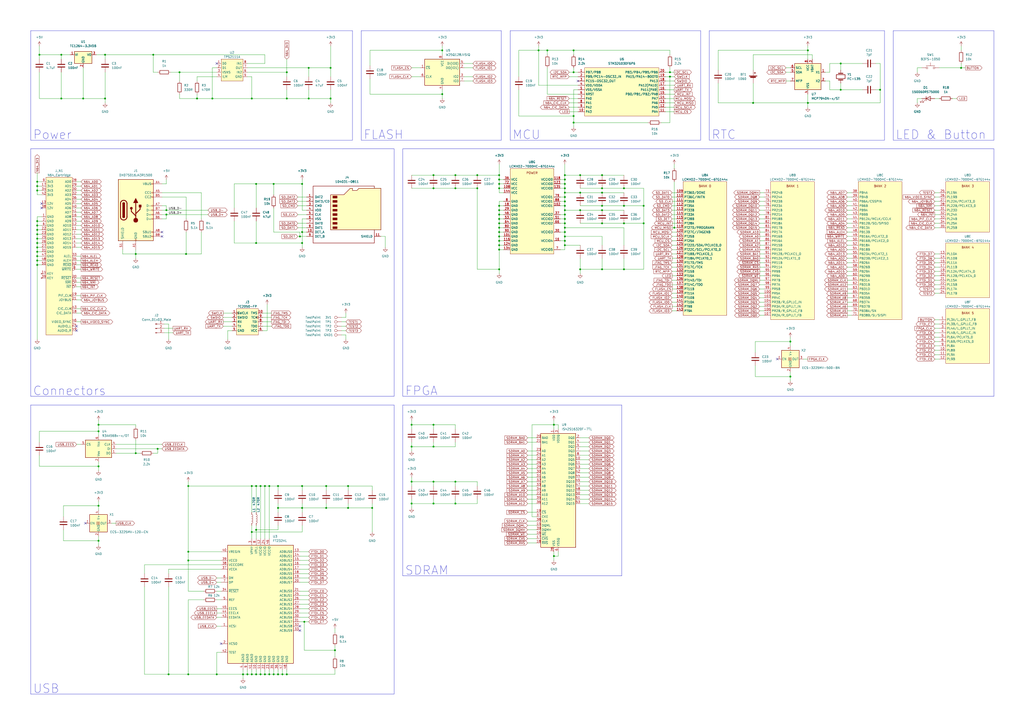
<source format=kicad_sch>
(kicad_sch (version 20230121) (generator eeschema)
  (paper "A2")
  (title_block (title "SC64") (date "2023-02-12") (rev "2.0a") (company "Polprzewodnikowy"))
  (lib_symbols
    (symbol "Connector:Conn_01x03_Male" (pin_names (offset 1.016) hide)
      (property "Reference" "J" (at 0 5.08 0))
      (property "Value" "Conn_01x03_Male" (at 0 -5.08 0))
      (symbol "Conn_01x03_Male_1_1"
        (pin passive line (at 5.08 2.54 180) (length 3.81) (name "Pin_1") (number "1"))
        (pin passive line (at 5.08 0 180) (length 3.81) (name "Pin_2") (number "2"))
        (pin passive line (at 5.08 -2.54 180) (length 3.81) (name "Pin_3") (number "3"))
      )
    )
    (symbol "Connector:Micro_SD_Card_Det" (pin_names (offset 1.016))
      (property "Reference" "J" (at -16.51 17.78 0))
      (property "Value" "Micro_SD_Card_Det" (at 16.51 17.78 0))
      (symbol "Micro_SD_Card_Det_1_1"
        (pin bidirectional line (at -22.86 10.16 0) (length 3.81) (name "DAT2") (number "1"))
        (pin passive line (at -22.86 -10.16 0) (length 3.81) (name "DET_A") (number "10"))
        (pin passive line (at 20.32 -12.7 180) (length 3.81) (name "SHIELD") (number "11"))
        (pin bidirectional line (at -22.86 7.62 0) (length 3.81) (name "DAT3/CD") (number "2"))
        (pin input line (at -22.86 5.08 0) (length 3.81) (name "CMD") (number "3"))
        (pin power_in line (at -22.86 2.54 0) (length 3.81) (name "VDD") (number "4"))
        (pin input line (at -22.86 0 0) (length 3.81) (name "CLK") (number "5"))
        (pin power_in line (at -22.86 -2.54 0) (length 3.81) (name "VSS") (number "6"))
        (pin bidirectional line (at -22.86 -5.08 0) (length 3.81) (name "DAT0") (number "7"))
        (pin bidirectional line (at -22.86 -7.62 0) (length 3.81) (name "DAT1") (number "8"))
        (pin passive line (at -22.86 -12.7 0) (length 3.81) (name "DET_B") (number "9"))
      )
    )
    (symbol "Connector:TestPoint" (pin_numbers hide) (pin_names (offset 0.762) hide)
      (property "Reference" "TP" (at 0 6.858 0))
      (property "Value" "TestPoint" (at 0 5.08 0))
      (symbol "TestPoint_1_1"
        (pin passive line (at 0 0 90) (length 2.54) (name "1") (number "1"))
      )
    )
    (symbol "Connector:USB_C_Receptacle_USB2.0" (pin_names (offset 1.016))
      (property "Reference" "J" (at -10.16 19.05 0))
      (property "Value" "USB_C_Receptacle_USB2.0" (at 19.05 19.05 0))
      (symbol "USB_C_Receptacle_USB2.0_1_1"
        (pin passive line (at 0 -22.86 90) (length 5.08) (name "GND") (number "A1"))
        (pin passive line (at 0 -22.86 90) (length 5.08) hide (name "GND") (number "A12"))
        (pin passive line (at 15.24 15.24 180) (length 5.08) (name "VBUS") (number "A4"))
        (pin bidirectional line (at 15.24 10.16 180) (length 5.08) (name "CC1") (number "A5"))
        (pin bidirectional line (at 15.24 -2.54 180) (length 5.08) (name "D+") (number "A6"))
        (pin bidirectional line (at 15.24 2.54 180) (length 5.08) (name "D-") (number "A7"))
        (pin bidirectional line (at 15.24 -12.7 180) (length 5.08) (name "SBU1") (number "A8"))
        (pin passive line (at 15.24 15.24 180) (length 5.08) hide (name "VBUS") (number "A9"))
        (pin passive line (at 0 -22.86 90) (length 5.08) hide (name "GND") (number "B1"))
        (pin passive line (at 0 -22.86 90) (length 5.08) hide (name "GND") (number "B12"))
        (pin passive line (at 15.24 15.24 180) (length 5.08) hide (name "VBUS") (number "B4"))
        (pin bidirectional line (at 15.24 7.62 180) (length 5.08) (name "CC2") (number "B5"))
        (pin bidirectional line (at 15.24 -5.08 180) (length 5.08) (name "D+") (number "B6"))
        (pin bidirectional line (at 15.24 0 180) (length 5.08) (name "D-") (number "B7"))
        (pin bidirectional line (at 15.24 -15.24 180) (length 5.08) (name "SBU2") (number "B8"))
        (pin passive line (at 15.24 15.24 180) (length 5.08) hide (name "VBUS") (number "B9"))
        (pin passive line (at -7.62 -22.86 90) (length 5.08) (name "SHIELD") (number "S1"))
      )
    )
    (symbol "Device:Battery_Cell" (pin_numbers hide) (pin_names (offset 0) hide)
      (property "Reference" "BT" (at 2.54 2.54 0))
      (property "Value" "Battery_Cell" (at 2.54 0 0))
      (symbol "Battery_Cell_1_1"
        (pin passive line (at 0 5.08 270) (length 2.54) (name "+") (number "1"))
        (pin passive line (at 0 -2.54 90) (length 2.54) (name "-") (number "2"))
      )
    )
    (symbol "Device:C" (pin_numbers hide) (pin_names (offset 0.254))
      (property "Reference" "C" (at 0.635 2.54 0))
      (property "Value" "C" (at 0.635 -2.54 0))
      (symbol "C_1_1"
        (pin passive line (at 0 3.81 270) (length 2.794) (name "~") (number "1"))
        (pin passive line (at 0 -3.81 90) (length 2.794) (name "~") (number "2"))
      )
    )
    (symbol "Device:Crystal" (pin_numbers hide) (pin_names (offset 1.016) hide)
      (property "Reference" "Y" (at 0 3.81 0))
      (property "Value" "Crystal" (at 0 -3.81 0))
      (symbol "Crystal_1_1"
        (pin passive line (at -3.81 0 0) (length 1.27) (name "1") (number "1"))
        (pin passive line (at 3.81 0 180) (length 1.27) (name "2") (number "2"))
      )
    )
    (symbol "Device:L" (pin_numbers hide) (pin_names (offset 1.016) hide)
      (property "Reference" "L" (at -1.27 0 90))
      (property "Value" "L" (at 1.905 0 90))
      (symbol "L_1_1"
        (pin passive line (at 0 3.81 270) (length 1.27) (name "1") (number "1"))
        (pin passive line (at 0 -3.81 90) (length 1.27) (name "2") (number "2"))
      )
    )
    (symbol "Device:LED" (pin_numbers hide) (pin_names (offset 1.016) hide)
      (property "Reference" "D" (at 0 2.54 0))
      (property "Value" "LED" (at 0 -2.54 0))
      (symbol "LED_1_1"
        (pin passive line (at -3.81 0 0) (length 2.54) (name "K") (number "1"))
        (pin passive line (at 3.81 0 180) (length 2.54) (name "A") (number "2"))
      )
    )
    (symbol "Device:R" (pin_numbers hide) (pin_names (offset 0))
      (property "Reference" "R" (at 2.032 0 90))
      (property "Value" "R" (at 0 0 90))
      (symbol "R_1_1"
        (pin passive line (at 0 3.81 270) (length 1.27) (name "~") (number "1"))
        (pin passive line (at 0 -3.81 90) (length 1.27) (name "~") (number "2"))
      )
    )
    (symbol "Interface_USB:FT232H"
      (property "Reference" "U" (at -19.05 35.56 0))
      (property "Value" "FT232H" (at 12.7 35.56 0))
      (symbol "FT232H_1_1"
        (pin input line (at -22.86 -12.7 0) (length 3.81) (name "XCSI") (number "1"))
        (pin power_in line (at -2.54 -38.1 90) (length 3.81) (name "GND") (number "10"))
        (pin power_in line (at 0 -38.1 90) (length 3.81) (name "GND") (number "11"))
        (pin power_in line (at 0 38.1 270) (length 3.81) (name "VCCIO") (number "12"))
        (pin bidirectional line (at 22.86 30.48 180) (length 3.81) (name "ADBUS0") (number "13"))
        (pin bidirectional line (at 22.86 27.94 180) (length 3.81) (name "ADBUS1") (number "14"))
        (pin bidirectional line (at 22.86 25.4 180) (length 3.81) (name "ADBUS2") (number "15"))
        (pin bidirectional line (at 22.86 22.86 180) (length 3.81) (name "ADBUS3") (number "16"))
        (pin bidirectional line (at 22.86 20.32 180) (length 3.81) (name "ADBUS4") (number "17"))
        (pin bidirectional line (at 22.86 17.78 180) (length 3.81) (name "ADBUS5") (number "18"))
        (pin bidirectional line (at 22.86 15.24 180) (length 3.81) (name "ADBUS6") (number "19"))
        (pin output line (at -22.86 -22.86 0) (length 3.81) (name "XCSO") (number "2"))
        (pin bidirectional line (at 22.86 12.7 180) (length 3.81) (name "ADBUS7") (number "20"))
        (pin bidirectional line (at 22.86 7.62 180) (length 3.81) (name "ACBUS0") (number "21"))
        (pin power_in line (at 2.54 -38.1 90) (length 3.81) (name "GND") (number "22"))
        (pin power_in line (at 5.08 -38.1 90) (length 3.81) (name "GND") (number "23"))
        (pin power_in line (at 2.54 38.1 270) (length 3.81) (name "VCCIO") (number "24"))
        (pin bidirectional line (at 22.86 5.08 180) (length 3.81) (name "ACBUS1") (number "25"))
        (pin bidirectional line (at 22.86 2.54 180) (length 3.81) (name "ACBUS2") (number "26"))
        (pin bidirectional line (at 22.86 0 180) (length 3.81) (name "ACBUS3") (number "27"))
        (pin bidirectional line (at 22.86 -2.54 180) (length 3.81) (name "ACBUS4") (number "28"))
        (pin bidirectional line (at 22.86 -5.08 180) (length 3.81) (name "ACBUS5") (number "29"))
        (pin power_in line (at -5.08 38.1 270) (length 3.81) (name "VPHY") (number "3"))
        (pin bidirectional line (at 22.86 -7.62 180) (length 3.81) (name "ACBUS6") (number "30"))
        (pin bidirectional line (at 22.86 -10.16 180) (length 3.81) (name "ACBUS7") (number "31"))
        (pin bidirectional line (at 22.86 -12.7 180) (length 3.81) (name "ACBUS8") (number "32"))
        (pin bidirectional line (at 22.86 -15.24 180) (length 3.81) (name "ACBUS9") (number "33"))
        (pin input line (at -22.86 7.62 0) (length 3.81) (name "~{RESET}") (number "34"))
        (pin power_in line (at 7.62 -38.1 90) (length 3.81) (name "GND") (number "35"))
        (pin power_in line (at 10.16 -38.1 90) (length 3.81) (name "GND") (number "36"))
        (pin power_out line (at -22.86 20.32 0) (length 3.81) (name "VCCA") (number "37"))
        (pin power_out line (at -22.86 22.86 0) (length 3.81) (name "VCCCORE") (number "38"))
        (pin power_in line (at -22.86 25.4 0) (length 3.81) (name "VCCD") (number "39"))
        (pin power_in line (at -10.16 -38.1 90) (length 3.81) (name "AGND") (number "4"))
        (pin power_in line (at -22.86 30.48 0) (length 3.81) (name "VREGIN") (number "40"))
        (pin power_in line (at -5.08 -38.1 90) (length 3.81) (name "AGND") (number "41"))
        (pin input line (at -22.86 -27.94 0) (length 3.81) (name "TEST") (number "42"))
        (pin bidirectional line (at -22.86 -7.62 0) (length 3.81) (name "EEDATA") (number "43"))
        (pin input line (at -22.86 -5.08 0) (length 3.81) (name "EECLK") (number "44"))
        (pin input line (at -22.86 -2.54 0) (length 3.81) (name "EECS") (number "45"))
        (pin power_in line (at 5.08 38.1 270) (length 3.81) (name "VCCIO") (number "46"))
        (pin power_in line (at 12.7 -38.1 90) (length 3.81) (name "GND") (number "47"))
        (pin power_in line (at 15.24 -38.1 90) (length 3.81) (name "GND") (number "48"))
        (pin input line (at -22.86 2.54 0) (length 3.81) (name "REF") (number "5"))
        (pin bidirectional line (at -22.86 15.24 0) (length 3.81) (name "DM") (number "6"))
        (pin bidirectional line (at -22.86 12.7 0) (length 3.81) (name "DP") (number "7"))
        (pin power_in line (at -2.54 38.1 270) (length 3.81) (name "VPLL") (number "8"))
        (pin power_in line (at -7.62 -38.1 90) (length 3.81) (name "AGND") (number "9"))
      )
    )
    (symbol "Memory_EEPROM:93AAxxBT-xOT"
      (property "Reference" "U" (at -7.62 6.35 0))
      (property "Value" "93AAxxBT-xOT" (at 1.27 6.35 0))
      (symbol "93AAxxBT-xOT_1_1"
        (pin tri_state line (at 10.16 -2.54 180) (length 2.54) (name "DO") (number "1"))
        (pin power_in line (at 0 -7.62 90) (length 2.54) (name "Vss") (number "2"))
        (pin input line (at 10.16 0 180) (length 2.54) (name "DI") (number "3"))
        (pin input line (at 10.16 2.54 180) (length 2.54) (name "CLK") (number "4"))
        (pin input line (at -10.16 2.54 0) (length 2.54) (name "CS") (number "5"))
        (pin power_in line (at 0 7.62 270) (length 2.54) (name "Vсс") (number "6"))
      )
    )
    (symbol "Memory_Flash:W25Q128JVS"
      (property "Reference" "U" (at -8.89 8.89 0))
      (property "Value" "W25Q128JVS" (at 7.62 8.89 0))
      (symbol "W25Q128JVS_1_1"
        (pin input line (at -12.7 2.54 0) (length 2.54) (name "~{CS}") (number "1"))
        (pin bidirectional line (at 12.7 2.54 180) (length 2.54) (name "DO(IO1)") (number "2"))
        (pin bidirectional line (at 12.7 -2.54 180) (length 2.54) (name "IO2") (number "3"))
        (pin power_in line (at 0 -10.16 90) (length 2.54) (name "GND") (number "4"))
        (pin bidirectional line (at 12.7 5.08 180) (length 2.54) (name "DI(IO0)") (number "5"))
        (pin input line (at -12.7 -2.54 0) (length 2.54) (name "CLK") (number "6"))
        (pin bidirectional line (at 12.7 -5.08 180) (length 2.54) (name "IO3") (number "7"))
        (pin power_in line (at 0 10.16 270) (length 2.54) (name "VCC") (number "8"))
      )
    )
    (symbol "Memory_RAM:MT48LC16M16A2TG"
      (property "Reference" "U" (at -8.89 34.29 0))
      (property "Value" "MT48LC16M16A2TG" (at 8.89 34.29 0))
      (symbol "MT48LC16M16A2TG_1_1"
        (pin power_in line (at -2.54 35.56 270) (length 2.54) (name "VDD") (number "1"))
        (pin bidirectional line (at 12.7 17.78 180) (length 2.54) (name "DQ5") (number "10"))
        (pin bidirectional line (at 12.7 15.24 180) (length 2.54) (name "DQ6") (number "11"))
        (pin passive line (at 0 -35.56 90) (length 2.54) hide (name "VSSQ") (number "12"))
        (pin bidirectional line (at 12.7 12.7 180) (length 2.54) (name "DQ7") (number "13"))
        (pin passive line (at -2.54 35.56 270) (length 2.54) hide (name "VDD") (number "14"))
        (pin input line (at -12.7 -20.32 0) (length 2.54) (name "DQML") (number "15"))
        (pin input line (at -12.7 -25.4 0) (length 2.54) (name "~{WE}") (number "16"))
        (pin input line (at -12.7 -27.94 0) (length 2.54) (name "~{CAS}") (number "17"))
        (pin input line (at -12.7 -30.48 0) (length 2.54) (name "~{RAS}") (number "18"))
        (pin input line (at -12.7 -12.7 0) (length 2.54) (name "~{CS}") (number "19"))
        (pin bidirectional line (at 12.7 30.48 180) (length 2.54) (name "DQ0") (number "2"))
        (pin input line (at -12.7 30.48 0) (length 2.54) (name "BA0") (number "20"))
        (pin input line (at -12.7 27.94 0) (length 2.54) (name "BA1") (number "21"))
        (pin input line (at -12.7 -2.54 0) (length 2.54) (name "A10") (number "22"))
        (pin input line (at -12.7 22.86 0) (length 2.54) (name "A0") (number "23"))
        (pin input line (at -12.7 20.32 0) (length 2.54) (name "A1") (number "24"))
        (pin input line (at -12.7 17.78 0) (length 2.54) (name "A2") (number "25"))
        (pin input line (at -12.7 15.24 0) (length 2.54) (name "A3") (number "26"))
        (pin passive line (at -2.54 35.56 270) (length 2.54) hide (name "VDD") (number "27"))
        (pin power_in line (at -2.54 -35.56 90) (length 2.54) (name "VSS") (number "28"))
        (pin input line (at -12.7 12.7 0) (length 2.54) (name "A4") (number "29"))
        (pin power_in line (at 0 35.56 270) (length 2.54) (name "VDDQ") (number "3"))
        (pin input line (at -12.7 10.16 0) (length 2.54) (name "A5") (number "30"))
        (pin input line (at -12.7 7.62 0) (length 2.54) (name "A6") (number "31"))
        (pin input line (at -12.7 5.08 0) (length 2.54) (name "A7") (number "32"))
        (pin input line (at -12.7 2.54 0) (length 2.54) (name "A8") (number "33"))
        (pin input line (at -12.7 0 0) (length 2.54) (name "A9") (number "34"))
        (pin input line (at -12.7 -5.08 0) (length 2.54) (name "A11") (number "35"))
        (pin input line (at -12.7 -7.62 0) (length 2.54) (name "A12") (number "36"))
        (pin input line (at -12.7 -15.24 0) (length 2.54) (name "CKE") (number "37"))
        (pin input line (at -12.7 -17.78 0) (length 2.54) (name "CLK") (number "38"))
        (pin input line (at -12.7 -22.86 0) (length 2.54) (name "DQMH") (number "39"))
        (pin bidirectional line (at 12.7 27.94 180) (length 2.54) (name "DQ1") (number "4"))
        (pin no_connect line (at 10.16 -20.32 180) (length 2.54) hide (name "NC") (number "40"))
        (pin passive line (at -2.54 -35.56 90) (length 2.54) hide (name "VSS") (number "41"))
        (pin bidirectional line (at 12.7 10.16 180) (length 2.54) (name "DQ8") (number "42"))
        (pin passive line (at 0 35.56 270) (length 2.54) hide (name "VDDQ") (number "43"))
        (pin bidirectional line (at 12.7 7.62 180) (length 2.54) (name "DQ9") (number "44"))
        (pin bidirectional line (at 12.7 5.08 180) (length 2.54) (name "DQ10") (number "45"))
        (pin passive line (at 0 -35.56 90) (length 2.54) hide (name "VSSQ") (number "46"))
        (pin bidirectional line (at 12.7 2.54 180) (length 2.54) (name "DQ11") (number "47"))
        (pin bidirectional line (at 12.7 0 180) (length 2.54) (name "DQ12") (number "48"))
        (pin passive line (at 0 35.56 270) (length 2.54) hide (name "VDDQ") (number "49"))
        (pin bidirectional line (at 12.7 25.4 180) (length 2.54) (name "DQ2") (number "5"))
        (pin bidirectional line (at 12.7 -2.54 180) (length 2.54) (name "DQ13") (number "50"))
        (pin bidirectional line (at 12.7 -5.08 180) (length 2.54) (name "DQ14") (number "51"))
        (pin passive line (at 0 -35.56 90) (length 2.54) hide (name "VSSQ") (number "52"))
        (pin bidirectional line (at 12.7 -7.62 180) (length 2.54) (name "DQ15") (number "53"))
        (pin passive line (at -2.54 -35.56 90) (length 2.54) hide (name "VSS") (number "54"))
        (pin power_in line (at 0 -35.56 90) (length 2.54) (name "VSSQ") (number "6"))
        (pin bidirectional line (at 12.7 22.86 180) (length 2.54) (name "DQ3") (number "7"))
        (pin bidirectional line (at 12.7 20.32 180) (length 2.54) (name "DQ4") (number "8"))
        (pin passive line (at 0 35.56 270) (length 2.54) hide (name "VDDQ") (number "9"))
      )
    )
    (symbol "Oscillator:XO32" (pin_names (offset 0.254))
      (property "Reference" "X" (at -5.08 6.35 0))
      (property "Value" "XO32" (at 1.27 -6.35 0))
      (symbol "XO32_1_1"
        (pin input line (at -7.62 0 0) (length 2.54) (name "EN") (number "1"))
        (pin power_in line (at 0 -7.62 90) (length 2.54) (name "GND") (number "2"))
        (pin output line (at 7.62 0 180) (length 2.54) (name "OUT") (number "3"))
        (pin power_in line (at 0 7.62 270) (length 2.54) (name "V+") (number "4"))
      )
    )
    (symbol "Regulator_Linear:TC1262-33" (pin_names (offset 0.254))
      (property "Reference" "U" (at -3.81 3.175 0))
      (property "Value" "TC1262-33" (at 0 3.175 0))
      (symbol "TC1262-33_1_1"
        (pin power_in line (at -7.62 0 0) (length 2.54) (name "VI") (number "1"))
        (pin power_in line (at 0 -7.62 90) (length 2.54) (name "GND") (number "2"))
        (pin power_out line (at 7.62 0 180) (length 2.54) (name "VO") (number "3"))
      )
    )
    (symbol "Switch:SW_Push" (pin_numbers hide) (pin_names (offset 1.016) hide)
      (property "Reference" "SW" (at 1.27 2.54 0))
      (property "Value" "SW_Push" (at 0 -1.524 0))
      (symbol "SW_Push_0_1"
        (pin passive line (at -5.08 0 0) (length 2.54) (name "1") (number "1"))
        (pin passive line (at 5.08 0 180) (length 2.54) (name "2") (number "2"))
      )
    )
    (symbol "Timer_RTC:MCP7940N-xST"
      (property "Reference" "U" (at -6.35 8.89 0))
      (property "Value" "MCP7940N-xST" (at 11.43 8.89 0))
      (symbol "MCP7940N-xST_1_1"
        (pin input line (at 10.16 2.54 180) (length 2.54) (name "X1") (number "1"))
        (pin output line (at 10.16 -2.54 180) (length 2.54) (name "X2") (number "2"))
        (pin power_in line (at 2.54 10.16 270) (length 2.54) (name "VBAT") (number "3"))
        (pin power_in line (at 0 -10.16 90) (length 2.54) (name "VSS") (number "4"))
        (pin bidirectional line (at -10.16 2.54 0) (length 2.54) (name "SDA") (number "5"))
        (pin input line (at -10.16 5.08 0) (length 2.54) (name "SCL") (number "6"))
        (pin open_collector line (at -10.16 -2.54 0) (length 2.54) (name "MFP") (number "7"))
        (pin power_in line (at 0 10.16 270) (length 2.54) (name "VCC") (number "8"))
      )
    )
    (symbol "power:+3V3" (power) (pin_names (offset 0))
      (property "Value" "+3V3" (at 0 3.556 0))
      (symbol "+3V3_1_1"
        (pin power_in line (at 0 0 90) (length 0) hide (name "+3V3") (number "1"))
      )
    )
    (symbol "power:+5V" (power) (pin_names (offset 0))
      (property "Value" "+5V" (at 0 3.556 0))
      (symbol "+5V_1_1"
        (pin power_in line (at 0 0 90) (length 0) hide (name "+5V") (number "1"))
      )
    )
    (symbol "power:GND" (power) (pin_names (offset 0))
      (property "Value" "GND" (at 0 -3.81 0))
      (symbol "GND_1_1"
        (pin power_in line (at 0 0 270) (length 0) hide (name "GND") (number "1"))
      )
    )
    (symbol "sc64v2:LCMXO2-7000Hx-xTG144x"
      (property "Reference" "U" (at 0 3.81 0))
      (property "Value" "LCMXO2-7000Hx-xTG144x" (at 0 1.27 0))
      (symbol "LCMXO2-7000Hx-xTG144x_1_0"
        (text "BANK 0" (at 0 -2.54 0) (effects (font (size 1.27 1.27))))
      )
      (symbol "LCMXO2-7000Hx-xTG144x_1_1"
        (pin bidirectional line (at -16.51 -6.35 0) (length 3.81) (name "PT36D/DONE") (number "109"))
        (pin bidirectional line (at -16.51 -8.89 0) (length 3.81) (name "PT36C/INITN") (number "110"))
        (pin bidirectional line (at -16.51 -11.43 0) (length 3.81) (name "PT35B") (number "111"))
        (pin bidirectional line (at -16.51 -13.97 0) (length 3.81) (name "PT35A") (number "112"))
        (pin bidirectional line (at -16.51 -16.51 0) (length 3.81) (name "PT33B") (number "113"))
        (pin bidirectional line (at -16.51 -19.05 0) (length 3.81) (name "PT33A") (number "114"))
        (pin bidirectional line (at -16.51 -21.59 0) (length 3.81) (name "PT28B") (number "115"))
        (pin bidirectional line (at -16.51 -24.13 0) (length 3.81) (name "PT28A") (number "117"))
        (pin bidirectional line (at -16.51 -26.67 0) (length 3.81) (name "PT27D/PROGRAMN") (number "119"))
        (pin bidirectional line (at -16.51 -29.21 0) (length 3.81) (name "PT27C/JTAGENB") (number "120"))
        (pin bidirectional line (at -16.51 -31.75 0) (length 3.81) (name "PT25B") (number "121"))
        (pin bidirectional line (at -16.51 -34.29 0) (length 3.81) (name "PT25A") (number "122"))
        (pin bidirectional line (at -16.51 -36.83 0) (length 3.81) (name "PT22D/SDA/PCLKC0_0") (number "125"))
        (pin bidirectional line (at -16.51 -39.37 0) (length 3.81) (name "PT22C/SCL/PCLKT0_0") (number "126"))
        (pin bidirectional line (at -16.51 -41.91 0) (length 3.81) (name "PT18B/PCLKC0_1") (number "127"))
        (pin bidirectional line (at -16.51 -44.45 0) (length 3.81) (name "PT18A/PCLKT0_1") (number "128"))
        (pin bidirectional line (at -16.51 -46.99 0) (length 3.81) (name "PT17D/TMS") (number "130"))
        (pin bidirectional line (at -16.51 -49.53 0) (length 3.81) (name "PT17C/TCK") (number "131"))
        (pin bidirectional line (at -16.51 -52.07 0) (length 3.81) (name "PT15B") (number "132"))
        (pin bidirectional line (at -16.51 -54.61 0) (length 3.81) (name "PT15A") (number "133"))
        (pin bidirectional line (at -16.51 -57.15 0) (length 3.81) (name "PT14D/TDI") (number "136"))
        (pin bidirectional line (at -16.51 -59.69 0) (length 3.81) (name "PT14C/TDO") (number "137"))
        (pin bidirectional line (at -16.51 -62.23 0) (length 3.81) (name "PT11B") (number "138"))
        (pin bidirectional line (at -16.51 -64.77 0) (length 3.81) (name "PT11A") (number "139"))
        (pin bidirectional line (at -16.51 -67.31 0) (length 3.81) (name "PT10B") (number "140"))
        (pin bidirectional line (at -16.51 -69.85 0) (length 3.81) (name "PT10A") (number "141"))
        (pin bidirectional line (at -16.51 -72.39 0) (length 3.81) (name "PT9B") (number "142"))
        (pin bidirectional line (at -16.51 -74.93 0) (length 3.81) (name "PT9A") (number "143"))
      )
      (symbol "LCMXO2-7000Hx-xTG144x_2_0"
        (text "BANK 1" (at 0 -2.54 0) (effects (font (size 1.27 1.27))))
      )
      (symbol "LCMXO2-7000Hx-xTG144x_2_1"
        (pin bidirectional line (at -16.51 -64.77 0) (length 3.81) (name "PR5A") (number "100"))
        (pin bidirectional line (at -16.51 -67.31 0) (length 3.81) (name "PR4C") (number "103"))
        (pin bidirectional line (at -16.51 -69.85 0) (length 3.81) (name "PR3B/R_GPLLC_IN") (number "104"))
        (pin bidirectional line (at -16.51 -72.39 0) (length 3.81) (name "PR3A/R_GPLLT_IN") (number "105"))
        (pin bidirectional line (at -16.51 -74.93 0) (length 3.81) (name "PR2B/R_GPLLC_FB") (number "106"))
        (pin bidirectional line (at -16.51 -77.47 0) (length 3.81) (name "PR2A/R_GPLLT_FB") (number "107"))
        (pin bidirectional line (at -16.51 -6.35 0) (length 3.81) (name "PR24B") (number "73"))
        (pin bidirectional line (at -16.51 -8.89 0) (length 3.81) (name "PR24A") (number "74"))
        (pin bidirectional line (at -16.51 -11.43 0) (length 3.81) (name "PR23B") (number "75"))
        (pin bidirectional line (at -16.51 -13.97 0) (length 3.81) (name "PR23A") (number "76"))
        (pin bidirectional line (at -16.51 -16.51 0) (length 3.81) (name "PR21B") (number "77"))
        (pin bidirectional line (at -16.51 -19.05 0) (length 3.81) (name "PR21A") (number "78"))
        (pin bidirectional line (at -16.51 -21.59 0) (length 3.81) (name "PR18B") (number "81"))
        (pin bidirectional line (at -16.51 -24.13 0) (length 3.81) (name "PR18A") (number "82"))
        (pin bidirectional line (at -16.51 -26.67 0) (length 3.81) (name "PR17B") (number "83"))
        (pin bidirectional line (at -16.51 -29.21 0) (length 3.81) (name "PR17A") (number "84"))
        (pin bidirectional line (at -16.51 -31.75 0) (length 3.81) (name "PR16B") (number "85"))
        (pin bidirectional line (at -16.51 -34.29 0) (length 3.81) (name "PR16A") (number "86"))
        (pin bidirectional line (at -16.51 -36.83 0) (length 3.81) (name "PR15B") (number "87"))
        (pin bidirectional line (at -16.51 -39.37 0) (length 3.81) (name "PR15A") (number "89"))
        (pin bidirectional line (at -16.51 -41.91 0) (length 3.81) (name "PR12B/PCLKC1_0") (number "91"))
        (pin bidirectional line (at -16.51 -44.45 0) (length 3.81) (name "PR12A/PCLKT1_0") (number "92"))
        (pin bidirectional line (at -16.51 -46.99 0) (length 3.81) (name "PR11B") (number "93"))
        (pin bidirectional line (at -16.51 -49.53 0) (length 3.81) (name "PR11A") (number "94"))
        (pin bidirectional line (at -16.51 -52.07 0) (length 3.81) (name "PR9B") (number "95"))
        (pin bidirectional line (at -16.51 -54.61 0) (length 3.81) (name "PR9A") (number "96"))
        (pin bidirectional line (at -16.51 -57.15 0) (length 3.81) (name "PR7B") (number "97"))
        (pin bidirectional line (at -16.51 -59.69 0) (length 3.81) (name "PR7A") (number "98"))
        (pin bidirectional line (at -16.51 -62.23 0) (length 3.81) (name "PR5B") (number "99"))
      )
      (symbol "LCMXO2-7000Hx-xTG144x_3_0"
        (text "BANK 2" (at 0 -2.54 0) (effects (font (size 1.27 1.27))))
      )
      (symbol "LCMXO2-7000Hx-xTG144x_3_1"
        (pin bidirectional line (at -16.51 -6.35 0) (length 3.81) (name "PB4A") (number "38"))
        (pin bidirectional line (at -16.51 -8.89 0) (length 3.81) (name "PB4B") (number "39"))
        (pin bidirectional line (at -16.51 -11.43 0) (length 3.81) (name "PB6A/CSSPIN") (number "40"))
        (pin bidirectional line (at -16.51 -13.97 0) (length 3.81) (name "PB6B") (number "41"))
        (pin bidirectional line (at -16.51 -16.51 0) (length 3.81) (name "PB9A") (number "42"))
        (pin bidirectional line (at -16.51 -19.05 0) (length 3.81) (name "PB9B") (number "43"))
        (pin bidirectional line (at -16.51 -21.59 0) (length 3.81) (name "PB12A/MCLK/CCLK") (number "44"))
        (pin bidirectional line (at -16.51 -24.13 0) (length 3.81) (name "PB12B/SO/SPISO") (number "45"))
        (pin bidirectional line (at -16.51 -26.67 0) (length 3.81) (name "PB13A") (number "47"))
        (pin bidirectional line (at -16.51 -29.21 0) (length 3.81) (name "PB13B") (number "48"))
        (pin bidirectional line (at -16.51 -31.75 0) (length 3.81) (name "PB16A/PCLKT2_0") (number "49"))
        (pin bidirectional line (at -16.51 -34.29 0) (length 3.81) (name "PB16B/PCLKC2_0") (number "50"))
        (pin bidirectional line (at -16.51 -36.83 0) (length 3.81) (name "PB18A") (number "52"))
        (pin bidirectional line (at -16.51 -39.37 0) (length 3.81) (name "PB18B") (number "54"))
        (pin bidirectional line (at -16.51 -41.91 0) (length 3.81) (name "PB23A/PCLKT2_1") (number "55"))
        (pin bidirectional line (at -16.51 -44.45 0) (length 3.81) (name "PB23B/PCLKC2_1") (number "56"))
        (pin bidirectional line (at -16.51 -46.99 0) (length 3.81) (name "PB26A") (number "57"))
        (pin bidirectional line (at -16.51 -49.53 0) (length 3.81) (name "PB26B") (number "58"))
        (pin bidirectional line (at -16.51 -52.07 0) (length 3.81) (name "PB29A") (number "59"))
        (pin bidirectional line (at -16.51 -54.61 0) (length 3.81) (name "PB29B") (number "60"))
        (pin bidirectional line (at -16.51 -57.15 0) (length 3.81) (name "PB31A") (number "61"))
        (pin bidirectional line (at -16.51 -59.69 0) (length 3.81) (name "PB31B") (number "62"))
        (pin bidirectional line (at -16.51 -62.23 0) (length 3.81) (name "PB31D") (number "63"))
        (pin bidirectional line (at -16.51 -64.77 0) (length 3.81) (name "PB35A") (number "65"))
        (pin bidirectional line (at -16.51 -67.31 0) (length 3.81) (name "PB35B") (number "67"))
        (pin bidirectional line (at -16.51 -69.85 0) (length 3.81) (name "PB37A") (number "68"))
        (pin bidirectional line (at -16.51 -72.39 0) (length 3.81) (name "PB37B") (number "69"))
        (pin bidirectional line (at -16.51 -74.93 0) (length 3.81) (name "PB38A/SN") (number "70"))
        (pin bidirectional line (at -16.51 -77.47 0) (length 3.81) (name "PB38B/SI/SISPI") (number "71"))
      )
      (symbol "LCMXO2-7000Hx-xTG144x_4_0"
        (text "BANK 3" (at 0 -2.54 0) (effects (font (size 1.27 1.27))))
      )
      (symbol "LCMXO2-7000Hx-xTG144x_4_1"
        (pin bidirectional line (at -16.51 -6.35 0) (length 3.81) (name "PL19A") (number "25"))
        (pin bidirectional line (at -16.51 -8.89 0) (length 3.81) (name "PL19B") (number "26"))
        (pin bidirectional line (at -16.51 -11.43 0) (length 3.81) (name "PL22A/PCLKT3_0") (number "27"))
        (pin bidirectional line (at -16.51 -13.97 0) (length 3.81) (name "PL22B/PCLKC3_0") (number "28"))
        (pin bidirectional line (at -16.51 -16.51 0) (length 3.81) (name "PL23D") (number "31"))
        (pin bidirectional line (at -16.51 -19.05 0) (length 3.81) (name "PL24A") (number "32"))
        (pin bidirectional line (at -16.51 -21.59 0) (length 3.81) (name "PL24B") (number "33"))
        (pin bidirectional line (at -16.51 -24.13 0) (length 3.81) (name "PL25A") (number "34"))
        (pin bidirectional line (at -16.51 -26.67 0) (length 3.81) (name "PL25B") (number "35"))
      )
      (symbol "LCMXO2-7000Hx-xTG144x_5_0"
        (text "BANK 4" (at 0 -2.54 0) (effects (font (size 1.27 1.27))))
      )
      (symbol "LCMXO2-7000Hx-xTG144x_5_1"
        (pin bidirectional line (at -16.51 -6.35 0) (length 3.81) (name "PL10A") (number "13"))
        (pin bidirectional line (at -16.51 -8.89 0) (length 3.81) (name "PL10B") (number "14"))
        (pin bidirectional line (at -16.51 -11.43 0) (length 3.81) (name "PL11A") (number "15"))
        (pin bidirectional line (at -16.51 -13.97 0) (length 3.81) (name "PL11B") (number "17"))
        (pin bidirectional line (at -16.51 -16.51 0) (length 3.81) (name "PL12A/PCLKT4_0") (number "19"))
        (pin bidirectional line (at -16.51 -19.05 0) (length 3.81) (name "PL12B/PCLKC4_0") (number "20"))
        (pin bidirectional line (at -16.51 -21.59 0) (length 3.81) (name "PL15A") (number "21"))
        (pin bidirectional line (at -16.51 -24.13 0) (length 3.81) (name "PL15B") (number "22"))
        (pin bidirectional line (at -16.51 -26.67 0) (length 3.81) (name "PL17A") (number "23"))
        (pin bidirectional line (at -16.51 -29.21 0) (length 3.81) (name "PL17B") (number "24"))
      )
      (symbol "LCMXO2-7000Hx-xTG144x_6_0"
        (text "BANK 5" (at 0 -2.54 0) (effects (font (size 1.27 1.27))))
      )
      (symbol "LCMXO2-7000Hx-xTG144x_6_1"
        (pin bidirectional line (at -16.51 -6.35 0) (length 3.81) (name "PL3A/L_GPLLT_FB") (number "1"))
        (pin bidirectional line (at -16.51 -24.13 0) (length 3.81) (name "PL8B") (number "10"))
        (pin bidirectional line (at -16.51 -26.67 0) (length 3.81) (name "PL9A") (number "11"))
        (pin bidirectional line (at -16.51 -29.21 0) (length 3.81) (name "PL9B") (number "12"))
        (pin bidirectional line (at -16.51 -8.89 0) (length 3.81) (name "PL3B/L_GPLLC_FB") (number "2"))
        (pin bidirectional line (at -16.51 -11.43 0) (length 3.81) (name "PL4A/L_GPLLT_IN") (number "3"))
        (pin bidirectional line (at -16.51 -13.97 0) (length 3.81) (name "PL4B/L_GPLLC_IN") (number "4"))
        (pin bidirectional line (at -16.51 -16.51 0) (length 3.81) (name "PL6A/PCLKT5_0") (number "5"))
        (pin bidirectional line (at -16.51 -19.05 0) (length 3.81) (name "PL6B/PCLKC5_0") (number "6"))
        (pin bidirectional line (at -16.51 -21.59 0) (length 3.81) (name "PL8A") (number "9"))
      )
      (symbol "LCMXO2-7000Hx-xTG144x_7_0"
        (text "POWER" (at 0 -2.54 0) (effects (font (size 1.27 1.27))))
      )
      (symbol "LCMXO2-7000Hx-xTG144x_7_1"
        (pin power_in line (at -16.51 -39.37 0) (length 3.81) (name "GND") (number "101"))
        (pin power_in line (at 16.51 -21.59 180) (length 3.81) (name "VCCIO1") (number "102"))
        (pin power_in line (at -16.51 -11.43 0) (length 3.81) (name "VCC") (number "108"))
        (pin power_in line (at -16.51 -41.91 0) (length 3.81) (name "GND") (number "116"))
        (pin power_in line (at 16.51 -6.35 180) (length 3.81) (name "VCCIO0") (number "118"))
        (pin power_in line (at 16.51 -8.89 180) (length 3.81) (name "VCCIO0") (number "123"))
        (pin power_in line (at -16.51 -44.45 0) (length 3.81) (name "GND") (number "124"))
        (pin no_connect line (at -16.51 -16.51 0) (length 3.81) hide (name "NC") (number "129"))
        (pin power_in line (at -16.51 -46.99 0) (length 3.81) (name "GND") (number "134"))
        (pin power_in line (at 16.51 -11.43 180) (length 3.81) (name "VCCIO0") (number "135"))
        (pin power_in line (at -16.51 -13.97 0) (length 3.81) (name "VCC") (number "144"))
        (pin power_in line (at 16.51 -41.91 180) (length 3.81) (name "VCCIO4") (number "16"))
        (pin power_in line (at -16.51 -21.59 0) (length 3.81) (name "GND") (number "18"))
        (pin power_in line (at -16.51 -24.13 0) (length 3.81) (name "GND") (number "29"))
        (pin power_in line (at 16.51 -36.83 180) (length 3.81) (name "VCCIO3") (number "30"))
        (pin power_in line (at -16.51 -6.35 0) (length 3.81) (name "VCC") (number "36"))
        (pin power_in line (at 16.51 -26.67 180) (length 3.81) (name "VCCIO2") (number "37"))
        (pin power_in line (at -16.51 -26.67 0) (length 3.81) (name "GND") (number "46"))
        (pin power_in line (at 16.51 -29.21 180) (length 3.81) (name "VCCIO2") (number "51"))
        (pin power_in line (at -16.51 -29.21 0) (length 3.81) (name "GND") (number "53"))
        (pin power_in line (at -16.51 -31.75 0) (length 3.81) (name "GND") (number "64"))
        (pin power_in line (at 16.51 -31.75 180) (length 3.81) (name "VCCIO2") (number "66"))
        (pin power_in line (at 16.51 -46.99 180) (length 3.81) (name "VCCIO5") (number "7"))
        (pin power_in line (at -16.51 -8.89 0) (length 3.81) (name "VCC") (number "72"))
        (pin power_in line (at 16.51 -16.51 180) (length 3.81) (name "VCCIO1") (number "79"))
        (pin power_in line (at -16.51 -19.05 0) (length 3.81) (name "GND") (number "8"))
        (pin power_in line (at -16.51 -34.29 0) (length 3.81) (name "GND") (number "80"))
        (pin power_in line (at 16.51 -19.05 180) (length 3.81) (name "VCCIO1") (number "88"))
        (pin power_in line (at -16.51 -36.83 0) (length 3.81) (name "GND") (number "90"))
      )
    )
    (symbol "sc64v2:N64_Cartridge"
      (property "Reference" "J" (at 0 3.81 0))
      (property "Value" "N64_Cartridge" (at 0 1.27 0))
      (symbol "N64_Cartridge_1_1"
        (pin power_out line (at -10.16 -22.86 0) (length 2.54) (name "GND") (number "1"))
        (pin output inverted (at 10.16 -50.8 180) (length 2.54) (name "~{READ}") (number "10"))
        (pin bidirectional line (at 10.16 -30.48 180) (length 2.54) (name "AD11") (number "11"))
        (pin bidirectional line (at 10.16 -27.94 180) (length 2.54) (name "AD10") (number "12"))
        (pin power_out line (at -10.16 -15.24 0) (length 2.54) (name "12V") (number "13"))
        (pin no_connect line (at -10.16 -55.88 0) (length 2.54) (name "KEY") (number "14"))
        (pin bidirectional line (at 10.16 -25.4 180) (length 2.54) (name "AD9") (number "15"))
        (pin bidirectional line (at 10.16 -22.86 180) (length 2.54) (name "AD8") (number "16"))
        (pin power_out line (at -10.16 -5.08 0) (length 2.54) (name "3V3") (number "17"))
        (pin bidirectional line (at 10.16 -78.74 180) (length 2.54) (name "CIC_DATA") (number "18"))
        (pin output clock (at 10.16 -68.58 180) (length 2.54) (name "PIF_CLK") (number "19"))
        (pin power_out line (at -10.16 -25.4 0) (length 2.54) (name "GND") (number "2"))
        (pin output inverted (at 10.16 -58.42 180) (length 2.54) (name "~{RESET}") (number "20"))
        (pin bidirectional line (at 10.16 -71.12 180) (length 2.54) (name "JOYBUS") (number "21"))
        (pin power_out line (at -10.16 -30.48 0) (length 2.54) (name "GND") (number "22"))
        (pin power_out line (at -10.16 -33.02 0) (length 2.54) (name "GND") (number "23"))
        (pin input line (at 10.16 -86.36 180) (length 2.54) (name "AUDIO_L") (number "24"))
        (pin power_out line (at -10.16 -35.56 0) (length 2.54) (name "GND") (number "25"))
        (pin power_out line (at -10.16 -38.1 0) (length 2.54) (name "GND") (number "26"))
        (pin power_out line (at -10.16 -40.64 0) (length 2.54) (name "GND") (number "27"))
        (pin bidirectional line (at 10.16 -2.54 180) (length 2.54) (name "AD0") (number "28"))
        (pin bidirectional line (at 10.16 -5.08 180) (length 2.54) (name "AD1") (number "29"))
        (pin bidirectional line (at 10.16 -40.64 180) (length 2.54) (name "AD15") (number "3"))
        (pin bidirectional line (at 10.16 -7.62 180) (length 2.54) (name "AD2") (number "30"))
        (pin power_out line (at -10.16 -43.18 0) (length 2.54) (name "GND") (number "31"))
        (pin bidirectional line (at 10.16 -10.16 180) (length 2.54) (name "AD3") (number "32"))
        (pin output line (at 10.16 -45.72 180) (length 2.54) (name "ALEL") (number "33"))
        (pin power_out line (at -10.16 -7.62 0) (length 2.54) (name "3V3") (number "34"))
        (pin output line (at 10.16 -48.26 180) (length 2.54) (name "ALEH") (number "35"))
        (pin bidirectional line (at 10.16 -12.7 180) (length 2.54) (name "AD4") (number "36"))
        (pin bidirectional line (at 10.16 -15.24 180) (length 2.54) (name "AD5") (number "37"))
        (pin power_out line (at -10.16 -17.78 0) (length 2.54) (name "12V") (number "38"))
        (pin no_connect line (at -10.16 -58.42 0) (length 2.54) (name "KEY") (number "39"))
        (pin bidirectional line (at 10.16 -38.1 180) (length 2.54) (name "AD14") (number "4"))
        (pin bidirectional line (at 10.16 -17.78 180) (length 2.54) (name "AD6") (number "40"))
        (pin bidirectional line (at 10.16 -20.32 180) (length 2.54) (name "AD7") (number "41"))
        (pin power_out line (at -10.16 -10.16 0) (length 2.54) (name "3V3") (number "42"))
        (pin output clock (at 10.16 -76.2 180) (length 2.54) (name "CIC_CLK") (number "43"))
        (pin output inverted (at 10.16 -63.5 180) (length 2.54) (name "~{INT}") (number "44"))
        (pin output inverted (at 10.16 -60.96 180) (length 2.54) (name "~{NMI}") (number "45"))
        (pin output line (at 10.16 -83.82 180) (length 2.54) (name "VIDEO_SYNC") (number "46"))
        (pin power_out line (at -10.16 -45.72 0) (length 2.54) (name "GND") (number "47"))
        (pin power_out line (at -10.16 -48.26 0) (length 2.54) (name "GND") (number "48"))
        (pin input line (at 10.16 -88.9 180) (length 2.54) (name "AUDIO_R") (number "49"))
        (pin bidirectional line (at 10.16 -35.56 180) (length 2.54) (name "AD13") (number "5"))
        (pin power_out line (at -10.16 -50.8 0) (length 2.54) (name "GND") (number "50"))
        (pin power_out line (at -10.16 -27.94 0) (length 2.54) (name "GND") (number "6"))
        (pin bidirectional line (at 10.16 -33.02 180) (length 2.54) (name "AD12") (number "7"))
        (pin output inverted (at 10.16 -53.34 180) (length 2.54) (name "~{WRITE}") (number "8"))
        (pin power_out line (at -10.16 -2.54 0) (length 2.54) (name "3V3") (number "9"))
      )
    )
    (symbol "sc64v2:STM32G030Fx"
      (property "Reference" "U" (at 0 3.81 0))
      (property "Value" "STM32G030Fx" (at 0 1.27 0))
      (symbol "STM32G030Fx_1_1"
        (pin bidirectional line (at -25.4 -2.54 0) (length 3.81) (name "PB7/PB8") (number "1"))
        (pin bidirectional line (at -25.4 -25.4 0) (length 3.81) (name "PA3") (number "10"))
        (pin bidirectional line (at 25.4 -25.4 180) (length 3.81) (name "PA4") (number "11"))
        (pin bidirectional line (at 25.4 -22.86 180) (length 3.81) (name "PA5") (number "12"))
        (pin bidirectional line (at 25.4 -20.32 180) (length 3.81) (name "PA6") (number "13"))
        (pin bidirectional line (at 25.4 -17.78 180) (length 3.81) (name "PA7") (number "14"))
        (pin bidirectional line (at 25.4 -15.24 180) (length 3.81) (name "PB0/PB1/PB2/PA8") (number "15"))
        (pin bidirectional line (at 25.4 -12.7 180) (length 3.81) (name "PA11[PA9]") (number "16"))
        (pin bidirectional line (at 25.4 -10.16 180) (length 3.81) (name "PA12[PA10]") (number "17"))
        (pin bidirectional line (at 25.4 -7.62 180) (length 3.81) (name "PA13") (number "18"))
        (pin bidirectional line (at 25.4 -5.08 180) (length 3.81) (name "PA15/PA14-BOOT0") (number "19"))
        (pin bidirectional line (at -25.4 -5.08 0) (length 3.81) (name "PB9/PC14-OSC32_IN") (number "2"))
        (pin bidirectional line (at 25.4 -2.54 180) (length 3.81) (name "PB3/PB4/PB5/PB6") (number "20"))
        (pin bidirectional line (at -25.4 -7.62 0) (length 3.81) (name "PC15-OSC32_OUT") (number "3"))
        (pin power_in line (at -25.4 -10.16 0) (length 3.81) (name "VDD/VDDA") (number "4"))
        (pin power_in line (at -25.4 -12.7 0) (length 3.81) (name "VSS/VSSA") (number "5"))
        (pin input line (at -25.4 -15.24 0) (length 3.81) (name "NRST") (number "6"))
        (pin bidirectional line (at -25.4 -17.78 0) (length 3.81) (name "PA0") (number "7"))
        (pin bidirectional line (at -25.4 -20.32 0) (length 3.81) (name "PA1") (number "8"))
        (pin bidirectional line (at -25.4 -22.86 0) (length 3.81) (name "PA2") (number "9"))
      )
    )
    (symbol "sc64v2:TC2050-FP" (in_bom no)
      (property "Reference" "J" (at 0 3.81 0))
      (property "Value" "TC2050-FP" (at 0 1.27 0))
      (symbol "TC2050-FP_1_1"
        (pin output clock (at -8.89 -2.54 0) (length 2.54) (name "SWCLK") (number "1"))
        (pin output line (at 8.89 -2.54 180) (length 2.54) (name "TMS") (number "10"))
        (pin bidirectional line (at -8.89 -5.08 0) (length 2.54) (name "SWDIO") (number "2"))
        (pin input line (at -8.89 -7.62 0) (length 2.54) (name "RX") (number "3"))
        (pin output line (at -8.89 -10.16 0) (length 2.54) (name "TX") (number "4"))
        (pin power_out line (at -8.89 -12.7 0) (length 2.54) (name "GND") (number "5"))
        (pin power_out line (at 8.89 -12.7 180) (length 2.54) (name "VCC") (number "6"))
        (pin output line (at 8.89 -10.16 180) (length 2.54) (name "TDO") (number "7"))
        (pin input line (at 8.89 -7.62 180) (length 2.54) (name "TDI") (number "8"))
        (pin output clock (at 8.89 -5.08 180) (length 2.54) (name "TCK") (number "9"))
      )
    )
    (symbol "sc64v2:TPS2111A"
      (property "Reference" "U" (at 0 3.81 0))
      (property "Value" "TPS2111A" (at 0 1.27 0))
      (symbol "TPS2111A_1_1"
        (pin input line (at -8.89 -2.54 0) (length 2.54) (name "D0") (number "1"))
        (pin input line (at -8.89 -5.08 0) (length 2.54) (name "D1") (number "2"))
        (pin input line (at -8.89 -7.62 0) (length 2.54) (name "VSNS") (number "3"))
        (pin input line (at -8.89 -10.16 0) (length 2.54) (name "ILM") (number "4"))
        (pin power_in line (at 8.89 -10.16 180) (length 2.54) (name "GND") (number "5"))
        (pin power_in line (at 8.89 -7.62 180) (length 2.54) (name "IN2") (number "6"))
        (pin power_out line (at 8.89 -5.08 180) (length 2.54) (name "OUT") (number "7"))
        (pin power_in line (at 8.89 -2.54 180) (length 2.54) (name "IN1") (number "8"))
      )
    )
  )
  (junction (at 332.74 67.31))
  (junction (at 289.56 124.46))
  (junction (at 289.56 156.21))
  (junction (at 361.95 129.54))
  (junction (at 179.07 39.37))
  (junction (at 189.23 281.94))
  (junction (at 151.13 391.16))
  (junction (at 327.66 132.08))
  (junction (at 289.56 129.54))
  (junction (at 361.95 119.38))
  (junction (at 349.25 156.21))
  (junction (at 57.15 270.51))
  (junction (at 109.22 320.04))
  (junction (at 373.38 129.54))
  (junction (at 21.59 105.41))
  (junction (at 97.79 391.16))
  (junction (at 327.66 114.3))
  (junction (at 349.25 111.76))
  (junction (at 21.59 146.05))
  (junction (at 88.9 31.75))
  (junction (at 107.95 147.32))
  (junction (at 251.46 109.22))
  (junction (at 327.66 139.7))
  (junction (at 238.76 279.4))
  (junction (at 114.3 57.15))
  (junction (at 166.37 41.91))
  (junction (at 251.46 259.08))
  (junction (at 161.29 294.64))
  (junction (at 156.21 391.16))
  (junction (at 349.25 109.22))
  (junction (at 57.15 293.37))
  (junction (at 327.66 111.76))
  (junction (at 158.75 391.16))
  (junction (at 276.86 109.22))
  (junction (at 264.16 101.6))
  (junction (at 327.66 137.16))
  (junction (at 327.66 101.6))
  (junction (at 194.31 377.19))
  (junction (at 21.59 130.81))
  (junction (at 327.66 134.62))
  (junction (at 468.63 29.21))
  (junction (at 179.07 57.15))
  (junction (at 96.52 124.46))
  (junction (at 321.31 246.38))
  (junction (at 57.15 313.69))
  (junction (at 166.37 57.15))
  (junction (at 60.96 31.75))
  (junction (at 327.66 116.84))
  (junction (at 327.66 142.24))
  (junction (at 289.56 127))
  (junction (at 327.66 119.38))
  (junction (at 388.62 41.91))
  (junction (at 21.59 153.67))
  (junction (at 264.16 279.4))
  (junction (at 289.56 119.38))
  (junction (at 21.59 128.27))
  (junction (at 175.26 140.97))
  (junction (at 140.97 391.16))
  (junction (at 317.5 29.21))
  (junction (at 289.56 109.22))
  (junction (at 349.25 119.38))
  (junction (at 201.93 281.94))
  (junction (at 336.55 101.6))
  (junction (at 373.38 119.38))
  (junction (at 289.56 144.78))
  (junction (at 175.26 281.94))
  (junction (at 21.59 148.59))
  (junction (at 161.29 281.94))
  (junction (at 312.42 29.21))
  (junction (at 436.88 59.69))
  (junction (at 289.56 106.68))
  (junction (at 332.74 41.91))
  (junction (at 48.26 57.15))
  (junction (at 161.29 391.16))
  (junction (at 361.95 109.22))
  (junction (at 21.59 143.51))
  (junction (at 458.47 218.44))
  (junction (at 57.15 246.38))
  (junction (at 458.47 198.12))
  (junction (at 21.59 107.95))
  (junction (at 468.63 59.69))
  (junction (at 35.56 31.75))
  (junction (at 96.52 121.92))
  (junction (at 21.59 135.89))
  (junction (at 125.73 391.16))
  (junction (at 349.25 121.92))
  (junction (at 289.56 142.24))
  (junction (at 251.46 279.4))
  (junction (at 264.16 109.22))
  (junction (at 327.66 106.68))
  (junction (at 175.26 294.64))
  (junction (at 91.44 260.35))
  (junction (at 156.21 281.94))
  (junction (at 175.26 106.68))
  (junction (at 146.05 281.94))
  (junction (at 332.74 29.21))
  (junction (at 191.77 39.37))
  (junction (at 388.62 44.45))
  (junction (at 78.74 262.89))
  (junction (at 143.51 391.16))
  (junction (at 146.05 308.61))
  (junction (at 146.05 57.15))
  (junction (at 336.55 121.92))
  (junction (at 349.25 101.6))
  (junction (at 158.75 106.68))
  (junction (at 166.37 391.16))
  (junction (at 251.46 101.6))
  (junction (at 327.66 129.54))
  (junction (at 153.67 391.16))
  (junction (at 289.56 104.14))
  (junction (at 78.74 147.32))
  (junction (at 22.86 31.75))
  (junction (at 487.68 36.83))
  (junction (at 21.59 133.35))
  (junction (at 60.96 57.15))
  (junction (at 264.16 292.1))
  (junction (at 557.53 39.37))
  (junction (at 21.59 110.49))
  (junction (at 289.56 137.16))
  (junction (at 176.53 360.68))
  (junction (at 327.66 104.14))
  (junction (at 35.56 57.15))
  (junction (at 391.16 132.08))
  (junction (at 148.59 307.34))
  (junction (at 276.86 101.6))
  (junction (at 336.55 156.21))
  (junction (at 289.56 101.6))
  (junction (at 289.56 134.62))
  (junction (at 57.15 250.19))
  (junction (at 151.13 281.94))
  (junction (at 349.25 129.54))
  (junction (at 191.77 57.15))
  (junction (at 146.05 391.16))
  (junction (at 510.54 52.07))
  (junction (at 289.56 132.08))
  (junction (at 289.56 121.92))
  (junction (at 487.68 52.07))
  (junction (at 123.19 57.15))
  (junction (at 148.59 391.16))
  (junction (at 175.26 134.62))
  (junction (at 163.83 391.16))
  (junction (at 321.31 322.58))
  (junction (at 215.9 294.64))
  (junction (at 251.46 292.1))
  (junction (at 332.74 71.12))
  (junction (at 173.99 137.16))
  (junction (at 148.59 140.97))
  (junction (at 289.56 139.7))
  (junction (at 361.95 156.21))
  (junction (at 336.55 111.76))
  (junction (at 21.59 151.13))
  (junction (at 153.67 281.94))
  (junction (at 256.54 54.61))
  (junction (at 256.54 29.21))
  (junction (at 104.14 41.91))
  (junction (at 327.66 124.46))
  (junction (at 189.23 294.64))
  (junction (at 238.76 259.08))
  (junction (at 21.59 140.97))
  (junction (at 148.59 281.94))
  (junction (at 109.22 281.94))
  (junction (at 327.66 109.22))
  (junction (at 21.59 138.43))
  (junction (at 238.76 292.1))
  (junction (at 109.22 391.16))
  (junction (at 327.66 127))
  (junction (at 201.93 294.64))
  (junction (at 238.76 246.38))
  (junction (at 109.22 325.12))
  (junction (at 251.46 246.38))
  (junction (at 148.59 106.68))
  (junction (at 327.66 121.92))
  (no_connect (at 44.45 191.77))
  (no_connect (at 44.45 189.23))
  (no_connect (at 24.13 118.11))
  (no_connect (at 24.13 120.65))
  (no_connect (at 335.28 46.99))
  (no_connect (at 125.73 36.83))
  (no_connect (at 173.99 363.22))
  (no_connect (at 173.99 365.76))
  (no_connect (at 93.98 134.62))
  (no_connect (at 93.98 137.16))
  (no_connect (at 49.53 303.53))
  (no_connect (at 128.27 373.38))
  (no_connect (at 450.85 208.28))
  (wire (pts (xy 123.19 39.37) (xy 123.19 57.15)))
  (wire (pts (xy 332.74 39.37) (xy 332.74 41.91)))
  (wire (pts (xy 440.69 165.1) (xy 443.23 165.1)))
  (wire (pts (xy 389.89 147.32) (xy 392.43 147.32)))
  (wire (pts (xy 389.89 114.3) (xy 392.43 114.3)))
  (wire (pts (xy 391.16 95.25) (xy 391.16 97.79)))
  (wire (pts (xy 78.74 255.27) (xy 78.74 262.89)))
  (wire (pts (xy 336.55 289.56) (xy 341.63 289.56)))
  (wire (pts (xy 542.29 127) (xy 544.83 127)))
  (wire (pts (xy 336.55 287.02) (xy 341.63 287.02)))
  (wire (pts (xy 173.99 347.98) (xy 179.07 347.98)))
  (wire (pts (xy 386.08 44.45) (xy 388.62 44.45)))
  (wire (pts (xy 93.98 106.68) (xy 96.52 106.68)))
  (wire (pts (xy 264.16 259.08) (xy 264.16 256.54)))
  (wire (pts (xy 317.5 29.21) (xy 332.74 29.21)))
  (wire (pts (xy 336.55 101.6) (xy 349.25 101.6)))
  (wire (pts (xy 21.59 135.89) (xy 21.59 138.43)))
  (wire (pts (xy 201.93 281.94) (xy 201.93 284.48)))
  (wire (pts (xy 389.89 134.62) (xy 392.43 134.62)))
  (wire (pts (xy 542.29 129.54) (xy 544.83 129.54)))
  (wire (pts (xy 125.73 342.9) (xy 128.27 342.9)))
  (wire (pts (xy 22.86 31.75) (xy 35.56 31.75)))
  (wire (pts (xy 468.63 54.61) (xy 468.63 59.69)))
  (wire (pts (xy 491.49 175.26) (xy 494.03 175.26)))
  (wire (pts (xy 386.08 52.07) (xy 391.16 52.07)))
  (wire (pts (xy 306.07 302.26) (xy 311.15 302.26)))
  (wire (pts (xy 148.59 281.94) (xy 146.05 281.94)))
  (wire (pts (xy 148.59 307.34) (xy 148.59 312.42)))
  (wire (pts (xy 114.3 44.45) (xy 125.73 44.45)))
  (polyline (pts (xy 513.08 17.78) (xy 513.08 81.28)))
  (wire (pts (xy 389.89 172.72) (xy 392.43 172.72)))
  (wire (pts (xy 238.76 243.84) (xy 238.76 246.38)))
  (wire (pts (xy 238.76 39.37) (xy 243.84 39.37)))
  (polyline (pts (xy 295.91 17.78) (xy 406.4 17.78)))
  (wire (pts (xy 481.33 52.07) (xy 487.68 52.07)))
  (wire (pts (xy 125.73 347.98) (xy 128.27 347.98)))
  (wire (pts (xy 325.12 134.62) (xy 327.66 134.62)))
  (wire (pts (xy 83.82 391.16) (xy 97.79 391.16)))
  (wire (pts (xy 542.29 149.86) (xy 544.83 149.86)))
  (wire (pts (xy 238.76 276.86) (xy 238.76 279.4)))
  (wire (pts (xy 491.49 160.02) (xy 494.03 160.02)))
  (wire (pts (xy 383.54 71.12) (xy 388.62 71.12)))
  (wire (pts (xy 361.95 156.21) (xy 373.38 156.21)))
  (wire (pts (xy 373.38 109.22) (xy 373.38 119.38)))
  (wire (pts (xy 276.86 109.22) (xy 276.86 156.21)))
  (wire (pts (xy 57.15 290.83) (xy 57.15 293.37)))
  (wire (pts (xy 158.75 120.65) (xy 158.75 134.62)))
  (wire (pts (xy 491.49 114.3) (xy 494.03 114.3)))
  (wire (pts (xy 321.31 322.58) (xy 323.85 322.58)))
  (wire (pts (xy 306.07 284.48) (xy 311.15 284.48)))
  (wire (pts (xy 44.45 138.43) (xy 46.99 138.43)))
  (wire (pts (xy 458.47 215.9) (xy 458.47 218.44)))
  (wire (pts (xy 264.16 246.38) (xy 264.16 248.92)))
  (wire (pts (xy 78.74 144.78) (xy 78.74 147.32)))
  (wire (pts (xy 238.76 279.4) (xy 251.46 279.4)))
  (wire (pts (xy 93.98 111.76) (xy 116.84 111.76)))
  (wire (pts (xy 308.61 246.38) (xy 321.31 246.38)))
  (polyline (pts (xy 228.6 402.59) (xy 17.78 402.59)))
  (wire (pts (xy 148.59 106.68) (xy 158.75 106.68)))
  (wire (pts (xy 336.55 261.62) (xy 341.63 261.62)))
  (wire (pts (xy 440.69 180.34) (xy 443.23 180.34)))
  (wire (pts (xy 289.56 124.46) (xy 289.56 127)))
  (wire (pts (xy 332.74 71.12) (xy 375.92 71.12)))
  (polyline (pts (xy 233.68 86.36) (xy 233.68 229.87)))
  (wire (pts (xy 256.54 54.61) (xy 214.63 54.61)))
  (wire (pts (xy 330.2 59.69) (xy 335.28 59.69)))
  (wire (pts (xy 175.26 127) (xy 175.26 134.62)))
  (wire (pts (xy 200.66 189.23) (xy 198.12 189.23)))
  (wire (pts (xy 349.25 156.21) (xy 361.95 156.21)))
  (wire (pts (xy 557.53 26.67) (xy 557.53 29.21)))
  (polyline (pts (xy 228.6 229.87) (xy 17.78 229.87)))
  (wire (pts (xy 173.99 345.44) (xy 179.07 345.44)))
  (wire (pts (xy 189.23 292.1) (xy 189.23 294.64)))
  (wire (pts (xy 238.76 248.92) (xy 238.76 246.38)))
  (wire (pts (xy 438.15 198.12) (xy 458.47 198.12)))
  (wire (pts (xy 96.52 119.38) (xy 96.52 121.92)))
  (wire (pts (xy 238.76 292.1) (xy 251.46 292.1)))
  (wire (pts (xy 349.25 119.38) (xy 361.95 119.38)))
  (wire (pts (xy 440.69 111.76) (xy 443.23 111.76)))
  (wire (pts (xy 24.13 125.73) (xy 21.59 125.73)))
  (wire (pts (xy 336.55 259.08) (xy 341.63 259.08)))
  (wire (pts (xy 251.46 246.38) (xy 264.16 246.38)))
  (wire (pts (xy 179.07 39.37) (xy 179.07 44.45)))
  (wire (pts (xy 542.29 132.08) (xy 544.83 132.08)))
  (wire (pts (xy 349.25 137.16) (xy 327.66 137.16)))
  (wire (pts (xy 158.75 106.68) (xy 158.75 113.03)))
  (wire (pts (xy 361.95 132.08) (xy 361.95 142.24)))
  (wire (pts (xy 455.93 39.37) (xy 458.47 39.37)))
  (wire (pts (xy 468.63 59.69) (xy 468.63 62.23)))
  (wire (pts (xy 153.67 391.16) (xy 156.21 391.16)))
  (wire (pts (xy 330.2 64.77) (xy 335.28 64.77)))
  (wire (pts (xy 172.72 114.3) (xy 177.8 114.3)))
  (wire (pts (xy 71.12 144.78) (xy 71.12 147.32)))
  (wire (pts (xy 389.89 111.76) (xy 392.43 111.76)))
  (wire (pts (xy 542.29 162.56) (xy 544.83 162.56)))
  (wire (pts (xy 327.66 132.08) (xy 327.66 129.54)))
  (wire (pts (xy 109.22 325.12) (xy 109.22 320.04)))
  (wire (pts (xy 542.29 114.3) (xy 544.83 114.3)))
  (wire (pts (xy 44.45 173.99) (xy 46.99 173.99)))
  (wire (pts (xy 71.12 147.32) (xy 78.74 147.32)))
  (wire (pts (xy 289.56 109.22) (xy 292.1 109.22)))
  (wire (pts (xy 22.86 26.67) (xy 22.86 31.75)))
  (wire (pts (xy 104.14 41.91) (xy 104.14 46.99)))
  (wire (pts (xy 21.59 130.81) (xy 21.59 133.35)))
  (wire (pts (xy 542.29 160.02) (xy 544.83 160.02)))
  (wire (pts (xy 323.85 248.92) (xy 323.85 246.38)))
  (wire (pts (xy 491.49 124.46) (xy 494.03 124.46)))
  (wire (pts (xy 440.69 127) (xy 443.23 127)))
  (wire (pts (xy 161.29 391.16) (xy 163.83 391.16)))
  (wire (pts (xy 125.73 39.37) (xy 123.19 39.37)))
  (wire (pts (xy 349.25 142.24) (xy 349.25 137.16)))
  (wire (pts (xy 44.45 171.45) (xy 46.99 171.45)))
  (wire (pts (xy 389.89 129.54) (xy 392.43 129.54)))
  (polyline (pts (xy 17.78 234.95) (xy 17.78 402.59)))
  (wire (pts (xy 289.56 119.38) (xy 292.1 119.38)))
  (wire (pts (xy 153.67 36.83) (xy 153.67 31.75)))
  (wire (pts (xy 306.07 271.78) (xy 311.15 271.78)))
  (wire (pts (xy 306.07 289.56) (xy 311.15 289.56)))
  (polyline (pts (xy 576.58 229.87) (xy 233.68 229.87)))
  (wire (pts (xy 176.53 360.68) (xy 179.07 360.68)))
  (wire (pts (xy 491.49 167.64) (xy 494.03 167.64)))
  (wire (pts (xy 389.89 139.7) (xy 392.43 139.7)))
  (wire (pts (xy 24.13 113.03) (xy 21.59 113.03)))
  (wire (pts (xy 135.89 120.65) (xy 135.89 106.68)))
  (wire (pts (xy 220.98 137.16) (xy 223.52 137.16)))
  (wire (pts (xy 361.95 129.54) (xy 373.38 129.54)))
  (wire (pts (xy 148.59 297.18) (xy 148.59 281.94)))
  (wire (pts (xy 306.07 312.42) (xy 311.15 312.42)))
  (wire (pts (xy 491.49 149.86) (xy 494.03 149.86)))
  (wire (pts (xy 21.59 146.05) (xy 21.59 148.59)))
  (wire (pts (xy 373.38 129.54) (xy 373.38 156.21)))
  (wire (pts (xy 91.44 260.35) (xy 93.98 260.35)))
  (wire (pts (xy 22.86 256.54) (xy 22.86 250.19)))
  (wire (pts (xy 289.56 134.62) (xy 292.1 134.62)))
  (wire (pts (xy 57.15 243.84) (xy 57.15 246.38)))
  (wire (pts (xy 289.56 144.78) (xy 289.56 156.21)))
  (wire (pts (xy 312.42 29.21) (xy 312.42 49.53)))
  (wire (pts (xy 389.89 177.8) (xy 392.43 177.8)))
  (wire (pts (xy 57.15 313.69) (xy 57.15 316.23)))
  (wire (pts (xy 200.66 191.77) (xy 198.12 191.77)))
  (wire (pts (xy 336.55 269.24) (xy 341.63 269.24)))
  (wire (pts (xy 146.05 57.15) (xy 123.19 57.15)))
  (wire (pts (xy 289.56 106.68) (xy 292.1 106.68)))
  (wire (pts (xy 323.85 322.58) (xy 323.85 320.04)))
  (wire (pts (xy 44.45 153.67) (xy 46.99 153.67)))
  (wire (pts (xy 88.9 31.75) (xy 88.9 41.91)))
  (wire (pts (xy 327.66 119.38) (xy 327.66 116.84)))
  (wire (pts (xy 166.37 41.91) (xy 166.37 44.45)))
  (wire (pts (xy 289.56 139.7) (xy 292.1 139.7)))
  (wire (pts (xy 125.73 355.6) (xy 128.27 355.6)))
  (wire (pts (xy 97.79 330.2) (xy 97.79 332.74)))
  (wire (pts (xy 269.24 44.45) (xy 274.32 44.45)))
  (wire (pts (xy 88.9 262.89) (xy 91.44 262.89)))
  (wire (pts (xy 57.15 311.15) (xy 57.15 313.69)))
  (wire (pts (xy 552.45 57.15) (xy 554.99 57.15)))
  (wire (pts (xy 276.86 292.1) (xy 276.86 289.56)))
  (wire (pts (xy 289.56 142.24) (xy 292.1 142.24)))
  (wire (pts (xy 21.59 135.89) (xy 24.13 135.89)))
  (wire (pts (xy 166.37 52.07) (xy 166.37 57.15)))
  (wire (pts (xy 542.29 154.94) (xy 544.83 154.94)))
  (wire (pts (xy 330.2 57.15) (xy 335.28 57.15)))
  (wire (pts (xy 173.99 320.04) (xy 179.07 320.04)))
  (wire (pts (xy 276.86 156.21) (xy 289.56 156.21)))
  (wire (pts (xy 173.99 332.74) (xy 179.07 332.74)))
  (wire (pts (xy 35.56 41.91) (xy 35.56 57.15)))
  (wire (pts (xy 542.29 165.1) (xy 544.83 165.1)))
  (wire (pts (xy 481.33 41.91) (xy 481.33 36.83)))
  (wire (pts (xy 143.51 391.16) (xy 146.05 391.16)))
  (wire (pts (xy 491.49 111.76) (xy 494.03 111.76)))
  (wire (pts (xy 491.49 116.84) (xy 494.03 116.84)))
  (wire (pts (xy 140.97 388.62) (xy 140.97 391.16)))
  (wire (pts (xy 140.97 391.16) (xy 143.51 391.16)))
  (wire (pts (xy 292.1 111.76) (xy 289.56 111.76)))
  (wire (pts (xy 44.45 130.81) (xy 46.99 130.81)))
  (wire (pts (xy 440.69 177.8) (xy 443.23 177.8)))
  (wire (pts (xy 264.16 292.1) (xy 276.86 292.1)))
  (wire (pts (xy 487.68 36.83) (xy 487.68 40.64)))
  (wire (pts (xy 129.54 184.15) (xy 134.62 184.15)))
  (wire (pts (xy 289.56 137.16) (xy 292.1 137.16)))
  (wire (pts (xy 349.25 109.22) (xy 361.95 109.22)))
  (wire (pts (xy 166.37 391.16) (xy 166.37 388.62)))
  (wire (pts (xy 175.26 134.62) (xy 175.26 140.97)))
  (wire (pts (xy 491.49 121.92) (xy 494.03 121.92)))
  (wire (pts (xy 60.96 41.91) (xy 60.96 57.15)))
  (wire (pts (xy 440.69 175.26) (xy 443.23 175.26)))
  (wire (pts (xy 336.55 266.7) (xy 341.63 266.7)))
  (wire (pts (xy 116.84 134.62) (xy 116.84 147.32)))
  (wire (pts (xy 542.29 147.32) (xy 544.83 147.32)))
  (wire (pts (xy 96.52 127) (xy 96.52 124.46)))
  (wire (pts (xy 306.07 264.16) (xy 311.15 264.16)))
  (wire (pts (xy 306.07 297.18) (xy 311.15 297.18)))
  (wire (pts (xy 125.73 337.82) (xy 128.27 337.82)))
  (wire (pts (xy 172.72 116.84) (xy 177.8 116.84)))
  (wire (pts (xy 306.07 274.32) (xy 311.15 274.32)))
  (wire (pts (xy 478.79 41.91) (xy 481.33 41.91)))
  (polyline (pts (xy 290.83 81.28) (xy 209.55 81.28)))
  (wire (pts (xy 176.53 377.19) (xy 194.31 377.19)))
  (wire (pts (xy 478.79 46.99) (xy 481.33 46.99)))
  (wire (pts (xy 21.59 140.97) (xy 21.59 143.51)))
  (wire (pts (xy 44.45 181.61) (xy 46.99 181.61)))
  (wire (pts (xy 321.31 246.38) (xy 321.31 248.92)))
  (wire (pts (xy 300.99 67.31) (xy 332.74 67.31)))
  (wire (pts (xy 534.67 39.37) (xy 532.13 39.37)))
  (wire (pts (xy 96.52 104.14) (xy 96.52 106.68)))
  (wire (pts (xy 438.15 218.44) (xy 458.47 218.44)))
  (wire (pts (xy 251.46 279.4) (xy 264.16 279.4)))
  (wire (pts (xy 200.66 194.31) (xy 200.66 196.85)))
  (wire (pts (xy 158.75 388.62) (xy 158.75 391.16)))
  (wire (pts (xy 176.53 360.68) (xy 176.53 377.19)))
  (wire (pts (xy 78.74 147.32) (xy 78.74 149.86)))
  (wire (pts (xy 491.49 144.78) (xy 494.03 144.78)))
  (wire (pts (xy 336.55 111.76) (xy 349.25 111.76)))
  (wire (pts (xy 97.79 330.2) (xy 128.27 330.2)))
  (wire (pts (xy 292.1 116.84) (xy 289.56 116.84)))
  (wire (pts (xy 148.59 391.16) (xy 151.13 391.16)))
  (wire (pts (xy 361.95 149.86) (xy 361.95 156.21)))
  (wire (pts (xy 148.59 128.27) (xy 148.59 140.97)))
  (wire (pts (xy 161.29 281.94) (xy 161.29 284.48)))
  (polyline (pts (xy 576.58 81.28) (xy 518.16 81.28)))
  (polyline (pts (xy 17.78 86.36) (xy 228.6 86.36)))
  (wire (pts (xy 306.07 281.94) (xy 311.15 281.94)))
  (wire (pts (xy 416.56 48.26) (xy 416.56 59.69)))
  (wire (pts (xy 22.86 41.91) (xy 22.86 57.15)))
  (wire (pts (xy 542.29 152.4) (xy 544.83 152.4)))
  (wire (pts (xy 510.54 52.07) (xy 510.54 59.69)))
  (wire (pts (xy 35.56 57.15) (xy 48.26 57.15)))
  (wire (pts (xy 238.76 109.22) (xy 251.46 109.22)))
  (wire (pts (xy 300.99 29.21) (xy 312.42 29.21)))
  (wire (pts (xy 114.3 57.15) (xy 123.19 57.15)))
  (wire (pts (xy 156.21 388.62) (xy 156.21 391.16)))
  (wire (pts (xy 542.29 208.28) (xy 544.83 208.28)))
  (wire (pts (xy 389.89 165.1) (xy 392.43 165.1)))
  (polyline (pts (xy 406.4 17.78) (xy 406.4 81.28)))
  (wire (pts (xy 44.45 105.41) (xy 46.99 105.41)))
  (wire (pts (xy 438.15 204.47) (xy 438.15 198.12)))
  (wire (pts (xy 96.52 124.46) (xy 120.65 124.46)))
  (wire (pts (xy 388.62 41.91) (xy 391.16 41.91)))
  (wire (pts (xy 327.66 111.76) (xy 327.66 114.3)))
  (wire (pts (xy 173.99 358.14) (xy 179.07 358.14)))
  (wire (pts (xy 173.99 353.06) (xy 179.07 353.06)))
  (wire (pts (xy 458.47 218.44) (xy 458.47 220.98)))
  (wire (pts (xy 21.59 128.27) (xy 21.59 130.81)))
  (wire (pts (xy 158.75 106.68) (xy 175.26 106.68)))
  (wire (pts (xy 156.21 281.94) (xy 156.21 312.42)))
  (wire (pts (xy 389.89 144.78) (xy 392.43 144.78)))
  (wire (pts (xy 22.86 57.15) (xy 35.56 57.15)))
  (wire (pts (xy 491.49 170.18) (xy 494.03 170.18)))
  (wire (pts (xy 118.11 342.9) (xy 109.22 342.9)))
  (wire (pts (xy 330.2 62.23) (xy 335.28 62.23)))
  (wire (pts (xy 542.29 111.76) (xy 544.83 111.76)))
  (wire (pts (xy 306.07 261.62) (xy 311.15 261.62)))
  (wire (pts (xy 306.07 254) (xy 311.15 254)))
  (polyline (pts (xy 290.83 17.78) (xy 290.83 81.28)))
  (wire (pts (xy 44.45 156.21) (xy 46.99 156.21)))
  (wire (pts (xy 21.59 133.35) (xy 24.13 133.35)))
  (wire (pts (xy 173.99 335.28) (xy 179.07 335.28)))
  (wire (pts (xy 289.56 132.08) (xy 292.1 132.08)))
  (wire (pts (xy 491.49 139.7) (xy 494.03 139.7)))
  (wire (pts (xy 96.52 121.92) (xy 120.65 121.92)))
  (wire (pts (xy 471.17 31.75) (xy 436.88 31.75)))
  (wire (pts (xy 140.97 391.16) (xy 140.97 393.7)))
  (wire (pts (xy 238.76 259.08) (xy 251.46 259.08)))
  (wire (pts (xy 306.07 287.02) (xy 311.15 287.02)))
  (wire (pts (xy 440.69 139.7) (xy 443.23 139.7)))
  (polyline (pts (xy 17.78 86.36) (xy 17.78 229.87)))
  (wire (pts (xy 175.26 140.97) (xy 175.26 143.51)))
  (wire (pts (xy 22.86 250.19) (xy 57.15 250.19)))
  (wire (pts (xy 175.26 127) (xy 177.8 127)))
  (wire (pts (xy 21.59 133.35) (xy 21.59 135.89)))
  (wire (pts (xy 78.74 262.89) (xy 81.28 262.89)))
  (wire (pts (xy 327.66 119.38) (xy 327.66 121.92)))
  (wire (pts (xy 327.66 121.92) (xy 327.66 124.46)))
  (wire (pts (xy 172.72 137.16) (xy 173.99 137.16)))
  (wire (pts (xy 327.66 124.46) (xy 325.12 124.46)))
  (wire (pts (xy 386.08 49.53) (xy 391.16 49.53)))
  (wire (pts (xy 173.99 330.2) (xy 179.07 330.2)))
  (wire (pts (xy 152.4 181.61) (xy 157.48 181.61)))
  (wire (pts (xy 48.26 39.37) (xy 48.26 57.15)))
  (wire (pts (xy 156.21 391.16) (xy 158.75 391.16)))
  (wire (pts (xy 336.55 264.16) (xy 341.63 264.16)))
  (wire (pts (xy 542.29 198.12) (xy 544.83 198.12)))
  (polyline (pts (xy 17.78 17.78) (xy 204.47 17.78)))
  (wire (pts (xy 44.45 123.19) (xy 46.99 123.19)))
  (wire (pts (xy 440.69 134.62) (xy 443.23 134.62)))
  (wire (pts (xy 175.26 104.14) (xy 175.26 106.68)))
  (wire (pts (xy 109.22 391.16) (xy 125.73 391.16)))
  (wire (pts (xy 57.15 250.19) (xy 57.15 252.73)))
  (wire (pts (xy 336.55 156.21) (xy 336.55 158.75)))
  (wire (pts (xy 60.96 31.75) (xy 88.9 31.75)))
  (wire (pts (xy 327.66 137.16) (xy 327.66 139.7)))
  (wire (pts (xy 289.56 119.38) (xy 289.56 121.92)))
  (wire (pts (xy 251.46 259.08) (xy 264.16 259.08)))
  (wire (pts (xy 67.31 262.89) (xy 78.74 262.89)))
  (wire (pts (xy 542.29 200.66) (xy 544.83 200.66)))
  (wire (pts (xy 97.79 187.96) (xy 97.79 196.85)))
  (wire (pts (xy 349.25 149.86) (xy 349.25 156.21)))
  (wire (pts (xy 116.84 111.76) (xy 116.84 127)))
  (polyline (pts (xy 209.55 17.78) (xy 209.55 81.28)))
  (wire (pts (xy 440.69 129.54) (xy 443.23 129.54)))
  (wire (pts (xy 440.69 132.08) (xy 443.23 132.08)))
  (wire (pts (xy 510.54 36.83) (xy 510.54 52.07)))
  (wire (pts (xy 57.15 246.38) (xy 78.74 246.38)))
  (wire (pts (xy 143.51 388.62) (xy 143.51 391.16)))
  (wire (pts (xy 440.69 121.92) (xy 443.23 121.92)))
  (wire (pts (xy 440.69 154.94) (xy 443.23 154.94)))
  (wire (pts (xy 55.88 31.75) (xy 60.96 31.75)))
  (wire (pts (xy 238.76 246.38) (xy 251.46 246.38)))
  (wire (pts (xy 21.59 140.97) (xy 24.13 140.97)))
  (wire (pts (xy 306.07 269.24) (xy 311.15 269.24)))
  (wire (pts (xy 91.44 41.91) (xy 88.9 41.91)))
  (wire (pts (xy 508 36.83) (xy 510.54 36.83)))
  (wire (pts (xy 152.4 184.15) (xy 157.48 184.15)))
  (wire (pts (xy 327.66 127) (xy 327.66 124.46)))
  (wire (pts (xy 289.56 104.14) (xy 292.1 104.14)))
  (wire (pts (xy 151.13 391.16) (xy 153.67 391.16)))
  (wire (pts (xy 487.68 52.07) (xy 500.38 52.07)))
  (wire (pts (xy 194.31 377.19) (xy 194.31 381)))
  (wire (pts (xy 466.09 208.28) (xy 468.63 208.28)))
  (wire (pts (xy 93.98 114.3) (xy 107.95 114.3)))
  (wire (pts (xy 440.69 124.46) (xy 443.23 124.46)))
  (wire (pts (xy 491.49 182.88) (xy 494.03 182.88)))
  (wire (pts (xy 173.99 322.58) (xy 179.07 322.58)))
  (wire (pts (xy 389.89 127) (xy 392.43 127)))
  (wire (pts (xy 289.56 142.24) (xy 289.56 144.78)))
  (wire (pts (xy 336.55 276.86) (xy 341.63 276.86)))
  (wire (pts (xy 491.49 157.48) (xy 494.03 157.48)))
  (wire (pts (xy 201.93 281.94) (xy 215.9 281.94)))
  (wire (pts (xy 93.98 124.46) (xy 96.52 124.46)))
  (polyline (pts (xy 406.4 81.28) (xy 295.91 81.28)))
  (wire (pts (xy 175.26 292.1) (xy 175.26 294.64)))
  (wire (pts (xy 99.06 41.91) (xy 104.14 41.91)))
  (wire (pts (xy 104.14 41.91) (xy 125.73 41.91)))
  (wire (pts (xy 481.33 36.83) (xy 487.68 36.83)))
  (wire (pts (xy 349.25 129.54) (xy 361.95 129.54)))
  (wire (pts (xy 153.67 281.94) (xy 156.21 281.94)))
  (wire (pts (xy 269.24 39.37) (xy 274.32 39.37)))
  (wire (pts (xy 264.16 101.6) (xy 276.86 101.6)))
  (wire (pts (xy 44.45 161.29) (xy 46.99 161.29)))
  (wire (pts (xy 440.69 147.32) (xy 443.23 147.32)))
  (wire (pts (xy 21.59 143.51) (xy 21.59 146.05)))
  (wire (pts (xy 542.29 187.96) (xy 544.83 187.96)))
  (wire (pts (xy 143.51 36.83) (xy 153.67 36.83)))
  (wire (pts (xy 128.27 327.66) (xy 83.82 327.66)))
  (wire (pts (xy 306.07 276.86) (xy 311.15 276.86)))
  (polyline (pts (xy 209.55 17.78) (xy 290.83 17.78)))
  (polyline (pts (xy 17.78 81.28) (xy 17.78 17.78)))
  (wire (pts (xy 389.89 157.48) (xy 392.43 157.48)))
  (wire (pts (xy 118.11 347.98) (xy 109.22 347.98)))
  (wire (pts (xy 107.95 134.62) (xy 107.95 147.32)))
  (wire (pts (xy 455.93 46.99) (xy 458.47 46.99)))
  (wire (pts (xy 83.82 327.66) (xy 83.82 332.74)))
  (wire (pts (xy 44.45 148.59) (xy 46.99 148.59)))
  (wire (pts (xy 36.83 307.34) (xy 36.83 313.69)))
  (wire (pts (xy 327.66 109.22) (xy 327.66 111.76)))
  (wire (pts (xy 238.76 289.56) (xy 238.76 292.1)))
  (wire (pts (xy 44.45 128.27) (xy 46.99 128.27)))
  (wire (pts (xy 173.99 325.12) (xy 179.07 325.12)))
  (wire (pts (xy 389.89 175.26) (xy 392.43 175.26)))
  (wire (pts (xy 349.25 111.76) (xy 361.95 111.76)))
  (wire (pts (xy 151.13 281.94) (xy 151.13 312.42)))
  (wire (pts (xy 491.49 137.16) (xy 494.03 137.16)))
  (wire (pts (xy 389.89 132.08) (xy 391.16 132.08)))
  (wire (pts (xy 436.88 48.26) (xy 436.88 59.69)))
  (wire (pts (xy 440.69 157.48) (xy 443.23 157.48)))
  (wire (pts (xy 251.46 292.1) (xy 264.16 292.1)))
  (wire (pts (xy 544.83 39.37) (xy 557.53 39.37)))
  (wire (pts (xy 491.49 172.72) (xy 494.03 172.72)))
  (wire (pts (xy 109.22 342.9) (xy 109.22 325.12)))
  (wire (pts (xy 95.25 190.5) (xy 100.33 190.5)))
  (wire (pts (xy 21.59 151.13) (xy 21.59 153.67)))
  (wire (pts (xy 83.82 340.36) (xy 83.82 391.16)))
  (wire (pts (xy 156.21 281.94) (xy 161.29 281.94)))
  (wire (pts (xy 336.55 256.54) (xy 341.63 256.54)))
  (wire (pts (xy 238.76 256.54) (xy 238.76 259.08)))
  (wire (pts (xy 256.54 54.61) (xy 256.54 57.15)))
  (wire (pts (xy 143.51 44.45) (xy 146.05 44.45)))
  (wire (pts (xy 57.15 293.37) (xy 57.15 295.91)))
  (wire (pts (xy 289.56 121.92) (xy 292.1 121.92)))
  (wire (pts (xy 64.77 303.53) (xy 67.31 303.53)))
  (wire (pts (xy 166.37 41.91) (xy 166.37 34.29)))
  (wire (pts (xy 173.99 360.68) (xy 176.53 360.68)))
  (wire (pts (xy 468.63 29.21) (xy 416.56 29.21)))
  (wire (pts (xy 44.45 133.35) (xy 46.99 133.35)))
  (wire (pts (xy 95.25 187.96) (xy 97.79 187.96)))
  (wire (pts (xy 389.89 137.16) (xy 392.43 137.16)))
  (wire (pts (xy 175.26 294.64) (xy 175.26 297.18)))
  (wire (pts (xy 321.31 320.04) (xy 321.31 322.58)))
  (wire (pts (xy 542.29 116.84) (xy 544.83 116.84)))
  (wire (pts (xy 327.66 116.84) (xy 327.66 114.3)))
  (wire (pts (xy 57.15 267.97) (xy 57.15 270.51)))
  (wire (pts (xy 175.26 281.94) (xy 189.23 281.94)))
  (wire (pts (xy 198.12 194.31) (xy 200.66 194.31)))
  (wire (pts (xy 361.95 119.38) (xy 373.38 119.38)))
  (wire (pts (xy 256.54 26.67) (xy 256.54 29.21)))
  (wire (pts (xy 60.96 57.15) (xy 48.26 57.15)))
  (polyline (pts (xy 411.48 17.78) (xy 411.48 81.28)))
  (wire (pts (xy 455.93 41.91) (xy 458.47 41.91)))
  (polyline (pts (xy 228.6 234.95) (xy 228.6 402.59)))
  (wire (pts (xy 361.95 109.22) (xy 373.38 109.22)))
  (wire (pts (xy 146.05 281.94) (xy 146.05 297.18)))
  (wire (pts (xy 22.86 264.16) (xy 22.86 270.51)))
  (wire (pts (xy 491.49 152.4) (xy 494.03 152.4)))
  (wire (pts (xy 148.59 281.94) (xy 151.13 281.94)))
  (wire (pts (xy 44.45 120.65) (xy 46.99 120.65)))
  (wire (pts (xy 173.99 342.9) (xy 179.07 342.9)))
  (wire (pts (xy 289.56 132.08) (xy 289.56 134.62)))
  (wire (pts (xy 238.76 292.1) (xy 238.76 294.64)))
  (wire (pts (xy 416.56 29.21) (xy 416.56 40.64)))
  (wire (pts (xy 35.56 31.75) (xy 40.64 31.75)))
  (wire (pts (xy 21.59 128.27) (xy 24.13 128.27)))
  (wire (pts (xy 325.12 116.84) (xy 327.66 116.84)))
  (wire (pts (xy 386.08 46.99) (xy 391.16 46.99)))
  (wire (pts (xy 93.98 121.92) (xy 96.52 121.92)))
  (wire (pts (xy 336.55 274.32) (xy 341.63 274.32)))
  (wire (pts (xy 78.74 147.32) (xy 107.95 147.32)))
  (wire (pts (xy 289.56 137.16) (xy 289.56 139.7)))
  (wire (pts (xy 491.49 147.32) (xy 494.03 147.32)))
  (wire (pts (xy 542.29 203.2) (xy 544.83 203.2)))
  (wire (pts (xy 201.93 292.1) (xy 201.93 294.64)))
  (wire (pts (xy 189.23 281.94) (xy 189.23 284.48)))
  (wire (pts (xy 97.79 340.36) (xy 97.79 391.16)))
  (wire (pts (xy 44.45 110.49) (xy 46.99 110.49)))
  (wire (pts (xy 542.29 195.58) (xy 544.83 195.58)))
  (wire (pts (xy 109.22 320.04) (xy 128.27 320.04)))
  (wire (pts (xy 44.45 140.97) (xy 46.99 140.97)))
  (wire (pts (xy 289.56 111.76) (xy 289.56 109.22)))
  (wire (pts (xy 57.15 270.51) (xy 57.15 273.05)))
  (wire (pts (xy 135.89 128.27) (xy 135.89 140.97)))
  (wire (pts (xy 391.16 105.41) (xy 391.16 132.08)))
  (polyline (pts (xy 518.16 17.78) (xy 518.16 81.28)))
  (polyline (pts (xy 518.16 17.78) (xy 576.58 17.78)))
  (wire (pts (xy 189.23 294.64) (xy 201.93 294.64)))
  (wire (pts (xy 179.07 52.07) (xy 179.07 57.15)))
  (wire (pts (xy 129.54 186.69) (xy 134.62 186.69)))
  (wire (pts (xy 389.89 121.92) (xy 392.43 121.92)))
  (wire (pts (xy 325.12 109.22) (xy 327.66 109.22)))
  (wire (pts (xy 386.08 62.23) (xy 391.16 62.23)))
  (wire (pts (xy 21.59 148.59) (xy 24.13 148.59)))
  (wire (pts (xy 107.95 147.32) (xy 116.84 147.32)))
  (wire (pts (xy 238.76 281.94) (xy 238.76 279.4)))
  (wire (pts (xy 327.66 101.6) (xy 327.66 104.14)))
  (wire (pts (xy 389.89 180.34) (xy 392.43 180.34)))
  (wire (pts (xy 194.31 374.65) (xy 194.31 377.19)))
  (wire (pts (xy 191.77 59.69) (xy 191.77 57.15)))
  (wire (pts (xy 532.13 39.37) (xy 532.13 41.91)))
  (wire (pts (xy 317.5 39.37) (xy 317.5 54.61)))
  (wire (pts (xy 491.49 165.1) (xy 494.03 165.1)))
  (wire (pts (xy 172.72 129.54) (xy 177.8 129.54)))
  (wire (pts (xy 481.33 46.99) (xy 481.33 52.07)))
  (wire (pts (xy 175.26 294.64) (xy 189.23 294.64)))
  (wire (pts (xy 440.69 160.02) (xy 443.23 160.02)))
  (wire (pts (xy 44.45 125.73) (xy 46.99 125.73)))
  (wire (pts (xy 143.51 41.91) (xy 166.37 41.91)))
  (wire (pts (xy 289.56 127) (xy 289.56 129.54)))
  (wire (pts (xy 175.26 134.62) (xy 177.8 134.62)))
  (wire (pts (xy 332.74 71.12) (xy 332.74 73.66)))
  (wire (pts (xy 256.54 29.21) (xy 214.63 29.21)))
  (wire (pts (xy 44.45 163.83) (xy 46.99 163.83)))
  (wire (pts (xy 264.16 279.4) (xy 276.86 279.4)))
  (wire (pts (xy 158.75 134.62) (xy 173.99 134.62)))
  (wire (pts (xy 306.07 304.8) (xy 311.15 304.8)))
  (wire (pts (xy 173.99 350.52) (xy 179.07 350.52)))
  (wire (pts (xy 542.29 185.42) (xy 544.83 185.42)))
  (wire (pts (xy 215.9 292.1) (xy 215.9 294.64)))
  (wire (pts (xy 44.45 257.81) (xy 46.99 257.81)))
  (wire (pts (xy 161.29 292.1) (xy 161.29 294.64)))
  (wire (pts (xy 104.14 54.61) (xy 104.14 57.15)))
  (wire (pts (xy 173.99 327.66) (xy 179.07 327.66)))
  (wire (pts (xy 215.9 284.48) (xy 215.9 281.94)))
  (wire (pts (xy 321.31 322.58) (xy 321.31 325.12)))
  (wire (pts (xy 88.9 31.75) (xy 153.67 31.75)))
  (wire (pts (xy 311.15 299.72) (xy 308.61 299.72)))
  (polyline (pts (xy 513.08 81.28) (xy 411.48 81.28)))
  (wire (pts (xy 151.13 388.62) (xy 151.13 391.16)))
  (wire (pts (xy 251.46 246.38) (xy 251.46 248.92)))
  (wire (pts (xy 325.12 104.14) (xy 327.66 104.14)))
  (wire (pts (xy 327.66 142.24) (xy 336.55 142.24)))
  (wire (pts (xy 109.22 281.94) (xy 109.22 320.04)))
  (wire (pts (xy 336.55 149.86) (xy 336.55 156.21)))
  (wire (pts (xy 194.31 364.49) (xy 194.31 367.03)))
  (wire (pts (xy 542.29 193.04) (xy 544.83 193.04)))
  (wire (pts (xy 300.99 44.45) (xy 300.99 29.21)))
  (wire (pts (xy 440.69 114.3) (xy 443.23 114.3)))
  (wire (pts (xy 95.25 193.04) (xy 100.33 193.04)))
  (wire (pts (xy 276.86 279.4) (xy 276.86 281.94)))
  (wire (pts (xy 386.08 54.61) (xy 391.16 54.61)))
  (wire (pts (xy 510.54 52.07) (xy 508 52.07)))
  (wire (pts (xy 388.62 39.37) (xy 388.62 41.91)))
  (wire (pts (xy 327.66 134.62) (xy 327.66 137.16)))
  (wire (pts (xy 251.46 279.4) (xy 251.46 281.94)))
  (wire (pts (xy 238.76 259.08) (xy 238.76 261.62)))
  (wire (pts (xy 323.85 246.38) (xy 321.31 246.38)))
  (wire (pts (xy 146.05 57.15) (xy 166.37 57.15)))
  (wire (pts (xy 327.66 114.3) (xy 325.12 114.3)))
  (wire (pts (xy 132.08 191.77) (xy 132.08 196.85)))
  (wire (pts (xy 327.66 132.08) (xy 361.95 132.08)))
  (wire (pts (xy 542.29 119.38) (xy 544.83 119.38)))
  (wire (pts (xy 389.89 170.18) (xy 392.43 170.18)))
  (wire (pts (xy 306.07 292.1) (xy 311.15 292.1)))
  (wire (pts (xy 129.54 181.61) (xy 134.62 181.61)))
  (wire (pts (xy 22.86 270.51) (xy 57.15 270.51)))
  (wire (pts (xy 152.4 186.69) (xy 157.48 186.69)))
  (wire (pts (xy 468.63 59.69) (xy 510.54 59.69)))
  (wire (pts (xy 153.67 388.62) (xy 153.67 391.16)))
  (wire (pts (xy 93.98 119.38) (xy 96.52 119.38)))
  (wire (pts (xy 128.27 378.46) (xy 125.73 378.46)))
  (wire (pts (xy 332.74 67.31) (xy 332.74 71.12)))
  (wire (pts (xy 389.89 152.4) (xy 392.43 152.4)))
  (wire (pts (xy 44.45 151.13) (xy 46.99 151.13)))
  (wire (pts (xy 21.59 100.33) (xy 21.59 105.41)))
  (wire (pts (xy 158.75 391.16) (xy 161.29 391.16)))
  (wire (pts (xy 389.89 162.56) (xy 392.43 162.56)))
  (wire (pts (xy 349.25 101.6) (xy 361.95 101.6)))
  (wire (pts (xy 471.17 34.29) (xy 471.17 31.75)))
  (wire (pts (xy 175.26 121.92) (xy 177.8 121.92)))
  (wire (pts (xy 251.46 101.6) (xy 264.16 101.6)))
  (wire (pts (xy 21.59 146.05) (xy 24.13 146.05)))
  (wire (pts (xy 44.45 186.69) (xy 46.99 186.69)))
  (wire (pts (xy 44.45 166.37) (xy 46.99 166.37)))
  (wire (pts (xy 223.52 137.16) (xy 223.52 143.51)))
  (wire (pts (xy 256.54 52.07) (xy 256.54 54.61)))
  (wire (pts (xy 491.49 177.8) (xy 494.03 177.8)))
  (wire (pts (xy 125.73 378.46) (xy 125.73 391.16)))
  (wire (pts (xy 440.69 142.24) (xy 443.23 142.24)))
  (wire (pts (xy 306.07 256.54) (xy 311.15 256.54)))
  (wire (pts (xy 114.3 54.61) (xy 114.3 57.15)))
  (wire (pts (xy 161.29 281.94) (xy 175.26 281.94)))
  (wire (pts (xy 327.66 121.92) (xy 336.55 121.92)))
  (wire (pts (xy 135.89 140.97) (xy 148.59 140.97)))
  (wire (pts (xy 251.46 289.56) (xy 251.46 292.1)))
  (wire (pts (xy 325.12 127) (xy 327.66 127)))
  (wire (pts (xy 179.07 57.15) (xy 191.77 57.15)))
  (wire (pts (xy 172.72 124.46) (xy 177.8 124.46)))
  (wire (pts (xy 251.46 256.54) (xy 251.46 259.08)))
  (wire (pts (xy 436.88 31.75) (xy 436.88 40.64)))
  (wire (pts (xy 91.44 262.89) (xy 91.44 260.35)))
  (wire (pts (xy 146.05 44.45) (xy 146.05 57.15)))
  (wire (pts (xy 191.77 39.37) (xy 191.77 44.45)))
  (wire (pts (xy 330.2 41.91) (xy 332.74 41.91)))
  (wire (pts (xy 327.66 144.78) (xy 327.66 142.24)))
  (wire (pts (xy 308.61 299.72) (xy 308.61 246.38)))
  (wire (pts (xy 389.89 116.84) (xy 392.43 116.84)))
  (wire (pts (xy 491.49 142.24) (xy 494.03 142.24)))
  (polyline (pts (xy 233.68 234.95) (xy 360.68 234.95)))
  (wire (pts (xy 289.56 121.92) (xy 289.56 124.46)))
  (wire (pts (xy 491.49 119.38) (xy 494.03 119.38)))
  (wire (pts (xy 289.56 106.68) (xy 289.56 104.14)))
  (wire (pts (xy 491.49 180.34) (xy 494.03 180.34)))
  (wire (pts (xy 21.59 138.43) (xy 21.59 140.97)))
  (wire (pts (xy 36.83 293.37) (xy 36.83 299.72)))
  (wire (pts (xy 21.59 151.13) (xy 24.13 151.13)))
  (wire (pts (xy 191.77 57.15) (xy 191.77 52.07)))
  (wire (pts (xy 388.62 44.45) (xy 388.62 71.12)))
  (wire (pts (xy 44.45 107.95) (xy 46.99 107.95)))
  (wire (pts (xy 542.29 157.48) (xy 544.83 157.48)))
  (wire (pts (xy 332.74 41.91) (xy 335.28 41.91)))
  (wire (pts (xy 440.69 116.84) (xy 443.23 116.84)))
  (wire (pts (xy 557.53 39.37) (xy 560.07 39.37)))
  (wire (pts (xy 22.86 31.75) (xy 22.86 34.29)))
  (wire (pts (xy 146.05 391.16) (xy 148.59 391.16)))
  (wire (pts (xy 336.55 292.1) (xy 341.63 292.1)))
  (wire (pts (xy 373.38 119.38) (xy 373.38 129.54)))
  (wire (pts (xy 332.74 29.21) (xy 388.62 29.21)))
  (wire (pts (xy 251.46 109.22) (xy 264.16 109.22)))
  (wire (pts (xy 21.59 110.49) (xy 21.59 107.95)))
  (wire (pts (xy 44.45 135.89) (xy 46.99 135.89)))
  (wire (pts (xy 336.55 279.4) (xy 341.63 279.4)))
  (wire (pts (xy 542.29 124.46) (xy 544.83 124.46)))
  (wire (pts (xy 289.56 127) (xy 292.1 127)))
  (wire (pts (xy 97.79 391.16) (xy 109.22 391.16)))
  (wire (pts (xy 201.93 294.64) (xy 215.9 294.64)))
  (wire (pts (xy 386.08 64.77) (xy 391.16 64.77)))
  (wire (pts (xy 200.66 184.15) (xy 200.66 181.61)))
  (polyline (pts (xy 295.91 17.78) (xy 295.91 81.28)))
  (wire (pts (xy 148.59 140.97) (xy 175.26 140.97)))
  (wire (pts (xy 300.99 52.07) (xy 300.99 67.31)))
  (wire (pts (xy 327.66 101.6) (xy 336.55 101.6)))
  (wire (pts (xy 386.08 57.15) (xy 391.16 57.15)))
  (wire (pts (xy 542.29 167.64) (xy 544.83 167.64)))
  (wire (pts (xy 21.59 130.81) (xy 24.13 130.81)))
  (wire (pts (xy 349.25 156.21) (xy 336.55 156.21)))
  (wire (pts (xy 21.59 138.43) (xy 24.13 138.43)))
  (wire (pts (xy 386.08 59.69) (xy 391.16 59.69)))
  (polyline (pts (xy 204.47 81.28) (xy 17.78 81.28)))
  (wire (pts (xy 491.49 134.62) (xy 494.03 134.62)))
  (wire (pts (xy 289.56 124.46) (xy 292.1 124.46)))
  (wire (pts (xy 458.47 198.12) (xy 458.47 200.66)))
  (wire (pts (xy 215.9 294.64) (xy 215.9 308.61)))
  (wire (pts (xy 173.99 137.16) (xy 177.8 137.16)))
  (wire (pts (xy 67.31 257.81) (xy 93.98 257.81)))
  (wire (pts (xy 391.16 132.08) (xy 392.43 132.08)))
  (wire (pts (xy 289.56 116.84) (xy 289.56 119.38)))
  (wire (pts (xy 109.22 281.94) (xy 146.05 281.94)))
  (wire (pts (xy 389.89 167.64) (xy 392.43 167.64)))
  (wire (pts (xy 289.56 129.54) (xy 289.56 132.08)))
  (wire (pts (xy 109.22 347.98) (xy 109.22 391.16)))
  (wire (pts (xy 152.4 189.23) (xy 157.48 189.23)))
  (wire (pts (xy 491.49 127) (xy 494.03 127)))
  (wire (pts (xy 557.53 36.83) (xy 557.53 39.37)))
  (wire (pts (xy 317.5 29.21) (xy 317.5 31.75)))
  (wire (pts (xy 388.62 44.45) (xy 391.16 44.45)))
  (wire (pts (xy 198.12 184.15) (xy 200.66 184.15)))
  (wire (pts (xy 125.73 353.06) (xy 128.27 353.06)))
  (wire (pts (xy 325.12 106.68) (xy 327.66 106.68)))
  (wire (pts (xy 468.63 59.69) (xy 436.88 59.69)))
  (wire (pts (xy 327.66 129.54) (xy 327.66 127)))
  (wire (pts (xy 276.86 101.6) (xy 289.56 101.6)))
  (wire (pts (xy 238.76 101.6) (xy 251.46 101.6)))
  (wire (pts (xy 389.89 119.38) (xy 392.43 119.38)))
  (polyline (pts (xy 233.68 234.95) (xy 233.68 334.01)))
  (wire (pts (xy 336.55 281.94) (xy 341.63 281.94)))
  (wire (pts (xy 44.45 179.07) (xy 46.99 179.07)))
  (wire (pts (xy 175.26 281.94) (xy 175.26 284.48)))
  (wire (pts (xy 289.56 101.6) (xy 289.56 95.25)))
  (wire (pts (xy 256.54 29.21) (xy 256.54 31.75)))
  (wire (pts (xy 389.89 160.02) (xy 392.43 160.02)))
  (wire (pts (xy 179.07 39.37) (xy 191.77 39.37)))
  (wire (pts (xy 440.69 149.86) (xy 443.23 149.86)))
  (wire (pts (xy 336.55 284.48) (xy 341.63 284.48)))
  (wire (pts (xy 172.72 132.08) (xy 177.8 132.08)))
  (wire (pts (xy 125.73 358.14) (xy 128.27 358.14)))
  (wire (pts (xy 107.95 114.3) (xy 107.95 127)))
  (wire (pts (xy 312.42 29.21) (xy 317.5 29.21)))
  (wire (pts (xy 388.62 31.75) (xy 388.62 29.21)))
  (wire (pts (xy 487.68 48.26) (xy 487.68 52.07)))
  (wire (pts (xy 440.69 137.16) (xy 443.23 137.16)))
  (wire (pts (xy 289.56 104.14) (xy 289.56 101.6)))
  (wire (pts (xy 35.56 31.75) (xy 35.56 34.29)))
  (wire (pts (xy 487.68 36.83) (xy 500.38 36.83)))
  (wire (pts (xy 146.05 308.61) (xy 175.26 308.61)))
  (wire (pts (xy 542.29 57.15) (xy 544.83 57.15)))
  (wire (pts (xy 289.56 139.7) (xy 289.56 142.24)))
  (wire (pts (xy 542.29 170.18) (xy 544.83 170.18)))
  (wire (pts (xy 389.89 124.46) (xy 392.43 124.46)))
  (wire (pts (xy 289.56 109.22) (xy 289.56 106.68)))
  (wire (pts (xy 21.59 153.67) (xy 21.59 196.85)))
  (wire (pts (xy 532.13 57.15) (xy 534.67 57.15)))
  (wire (pts (xy 312.42 26.67) (xy 312.42 29.21)))
  (wire (pts (xy 104.14 57.15) (xy 114.3 57.15)))
  (wire (pts (xy 163.83 388.62) (xy 163.83 391.16)))
  (wire (pts (xy 336.55 129.54) (xy 349.25 129.54)))
  (wire (pts (xy 440.69 119.38) (xy 443.23 119.38)))
  (wire (pts (xy 173.99 355.6) (xy 179.07 355.6)))
  (wire (pts (xy 194.31 388.62) (xy 194.31 391.16)))
  (wire (pts (xy 148.59 120.65) (xy 148.59 106.68)))
  (wire (pts (xy 24.13 107.95) (xy 21.59 107.95)))
  (wire (pts (xy 327.66 142.24) (xy 327.66 139.7)))
  (wire (pts (xy 129.54 189.23) (xy 134.62 189.23)))
  (wire (pts (xy 289.56 129.54) (xy 292.1 129.54)))
  (wire (pts (xy 438.15 212.09) (xy 438.15 218.44)))
  (wire (pts (xy 153.67 281.94) (xy 153.67 312.42)))
  (wire (pts (xy 336.55 254) (xy 341.63 254)))
  (wire (pts (xy 21.59 148.59) (xy 21.59 151.13)))
  (wire (pts (xy 289.56 144.78) (xy 292.1 144.78)))
  (wire (pts (xy 154.94 176.53) (xy 154.94 191.77)))
  (wire (pts (xy 289.56 156.21) (xy 289.56 158.75)))
  (wire (pts (xy 336.55 271.78) (xy 341.63 271.78)))
  (wire (pts (xy 327.66 95.25) (xy 327.66 101.6)))
  (wire (pts (xy 200.66 186.69) (xy 198.12 186.69)))
  (wire (pts (xy 114.3 46.99) (xy 114.3 44.45)))
  (wire (pts (xy 161.29 294.64) (xy 161.29 297.18)))
  (wire (pts (xy 306.07 266.7) (xy 311.15 266.7)))
  (wire (pts (xy 109.22 325.12) (xy 128.27 325.12)))
  (wire (pts (xy 325.12 119.38) (xy 327.66 119.38)))
  (wire (pts (xy 389.89 149.86) (xy 392.43 149.86)))
  (wire (pts (xy 166.37 57.15) (xy 179.07 57.15)))
  (wire (pts (xy 317.5 54.61) (xy 335.28 54.61)))
  (wire (pts (xy 386.08 41.91) (xy 388.62 41.91)))
  (wire (pts (xy 389.89 154.94) (xy 392.43 154.94)))
  (wire (pts (xy 24.13 110.49) (xy 21.59 110.49)))
  (polyline (pts (xy 411.48 17.78) (xy 513.08 17.78)))
  (polyline (pts (xy 228.6 86.36) (xy 228.6 229.87)))
  (wire (pts (xy 21.59 113.03) (xy 21.59 110.49)))
  (wire (pts (xy 532.13 57.15) (xy 532.13 59.69)))
  (wire (pts (xy 134.62 191.77) (xy 132.08 191.77)))
  (wire (pts (xy 440.69 167.64) (xy 443.23 167.64)))
  (wire (pts (xy 389.89 142.24) (xy 392.43 142.24)))
  (wire (pts (xy 440.69 172.72) (xy 443.23 172.72)))
  (wire (pts (xy 57.15 246.38) (xy 57.15 250.19)))
  (wire (pts (xy 332.74 31.75) (xy 332.74 29.21)))
  (wire (pts (xy 173.99 337.82) (xy 179.07 337.82)))
  (wire (pts (xy 67.31 260.35) (xy 91.44 260.35)))
  (wire (pts (xy 161.29 388.62) (xy 161.29 391.16)))
  (wire (pts (xy 191.77 26.67) (xy 191.77 39.37)))
  (wire (pts (xy 148.59 304.8) (xy 148.59 307.34)))
  (wire (pts (xy 173.99 134.62) (xy 173.99 137.16)))
  (wire (pts (xy 109.22 279.4) (xy 109.22 281.94)))
  (wire (pts (xy 21.59 153.67) (xy 24.13 153.67)))
  (wire (pts (xy 327.66 106.68) (xy 327.66 104.14)))
  (wire (pts (xy 161.29 304.8) (xy 161.29 307.34)))
  (wire (pts (xy 336.55 119.38) (xy 349.25 119.38)))
  (wire (pts (xy 330.2 44.45) (xy 335.28 44.45)))
  (wire (pts (xy 36.83 313.69) (xy 57.15 313.69)))
  (wire (pts (xy 336.55 121.92) (xy 349.25 121.92)))
  (wire (pts (xy 269.24 46.99) (xy 274.32 46.99)))
  (wire (pts (xy 491.49 129.54) (xy 494.03 129.54)))
  (wire (pts (xy 325.12 129.54) (xy 327.66 129.54)))
  (wire (pts (xy 440.69 144.78) (xy 443.23 144.78)))
  (wire (pts (xy 491.49 162.56) (xy 494.03 162.56)))
  (wire (pts (xy 264.16 279.4) (xy 264.16 281.94)))
  (wire (pts (xy 542.29 121.92) (xy 544.83 121.92)))
  (polyline (pts (xy 576.58 17.78) (xy 576.58 81.28)))
  (wire (pts (xy 60.96 59.69) (xy 60.96 57.15)))
  (wire (pts (xy 135.89 106.68) (xy 148.59 106.68)))
  (wire (pts (xy 325.12 139.7) (xy 327.66 139.7)))
  (wire (pts (xy 264.16 109.22) (xy 276.86 109.22)))
  (wire (pts (xy 440.69 162.56) (xy 443.23 162.56)))
  (wire (pts (xy 289.56 134.62) (xy 289.56 137.16)))
  (wire (pts (xy 44.45 118.11) (xy 46.99 118.11)))
  (wire (pts (xy 440.69 182.88) (xy 443.23 182.88)))
  (polyline (pts (xy 233.68 86.36) (xy 576.58 86.36)))
  (wire (pts (xy 349.25 121.92) (xy 361.95 121.92)))
  (wire (pts (xy 44.45 143.51) (xy 46.99 143.51)))
  (polyline (pts (xy 204.47 17.78) (xy 204.47 81.28)))
  (wire (pts (xy 306.07 279.4) (xy 311.15 279.4)))
  (wire (pts (xy 172.72 119.38) (xy 177.8 119.38)))
  (wire (pts (xy 542.29 190.5) (xy 544.83 190.5)))
  (wire (pts (xy 146.05 304.8) (xy 146.05 308.61)))
  (wire (pts (xy 143.51 39.37) (xy 179.07 39.37)))
  (wire (pts (xy 306.07 314.96) (xy 311.15 314.96)))
  (wire (pts (xy 214.63 29.21) (xy 214.63 38.1)))
  (polyline (pts (xy 576.58 86.36) (xy 576.58 229.87)))
  (wire (pts (xy 306.07 307.34) (xy 311.15 307.34)))
  (wire (pts (xy 440.69 170.18) (xy 443.23 170.18)))
  (wire (pts (xy 327.66 111.76) (xy 336.55 111.76)))
  (wire (pts (xy 269.24 36.83) (xy 274.32 36.83)))
  (wire (pts (xy 214.63 54.61) (xy 214.63 45.72)))
  (wire (pts (xy 189.23 281.94) (xy 201.93 281.94)))
  (wire (pts (xy 163.83 391.16) (xy 166.37 391.16)))
  (wire (pts (xy 306.07 309.88) (xy 311.15 309.88)))
  (wire (pts (xy 491.49 132.08) (xy 494.03 132.08)))
  (wire (pts (xy 327.66 109.22) (xy 327.66 106.68)))
  (wire (pts (xy 321.31 243.84) (xy 321.31 246.38)))
  (wire (pts (xy 148.59 388.62) (xy 148.59 391.16)))
  (wire (pts (xy 335.28 52.07) (xy 332.74 52.07)))
  (wire (pts (xy 151.13 281.94) (xy 153.67 281.94)))
  (wire (pts (xy 332.74 52.07) (xy 332.74 67.31)))
  (polyline (pts (xy 360.68 234.95) (xy 360.68 334.01)))
  (wire (pts (xy 44.45 113.03) (xy 46.99 113.03)))
  (polyline (pts (xy 360.68 334.01) (xy 233.68 334.01)))
  (wire (pts (xy 125.73 335.28) (xy 128.27 335.28)))
  (wire (pts (xy 125.73 363.22) (xy 128.27 363.22)))
  (wire (pts (xy 125.73 391.16) (xy 140.97 391.16)))
  (wire (pts (xy 194.31 391.16) (xy 166.37 391.16)))
  (wire (pts (xy 325.12 144.78) (xy 327.66 144.78)))
  (wire (pts (xy 146.05 388.62) (xy 146.05 391.16)))
  (wire (pts (xy 152.4 191.77) (xy 154.94 191.77)))
  (wire (pts (xy 78.74 247.65) (xy 78.74 246.38)))
  (wire (pts (xy 146.05 308.61) (xy 146.05 312.42)))
  (wire (pts (xy 21.59 125.73) (xy 21.59 128.27)))
  (wire (pts (xy 327.66 134.62) (xy 327.66 132.08)))
  (wire (pts (xy 161.29 294.64) (xy 175.26 294.64)))
  (polyline (pts (xy 17.78 234.95) (xy 228.6 234.95)))
  (wire (pts (xy 335.28 49.53) (xy 312.42 49.53)))
  (wire (pts (xy 416.56 59.69) (xy 436.88 59.69)))
  (wire (pts (xy 93.98 127) (xy 96.52 127)))
  (wire (pts (xy 468.63 26.67) (xy 468.63 29.21)))
  (wire (pts (xy 336.55 109.22) (xy 349.25 109.22)))
  (wire (pts (xy 542.29 205.74) (xy 544.83 205.74)))
  (wire (pts (xy 491.49 154.94) (xy 494.03 154.94)))
  (wire (pts (xy 21.59 143.51) (xy 24.13 143.51)))
  (wire (pts (xy 24.13 105.41) (xy 21.59 105.41)))
  (wire (pts (xy 440.69 152.4) (xy 443.23 152.4)))
  (wire (pts (xy 148.59 307.34) (xy 161.29 307.34)))
  (wire (pts (xy 60.96 31.75) (xy 60.96 34.29)))
  (wire (pts (xy 175.26 304.8) (xy 175.26 308.61)))
  (wire (pts (xy 21.59 107.95) (xy 21.59 105.41)))
  (wire (pts (xy 458.47 195.58) (xy 458.47 198.12)))
  (wire (pts (xy 238.76 44.45) (xy 243.84 44.45)))
  (wire (pts (xy 36.83 293.37) (xy 57.15 293.37)))
  (wire (pts (xy 44.45 115.57) (xy 46.99 115.57)))
  (wire (pts (xy 468.63 29.21) (xy 468.63 34.29)))
  (wire (pts (xy 175.26 106.68) (xy 175.26 121.92)))
  (wire (pts (xy 264.16 289.56) (xy 264.16 292.1)))
  (text "Power" (at 19.05 81.28 0) (effects (font (size 5.08 5.08)) (justify left bottom)))
  (text "USB" (at 19.05 402.59 0) (effects (font (size 5.08 5.08)) (justify left bottom)))
  (text "LED & Button" (at 519.43 81.28 0) (effects (font (size 5.08 5.08)) (justify left bottom)))
  (text "RTC" (at 412.75 81.28 0) (effects (font (size 5.08 5.08)) (justify left bottom)))
  (text "Connectors" (at 19.05 229.87 0) (effects (font (size 5.08 5.08)) (justify left bottom)))
  (text "MCU" (at 297.18 81.28 0) (effects (font (size 5.08 5.08)) (justify left bottom)))
  (text "FPGA" (at 234.95 229.87 0) (effects (font (size 5.08 5.08)) (justify left bottom)))
  (text "FLASH" (at 210.82 81.28 0) (effects (font (size 5.08 5.08)) (justify left bottom)))
  (text "SDRAM" (at 234.95 334.01 0) (effects (font (size 5.08 5.08)) (justify left bottom)))
  (label "USB_D+" (at 97.79 124.46 0))
  (label "USB_D-" (at 97.79 121.92 0))
  (global_label "~{SDRAM_WE}" (shape output) (at 440.69 160.02 180) (property "Intersheetrefs" "${INTERSHEET_REFS}" (effects hide)))
  (global_label "N64_AD10" (shape bidirectional) (at 491.49 121.92 180) (property "Intersheetrefs" "${INTERSHEET_REFS}" (effects hide)))
  (global_label "SD_DAT2" (shape bidirectional) (at 389.89 124.46 180) (property "Intersheetrefs" "${INTERSHEET_REFS}" (effects hide)))
  (global_label "N64_VIDEO_SYNC" (shape input) (at 542.29 114.3 180) (property "Intersheetrefs" "${INTERSHEET_REFS}" (effects hide)))
  (global_label "FTDI_C3" (shape bidirectional) (at 542.29 200.66 180) (property "Intersheetrefs" "${INTERSHEET_REFS}" (effects hide)))
  (global_label "FTDI_D4" (shape bidirectional) (at 542.29 154.94 180) (property "Intersheetrefs" "${INTERSHEET_REFS}" (effects hide)))
  (global_label "N64_AD7" (shape bidirectional) (at 46.99 123.19 0) (property "Intersheetrefs" "${INTERSHEET_REFS}" (effects hide)))
  (global_label "~{SDRAM_RAS}" (shape input) (at 306.07 314.96 180) (property "Intersheetrefs" "${INTERSHEET_REFS}" (effects hide)))
  (global_label "FTDI_D5" (shape bidirectional) (at 542.29 152.4 180) (property "Intersheetrefs" "${INTERSHEET_REFS}" (effects hide)))
  (global_label "I2C_SDA" (shape bidirectional) (at 455.93 41.91 180) (property "Intersheetrefs" "${INTERSHEET_REFS}" (effects hide)))
  (global_label "SDRAM_DQ0" (shape bidirectional) (at 341.63 254 0) (property "Intersheetrefs" "${INTERSHEET_REFS}" (effects hide)))
  (global_label "SWCLK" (shape output) (at 129.54 181.61 180) (property "Intersheetrefs" "${INTERSHEET_REFS}" (effects hide)))
  (global_label "SDRAM_A5" (shape input) (at 306.07 274.32 180) (property "Intersheetrefs" "${INTERSHEET_REFS}" (effects hide)))
  (global_label "SDRAM_DQ4" (shape bidirectional) (at 440.69 172.72 180) (property "Intersheetrefs" "${INTERSHEET_REFS}" (effects hide)))
  (global_label "N64_AD0" (shape bidirectional) (at 46.99 105.41 0) (property "Intersheetrefs" "${INTERSHEET_REFS}" (effects hide)))
  (global_label "I2C_SCL" (shape output) (at 391.16 41.91 0) (property "Intersheetrefs" "${INTERSHEET_REFS}" (effects hide)))
  (global_label "SDRAM_A10" (shape output) (at 440.69 134.62 180) (property "Intersheetrefs" "${INTERSHEET_REFS}" (effects hide)))
  (global_label "SDRAM_BA0" (shape input) (at 306.07 254 180) (property "Intersheetrefs" "${INTERSHEET_REFS}" (effects hide)))
  (global_label "SDRAM_A7" (shape output) (at 491.49 175.26 180) (property "Intersheetrefs" "${INTERSHEET_REFS}" (effects hide)))
  (global_label "SD_DAT3" (shape bidirectional) (at 389.89 121.92 180) (property "Intersheetrefs" "${INTERSHEET_REFS}" (effects hide)))
  (global_label "USB_EEDATA" (shape bidirectional) (at 125.73 358.14 180) (property "Intersheetrefs" "${INTERSHEET_REFS}" (effects hide)))
  (global_label "LED" (shape output) (at 389.89 160.02 180) (property "Intersheetrefs" "${INTERSHEET_REFS}" (effects hide)))
  (global_label "~{N64_READ}" (shape input) (at 491.49 132.08 180) (property "Intersheetrefs" "${INTERSHEET_REFS}" (effects hide)))
  (global_label "N64_AD6" (shape bidirectional) (at 491.49 116.84 180) (property "Intersheetrefs" "${INTERSHEET_REFS}" (effects hide)))
  (global_label "MCU_MOSI" (shape output) (at 391.16 57.15 0) (property "Intersheetrefs" "${INTERSHEET_REFS}" (effects hide)))
  (global_label "SDRAM_DQ1" (shape bidirectional) (at 440.69 180.34 180) (property "Intersheetrefs" "${INTERSHEET_REFS}" (effects hide)))
  (global_label "FTDI_D6" (shape bidirectional) (at 179.07 335.28 0) (property "Intersheetrefs" "${INTERSHEET_REFS}" (effects hide)))
  (global_label "N64_AD9" (shape bidirectional) (at 491.49 119.38 180) (property "Intersheetrefs" "${INTERSHEET_REFS}" (effects hide)))
  (global_label "N64_AD10" (shape bidirectional) (at 46.99 130.81 0) (property "Intersheetrefs" "${INTERSHEET_REFS}" (effects hide)))
  (global_label "TEST1" (shape bidirectional) (at 542.29 167.64 180) (property "Intersheetrefs" "${INTERSHEET_REFS}" (effects hide)))
  (global_label "USB_D+" (shape bidirectional) (at 125.73 337.82 180) (property "Intersheetrefs" "${INTERSHEET_REFS}" (effects hide)))
  (global_label "N64_ALEH" (shape input) (at 491.49 134.62 180) (property "Intersheetrefs" "${INTERSHEET_REFS}" (effects hide)))
  (global_label "FTDI_D6" (shape bidirectional) (at 542.29 149.86 180) (property "Intersheetrefs" "${INTERSHEET_REFS}" (effects hide)))
  (global_label "~{N64_NMI}" (shape output) (at 46.99 163.83 0) (property "Intersheetrefs" "${INTERSHEET_REFS}" (effects hide)))
  (global_label "FLASH_CS" (shape input) (at 238.76 39.37 180) (property "Intersheetrefs" "${INTERSHEET_REFS}" (effects hide)))
  (global_label "JTAG_TDO" (shape input) (at 157.48 189.23 0) (property "Intersheetrefs" "${INTERSHEET_REFS}" (effects hide)))
  (global_label "SDRAM_DQ9" (shape bidirectional) (at 341.63 276.86 0) (property "Intersheetrefs" "${INTERSHEET_REFS}" (effects hide)))
  (global_label "SD_DET" (shape input) (at 172.72 137.16 180) (property "Intersheetrefs" "${INTERSHEET_REFS}" (effects hide)))
  (global_label "USB_EECS" (shape output) (at 125.73 353.06 180) (property "Intersheetrefs" "${INTERSHEET_REFS}" (effects hide)))
  (global_label "SDRAM_DQ0" (shape bidirectional) (at 440.69 182.88 180) (property "Intersheetrefs" "${INTERSHEET_REFS}" (effects hide)))
  (global_label "SDRAM_A9" (shape input) (at 306.07 284.48 180) (property "Intersheetrefs" "${INTERSHEET_REFS}" (effects hide)))
  (global_label "SDRAM_A0" (shape output) (at 440.69 137.16 180) (property "Intersheetrefs" "${INTERSHEET_REFS}" (effects hide)))
  (global_label "SD_DET" (shape input) (at 389.89 127 180) (property "Intersheetrefs" "${INTERSHEET_REFS}" (effects hide)))
  (global_label "FLASH_CLK" (shape input) (at 238.76 44.45 180) (property "Intersheetrefs" "${INTERSHEET_REFS}" (effects hide)))
  (global_label "N64_AD3" (shape bidirectional) (at 491.49 144.78 180) (property "Intersheetrefs" "${INTERSHEET_REFS}" (effects hide)))
  (global_label "N64_AD13" (shape bidirectional) (at 46.99 138.43 0) (property "Intersheetrefs" "${INTERSHEET_REFS}" (effects hide)))
  (global_label "MCU_MOSI" (shape input) (at 389.89 134.62 180) (property "Intersheetrefs" "${INTERSHEET_REFS}" (effects hide)))
  (global_label "SDRAM_DQ6" (shape bidirectional) (at 440.69 167.64 180) (property "Intersheetrefs" "${INTERSHEET_REFS}" (effects hide)))
  (global_label "~{N64_READ}" (shape output) (at 46.99 153.67 0) (property "Intersheetrefs" "${INTERSHEET_REFS}" (effects hide)))
  (global_label "N64_AD14" (shape bidirectional) (at 491.49 152.4 180) (property "Intersheetrefs" "${INTERSHEET_REFS}" (effects hide)))
  (global_label "SDRAM_A2" (shape input) (at 306.07 266.7 180) (property "Intersheetrefs" "${INTERSHEET_REFS}" (effects hide)))
  (global_label "FTDI_D7" (shape bidirectional) (at 542.29 147.32 180) (property "Intersheetrefs" "${INTERSHEET_REFS}" (effects hide)))
  (global_label "UART_TX" (shape output) (at 389.89 149.86 180) (property "Intersheetrefs" "${INTERSHEET_REFS}" (effects hide)))
  (global_label "N64_AD0" (shape bidirectional) (at 491.49 160.02 180) (property "Intersheetrefs" "${INTERSHEET_REFS}" (effects hide)))
  (global_label "N64_AD13" (shape bidirectional) (at 491.49 147.32 180) (property "Intersheetrefs" "${INTERSHEET_REFS}" (effects hide)))
  (global_label "SDRAM_A3" (shape output) (at 440.69 144.78 180) (property "Intersheetrefs" "${INTERSHEET_REFS}" (effects hide)))
  (global_label "FLASH_CS" (shape output) (at 389.89 167.64 180) (property "Intersheetrefs" "${INTERSHEET_REFS}" (effects hide)))
  (global_label "SDRAM_DQ5" (shape bidirectional) (at 341.63 266.7 0) (property "Intersheetrefs" "${INTERSHEET_REFS}" (effects hide)))
  (global_label "FTDI_C2" (shape bidirectional) (at 179.07 347.98 0) (property "Intersheetrefs" "${INTERSHEET_REFS}" (effects hide)))
  (global_label "RTC_MFP" (shape output) (at 455.93 46.99 180) (property "Intersheetrefs" "${INTERSHEET_REFS}" (effects hide)))
  (global_label "SDRAM_DQ8" (shape bidirectional) (at 440.69 114.3 180) (property "Intersheetrefs" "${INTERSHEET_REFS}" (effects hide)))
  (global_label "FTDI_C1" (shape bidirectional) (at 179.07 345.44 0) (property "Intersheetrefs" "${INTERSHEET_REFS}" (effects hide)))
  (global_label "SDRAM_DQ3" (shape bidirectional) (at 440.69 175.26 180) (property "Intersheetrefs" "${INTERSHEET_REFS}" (effects hide)))
  (global_label "USB_EECLK" (shape input) (at 93.98 257.81 0) (property "Intersheetrefs" "${INTERSHEET_REFS}" (effects hide)))
  (global_label "FTDI_D0" (shape bidirectional) (at 179.07 320.04 0) (property "Intersheetrefs" "${INTERSHEET_REFS}" (effects hide)))
  (global_label "FTDI_D3" (shape bidirectional) (at 179.07 327.66 0) (property "Intersheetrefs" "${INTERSHEET_REFS}" (effects hide)))
  (global_label "N64_AD7" (shape bidirectional) (at 491.49 111.76 180) (property "Intersheetrefs" "${INTERSHEET_REFS}" (effects hide)))
  (global_label "JTAG_TDO" (shape output) (at 389.89 165.1 180) (property "Intersheetrefs" "${INTERSHEET_REFS}" (effects hide)))
  (global_label "FLASH_IO2" (shape bidirectional) (at 274.32 44.45 0) (property "Intersheetrefs" "${INTERSHEET_REFS}" (effects hide)))
  (global_label "MCU_SCLK" (shape output) (at 391.16 62.23 0) (property "Intersheetrefs" "${INTERSHEET_REFS}" (effects hide)))
  (global_label "SDRAM_DQMH" (shape output) (at 440.69 111.76 180) (property "Intersheetrefs" "${INTERSHEET_REFS}" (effects hide)))
  (global_label "FTDI_C4" (shape bidirectional) (at 179.07 353.06 0) (property "Intersheetrefs" "${INTERSHEET_REFS}" (effects hide)))
  (global_label "N64_AD12" (shape bidirectional) (at 46.99 135.89 0) (property "Intersheetrefs" "${INTERSHEET_REFS}" (effects hide)))
  (global_label "N64_CIC_CLK" (shape input) (at 330.2 59.69 180) (property "Intersheetrefs" "${INTERSHEET_REFS}" (effects hide)))
  (global_label "N64_CIC_CLK" (shape output) (at 46.99 179.07 0) (property "Intersheetrefs" "${INTERSHEET_REFS}" (effects hide)))
  (global_label "FTDI_C6" (shape bidirectional) (at 542.29 193.04 180) (property "Intersheetrefs" "${INTERSHEET_REFS}" (effects hide)))
  (global_label "FLASH_IO3" (shape bidirectional) (at 389.89 180.34 180) (property "Intersheetrefs" "${INTERSHEET_REFS}" (effects hide)))
  (global_label "SWDIO" (shape bidirectional) (at 129.54 184.15 180) (property "Intersheetrefs" "${INTERSHEET_REFS}" (effects hide)))
  (global_label "TEST3" (shape bidirectional) (at 542.29 111.76 180) (property "Intersheetrefs" "${INTERSHEET_REFS}" (effects hide)))
  (global_label "N64_PIF_CLK" (shape output) (at 46.99 171.45 0) (property "Intersheetrefs" "${INTERSHEET_REFS}" (effects hide)))
  (global_label "~{N64_RESET}" (shape input) (at 330.2 57.15 180) (property "Intersheetrefs" "${INTERSHEET_REFS}" (effects hide)))
  (global_label "FLASH_IO0" (shape bidirectional) (at 274.32 36.83 0) (property "Intersheetrefs" "${INTERSHEET_REFS}" (effects hide)))
  (global_label "FTDI_C4" (shape bidirectional) (at 542.29 198.12 180) (property "Intersheetrefs" "${INTERSHEET_REFS}" (effects hide)))
  (global_label "FTDI_D0" (shape bidirectional) (at 542.29 165.1 180) (property "Intersheetrefs" "${INTERSHEET_REFS}" (effects hide)))
  (global_label "N64_AD12" (shape bidirectional) (at 491.49 142.24 180) (property "Intersheetrefs" "${INTERSHEET_REFS}" (effects hide)))
  (global_label "SDRAM_DQ13" (shape bidirectional) (at 341.63 287.02 0) (property "Intersheetrefs" "${INTERSHEET_REFS}" (effects hide)))
  (global_label "SDRAM_DQ11" (shape bidirectional) (at 440.69 121.92 180) (property "Intersheetrefs" "${INTERSHEET_REFS}" (effects hide)))
  (global_label "JTAG_TCK" (shape input) (at 389.89 154.94 180) (property "Intersheetrefs" "${INTERSHEET_REFS}" (effects hide)))
  (global_label "SDRAM_DQ5" (shape bidirectional) (at 440.69 170.18 180) (property "Intersheetrefs" "${INTERSHEET_REFS}" (effects hide)))
  (global_label "JTAG_TCK" (shape output) (at 157.48 184.15 0) (property "Intersheetrefs" "${INTERSHEET_REFS}" (effects hide)))
  (global_label "~{N64_INT}" (shape output) (at 46.99 166.37 0) (property "Intersheetrefs" "${INTERSHEET_REFS}" (effects hide)))
  (global_label "N64_ALEL" (shape input) (at 491.49 139.7 180) (property "Intersheetrefs" "${INTERSHEET_REFS}" (effects hide)))
  (global_label "FTDI_D3" (shape bidirectional) (at 542.29 157.48 180) (property "Intersheetrefs" "${INTERSHEET_REFS}" (effects hide)))
  (global_label "FTDI_D5" (shape bidirectional) (at 179.07 332.74 0) (property "Intersheetrefs" "${INTERSHEET_REFS}" (effects hide)))
  (global_label "N64_3V3" (shape input) (at 166.37 34.29 90) (property "Intersheetrefs" "${INTERSHEET_REFS}" (effects hide)))
  (global_label "SDRAM_A3" (shape input) (at 306.07 269.24 180) (property "Intersheetrefs" "${INTERSHEET_REFS}" (effects hide)))
  (global_label "USB_D-" (shape bidirectional) (at 120.65 121.92 0) (property "Intersheetrefs" "${INTERSHEET_REFS}" (effects hide)))
  (global_label "TEST2" (shape bidirectional) (at 200.66 189.23 0) (property "Intersheetrefs" "${INTERSHEET_REFS}" (effects hide)))
  (global_label "~{N64_RESET}" (shape input) (at 542.29 121.92 180) (property "Intersheetrefs" "${INTERSHEET_REFS}" (effects hide)))
  (global_label "~{N64_INT}" (shape output) (at 542.29 124.46 180) (property "Intersheetrefs" "${INTERSHEET_REFS}" (effects hide)))
  (global_label "UART_RX" (shape output) (at 129.54 186.69 180) (property "Intersheetrefs" "${INTERSHEET_REFS}" (effects hide)))
  (global_label "MCU_MISO" (shape output) (at 389.89 132.08 180) (property "Intersheetrefs" "${INTERSHEET_REFS}" (effects hide)))
  (global_label "USB_D+" (shape bidirectional) (at 120.65 124.46 0) (property "Intersheetrefs" "${INTERSHEET_REFS}" (effects hide)))
  (global_label "N64_JOYBUS" (shape bidirectional) (at 46.99 173.99 0) (property "Intersheetrefs" "${INTERSHEET_REFS}" (effects hide)))
  (global_label "BUTTON" (shape output) (at 560.07 39.37 0) (property "Intersheetrefs" "${INTERSHEET_REFS}" (effects hide)))
  (global_label "N64_ALEL" (shape output) (at 46.99 148.59 0) (property "Intersheetrefs" "${INTERSHEET_REFS}" (effects hide)))
  (global_label "TEST3" (shape bidirectional) (at 200.66 191.77 0) (property "Intersheetrefs" "${INTERSHEET_REFS}" (effects hide)))
  (global_label "FTDI_D1" (shape bidirectional) (at 542.29 162.56 180) (property "Intersheetrefs" "${INTERSHEET_REFS}" (effects hide)))
  (global_label "FTDI_D7" (shape bidirectional) (at 179.07 337.82 0) (property "Intersheetrefs" "${INTERSHEET_REFS}" (effects hide)))
  (global_label "LED" (shape output) (at 330.2 64.77 180) (property "Intersheetrefs" "${INTERSHEET_REFS}" (effects hide)))
  (global_label "JTAG_TMS" (shape output) (at 157.48 181.61 0) (property "Intersheetrefs" "${INTERSHEET_REFS}" (effects hide)))
  (global_label "FLASH_IO2" (shape bidirectional) (at 389.89 172.72 180) (property "Intersheetrefs" "${INTERSHEET_REFS}" (effects hide)))
  (global_label "SDRAM_DQ13" (shape bidirectional) (at 440.69 127 180) (property "Intersheetrefs" "${INTERSHEET_REFS}" (effects hide)))
  (global_label "N64_AD2" (shape bidirectional) (at 46.99 110.49 0) (property "Intersheetrefs" "${INTERSHEET_REFS}" (effects hide)))
  (global_label "SD_DAT3" (shape input) (at 172.72 116.84 180) (property "Intersheetrefs" "${INTERSHEET_REFS}" (effects hide)))
  (global_label "USB_EEDATA" (shape bidirectional) (at 93.98 260.35 0) (property "Intersheetrefs" "${INTERSHEET_REFS}" (effects hide)))
  (global_label "SDRAM_BA1" (shape output) (at 440.69 147.32 180) (property "Intersheetrefs" "${INTERSHEET_REFS}" (effects hide)))
  (global_label "SDRAM_A4" (shape input) (at 306.07 271.78 180) (property "Intersheetrefs" "${INTERSHEET_REFS}" (effects hide)))
  (global_label "UART_TX" (shape input) (at 129.54 189.23 180) (property "Intersheetrefs" "${INTERSHEET_REFS}" (effects hide)))
  (global_label "TEST2" (shape bidirectional) (at 542.29 170.18 180) (property "Intersheetrefs" "${INTERSHEET_REFS}" (effects hide)))
  (global_label "FTDI_C7" (shape bidirectional) (at 179.07 360.68 0) (property "Intersheetrefs" "${INTERSHEET_REFS}" (effects hide)))
  (global_label "UART_TX" (shape input) (at 100.33 193.04 0) (property "Intersheetrefs" "${INTERSHEET_REFS}" (effects hide)))
  (global_label "N64_VIDEO_SYNC" (shape output) (at 46.99 186.69 0) (property "Intersheetrefs" "${INTERSHEET_REFS}" (effects hide)))
  (global_label "BUTTON" (shape input) (at 542.29 185.42 180) (property "Intersheetrefs" "${INTERSHEET_REFS}" (effects hide)))
  (global_label "~{N64_RESET}" (shape output) (at 46.99 161.29 0) (property "Intersheetrefs" "${INTERSHEET_REFS}" (effects hide)))
  (global_label "N64_AD1" (shape bidirectional) (at 491.49 154.94 180) (property "Intersheetrefs" "${INTERSHEET_REFS}" (effects hide)))
  (global_label "SD_DAT1" (shape bidirectional) (at 389.89 111.76 180) (property "Intersheetrefs" "${INTERSHEET_REFS}" (effects hide)))
  (global_label "USB_CLK" (shape input) (at 125.73 363.22 180) (property "Intersheetrefs" "${INTERSHEET_REFS}" (effects hide)))
  (global_label "SDRAM_A1" (shape output) (at 440.69 139.7 180) (property "Intersheetrefs" "${INTERSHEET_REFS}" (effects hide)))
  (global_label "SDRAM_A6" (shape input) (at 306.07 276.86 180) (property "Intersheetrefs" "${INTERSHEET_REFS}" (effects hide)))
  (global_label "SDRAM_DQ12" (shape bidirectional) (at 440.69 124.46 180) (property "Intersheetrefs" "${INTERSHEET_REFS}" (effects hide)))
  (global_label "MCU_MISO" (shape input) (at 391.16 59.69 0) (property "Intersheetrefs" "${INTERSHEET_REFS}" (effects hide)))
  (global_label "FLASH_IO1" (shape bidirectional) (at 274.32 39.37 0) (property "Intersheetrefs" "${INTERSHEET_REFS}" (effects hide)))
  (global_label "SDRAM_DQ14" (shape bidirectional) (at 440.69 129.54 180) (property "Intersheetrefs" "${INTERSHEET_REFS}" (effects hide)))
  (global_label "I2C_SDA" (shape bidirectional) (at 330.2 41.91 180) (property "Intersheetrefs" "${INTERSHEET_REFS}" (effects hide)))
  (global_label "SDRAM_A6" (shape output) (at 491.49 177.8 180) (property "Intersheetrefs" "${INTERSHEET_REFS}" (effects hide)))
  (global_label "FLASH_IO0" (shape bidirectional) (at 389.89 175.26 180) (property "Intersheetrefs" "${INTERSHEET_REFS}" (effects hide)))
  (global_label "SDRAM_DQ10" (shape bidirectional) (at 341.63 279.4 0) (property "Intersheetrefs" "${INTERSHEET_REFS}" (effects hide)))
  (global_label "SDRAM_A9" (shape output) (at 491.49 170.18 180) (property "Intersheetrefs" "${INTERSHEET_REFS}" (effects hide)))
  (global_label "N64_AD1" (shape bidirectional) (at 46.99 107.95 0) (property "Intersheetrefs" "${INTERSHEET_REFS}" (effects hide)))
  (global_label "SDRAM_DQMH" (shape input) (at 306.07 307.34 180) (property "Intersheetrefs" "${INTERSHEET_REFS}" (effects hide)))
  (global_label "N64_CIC_DATA" (shape bidirectional) (at 542.29 132.08 180) (property "Intersheetrefs" "${INTERSHEET_REFS}" (effects hide)))
  (global_label "SDRAM_A5" (shape output) (at 491.49 180.34 180) (property "Intersheetrefs" "${INTERSHEET_REFS}" (effects hide)))
  (global_label "SDRAM_DQ12" (shape bidirectional) (at 341.63 284.48 0) (property "Intersheetrefs" "${INTERSHEET_REFS}" (effects hide)))
  (global_label "N64_AD2" (shape bidirectional) (at 491.49 149.86 180) (property "Intersheetrefs" "${INTERSHEET_REFS}" (effects hide)))
  (global_label "~{SDRAM_CS}" (shape input) (at 306.07 297.18 180) (property "Intersheetrefs" "${INTERSHEET_REFS}" (effects hide)))
  (global_label "SWDIO" (shape bidirectional) (at 391.16 46.99 0) (property "Intersheetrefs" "${INTERSHEET_REFS}" (effects hide)))
  (global_label "~{SDRAM_CAS}" (shape input) (at 306.07 312.42 180) (property "Intersheetrefs" "${INTERSHEET_REFS}" (effects hide)))
  (global_label "MCU_SCLK" (shape input) (at 389.89 137.16 180) (property "Intersheetrefs" "${INTERSHEET_REFS}" (effects hide)))
  (global_label "USB_D-" (shape bidirectional) (at 125.73 335.28 180) (property "Intersheetrefs" "${INTERSHEET_REFS}" (effects hide)))
  (global_label "SDRAM_A12" (shape output) (at 491.49 165.1 180) (property "Intersheetrefs" "${INTERSHEET_REFS}" (effects hide)))
  (global_label "SD_DAT0" (shape bidirectional) (at 389.89 114.3 180) (property "Intersheetrefs" "${INTERSHEET_REFS}" (effects hide)))
  (global_label "N64_PIF_CLK" (shape input) (at 542.29 127 180) (property "Intersheetrefs" "${INTERSHEET_REFS}" (effects hide)))
  (global_label "JTAG_TMS" (shape input) (at 389.89 152.4 180) (property "Intersheetrefs" "${INTERSHEET_REFS}" (effects hide)))
  (global_label "N64_AD9" (shape bidirectional) (at 46.99 128.27 0) (property "Intersheetrefs" "${INTERSHEET_REFS}" (effects hide)))
  (global_label "RTC_MFP" (shape input) (at 389.89 157.48 180) (property "Intersheetrefs" "${INTERSHEET_REFS}" (effects hide)))
  (global_label "N64_AD11" (shape bidirectional) (at 46.99 133.35 0) (property "Intersheetrefs" "${INTERSHEET_REFS}" (effects hide)))
  (global_label "N64_CIC_DATA" (shape bidirectional) (at 46.99 181.61 0) (property "Intersheetrefs" "${INTERSHEET_REFS}" (effects hide)))
  (global_label "LED" (shape input) (at 554.99 57.15 0) (property "Intersheetrefs" "${INTERSHEET_REFS}" (effects hide)))
  (global_label "N64_AD5" (shape bidirectional) (at 46.99 118.11 0) (property "Intersheetrefs" "${INTERSHEET_REFS}" (effects hide)))
  (global_label "MCU_CS" (shape output) (at 391.16 64.77 0) (property "Intersheetrefs" "${INTERSHEET_REFS}" (effects hide)))
  (global_label "N64_3V3" (shape output) (at 21.59 100.33 90) (property "Intersheetrefs" "${INTERSHEET_REFS}" (effects hide)))
  (global_label "SDRAM_A10" (shape input) (at 306.07 287.02 180) (property "Intersheetrefs" "${INTERSHEET_REFS}" (effects hide)))
  (global_label "UART_TX" (shape output) (at 391.16 52.07 0) (property "Intersheetrefs" "${INTERSHEET_REFS}" (effects hide)))
  (global_label "SDRAM_A1" (shape input) (at 306.07 264.16 180) (property "Intersheetrefs" "${INTERSHEET_REFS}" (effects hide)))
  (global_label "FTDI_C3" (shape bidirectional) (at 179.07 350.52 0) (property "Intersheetrefs" "${INTERSHEET_REFS}" (effects hide)))
  (global_label "SDRAM_A12" (shape input) (at 306.07 292.1 180) (property "Intersheetrefs" "${INTERSHEET_REFS}" (effects hide)))
  (global_label "~{SDRAM_CS}" (shape output) (at 440.69 152.4 180) (property "Intersheetrefs" "${INTERSHEET_REFS}" (effects hide)))
  (global_label "N64_AD3" (shape bidirectional) (at 46.99 113.03 0) (property "Intersheetrefs" "${INTERSHEET_REFS}" (effects hide)))
  (global_label "USB_EECS" (shape input) (at 44.45 257.81 180) (property "Intersheetrefs" "${INTERSHEET_REFS}" (effects hide)))
  (global_label "SDRAM_A4" (shape output) (at 491.49 182.88 180) (property "Intersheetrefs" "${INTERSHEET_REFS}" (effects hide)))
  (global_label "SDRAM_DQ3" (shape bidirectional) (at 341.63 261.62 0) (property "Intersheetrefs" "${INTERSHEET_REFS}" (effects hide)))
  (global_label "FTDI_D4" (shape bidirectional) (at 179.07 330.2 0) (property "Intersheetrefs" "${INTERSHEET_REFS}" (effects hide)))
  (global_label "SD_CMD" (shape bidirectional) (at 389.89 119.38 180) (property "Intersheetrefs" "${INTERSHEET_REFS}" (effects hide)))
  (global_label "I2C_SDA" (shape bidirectional) (at 389.89 142.24 180) (property "Intersheetrefs" "${INTERSHEET_REFS}" (effects hide)))
  (global_label "N64_ALEH" (shape output) (at 46.99 151.13 0) (property "Intersheetrefs" "${INTERSHEET_REFS}" (effects hide)))
  (global_label "FTDI_C0" (shape bidirectional) (at 542.29 208.28 180) (property "Intersheetrefs" "${INTERSHEET_REFS}" (effects hide)))
  (global_label "N64_AD11" (shape bidirectional) (at 491.49 127 180) (property "Intersheetrefs" "${INTERSHEET_REFS}" (effects hide)))
  (global_label "MCU_CS" (shape input) (at 389.89 139.7 180) (property "Intersheetrefs" "${INTERSHEET_REFS}" (effects hide)))
  (global_label "N64_CIC_DATA" (shape bidirectional) (at 330.2 62.23 180) (property "Intersheetrefs" "${INTERSHEET_REFS}" (effects hide)))
  (global_label "SDRAM_DQ8" (shape bidirectional) (at 341.63 274.32 0) (property "Intersheetrefs" "${INTERSHEET_REFS}" (effects hide)))
  (global_label "SD_CLK" (shape output) (at 389.89 116.84 180) (property "Intersheetrefs" "${INTERSHEET_REFS}" (effects hide)))
  (global_label "SDRAM_A7" (shape input) (at 306.07 279.4 180) (property "Intersheetrefs" "${INTERSHEET_REFS}" (effects hide)))
  (global_label "FLASH_CLK" (shape output) (at 389.89 177.8 180) (property "Intersheetrefs" "${INTERSHEET_REFS}" (effects hide)))
  (global_label "SDRAM_A0" (shape input) (at 306.07 261.62 180) (property "Intersheetrefs" "${INTERSHEET_REFS}" (effects hide)))
  (global_label "USB_CLK" (shape output) (at 67.31 303.53 0) (property "Intersheetrefs" "${INTERSHEET_REFS}" (effects hide)))
  (global_label "N64_JOYBUS" (shape bidirectional) (at 542.29 116.84 180) (property "Intersheetrefs" "${INTERSHEET_REFS}" (effects hide)))
  (global_label "FTDI_C2" (shape bidirectional) (at 542.29 203.2 180) (property "Intersheetrefs" "${INTERSHEET_REFS}" (effects hide)))
  (global_label "FTDI_C7" (shape bidirectional) (at 542.29 187.96 180) (property "Intersheetrefs" "${INTERSHEET_REFS}" (effects hide)))
  (global_label "FPGA_CLK" (shape input) (at 542.29 190.5 180) (property "Intersheetrefs" "${INTERSHEET_REFS}" (effects hide)))
  (global_label "SDRAM_DQ10" (shape bidirectional) (at 440.69 119.38 180) (property "Intersheetrefs" "${INTERSHEET_REFS}" (effects hide)))
  (global_label "SDRAM_DQ15" (shape bidirectional) (at 341.63 292.1 0) (property "Intersheetrefs" "${INTERSHEET_REFS}" (effects hide)))
  (global_label "SD_DAT2" (shape input) (at 172.72 114.3 180) (property "Intersheetrefs" "${INTERSHEET_REFS}" (effects hide)))
  (global_label "I2C_SCL" (shape input) (at 389.89 144.78 180) (property "Intersheetrefs" "${INTERSHEET_REFS}" (effects hide)))
  (global_label "SDRAM_A8" (shape input) (at 306.07 281.94 180) (property "Intersheetrefs" "${INTERSHEET_REFS}" (effects hide)))
  (global_label "SDRAM_DQML" (shape input) (at 306.07 304.8 180) (property "Intersheetrefs" "${INTERSHEET_REFS}" (effects hide)))
  (global_label "UART_RX" (shape input) (at 391.16 49.53 0) (property "Intersheetrefs" "${INTERSHEET_REFS}" (effects hide)))
  (global_label "UART_RX" (shape output) (at 100.33 190.5 0) (property "Intersheetrefs" "${INTERSHEET_REFS}" (effects hide)))
  (global_label "SD_CMD" (shape input) (at 172.72 119.38 180) (property "Intersheetrefs" "${INTERSHEET_REFS}" (effects hide)))
  (global_label "RTC_MFP" (shape input) (at 330.2 44.45 180) (property "Intersheetrefs" "${INTERSHEET_REFS}" (effects hide)))
  (global_label "SD_CLK" (shape input) (at 172.72 124.46 180) (property "Intersheetrefs" "${INTERSHEET_REFS}" (effects hide)))
  (global_label "N64_AD8" (shape bidirectional) (at 491.49 114.3 180) (property "Intersheetrefs" "${INTERSHEET_REFS}" (effects hide)))
  (global_label "SDRAM_BA1" (shape input) (at 306.07 256.54 180) (property "Intersheetrefs" "${INTERSHEET_REFS}" (effects hide)))
  (global_label "TEST1" (shape bidirectional) (at 200.66 186.69 0) (property "Intersheetrefs" "${INTERSHEET_REFS}" (effects hide)))
  (global_label "SDRAM_DQ9" (shape bidirectional) (at 440.69 116.84 180) (property "Intersheetrefs" "${INTERSHEET_REFS}" (effects hide)))
  (global_label "SDRAM_BA0" (shape output) (at 440.69 149.86 180) (property "Intersheetrefs" "${INTERSHEET_REFS}" (effects hide)))
  (global_label "~{SDRAM_RAS}" (shape output) (at 440.69 154.94 180) (property "Intersheetrefs" "${INTERSHEET_REFS}" (effects hide)))
  (global_label "N64_CIC_CLK" (shape input) (at 542.29 129.54 180) (property "Intersheetrefs" "${INTERSHEET_REFS}" (effects hide)))
  (global_label "UART_RX" (shape input) (at 389.89 147.32 180) (property "Intersheetrefs" "${INTERSHEET_REFS}" (effects hide)))
  (global_label "N64_AD4" (shape bidirectional) (at 491.49 129.54 180) (property "Intersheetrefs" "${INTERSHEET_REFS}" (effects hide)))
  (global_label "~{SDRAM_WE}" (shape input) (at 306.07 309.88 180) (property "Intersheetrefs" "${INTERSHEET_REFS}" (effects hide)))
  (global_label "FTDI_D2" (shape bidirectional) (at 179.07 325.12 0) (property "Intersheetrefs" "${INTERSHEET_REFS}" (effects hide)))
  (global_label "SDRAM_DQ6" (shape bidirectional) (at 341.63 269.24 0) (property "Intersheetrefs" "${INTERSHEET_REFS}" (effects hide)))
  (global_label "FTDI_D1" (shape bidirectional) (at 179.07 322.58 0) (property "Intersheetrefs" "${INTERSHEET_REFS}" (effects hide)))
  (global_label "N64_AD8" (shape bidirectional) (at 46.99 125.73 0) (property "Intersheetrefs" "${INTERSHEET_REFS}" (effects hide)))
  (global_label "SDRAM_DQ15" (shape bidirectional) (at 440.69 132.08 180) (property "Intersheetrefs" "${INTERSHEET_REFS}" (effects hide)))
  (global_label "FTDI_D2" (shape bidirectional) (at 542.29 160.02 180) (property "Intersheetrefs" "${INTERSHEET_REFS}" (effects hide)))
  (global_label "SDRAM_DQ11" (shape bidirectional) (at 341.63 281.94 0) (property "Intersheetrefs" "${INTERSHEET_REFS}" (effects hide)))
  (global_label "SDRAM_A2" (shape output) (at 440.69 142.24 180) (property "Intersheetrefs" "${INTERSHEET_REFS}" (effects hide)))
  (global_label "SDRAM_A11" (shape input) (at 306.07 289.56 180) (property "Intersheetrefs" "${INTERSHEET_REFS}" (effects hide)))
  (global_label "SWCLK" (shape input) (at 391.16 44.45 0) (property "Intersheetrefs" "${INTERSHEET_REFS}" (effects hide)))
  (global_label "SDRAM_DQ7" (shape bidirectional) (at 341.63 271.78 0) (property "Intersheetrefs" "${INTERSHEET_REFS}" (effects hide)))
  (global_label "SDRAM_DQ7" (shape bidirectional) (at 440.69 165.1 180) (property "Intersheetrefs" "${INTERSHEET_REFS}" (effects hide)))
  (global_label "SDRAM_A11" (shape output) (at 491.49 167.64 180) (property "Intersheetrefs" "${INTERSHEET_REFS}" (effects hide)))
  (global_label "USB_EECLK" (shape output) (at 125.73 355.6 180) (property "Intersheetrefs" "${INTERSHEET_REFS}" (effects hide)))
  (global_label "FLASH_IO3" (shape bidirectional) (at 274.32 46.99 0) (property "Intersheetrefs" "${INTERSHEET_REFS}" (effects hide)))
  (global_label "SDRAM_DQ1" (shape bidirectional) (at 341.63 256.54 0) (property "Intersheetrefs" "${INTERSHEET_REFS}" (effects hide)))
  (global_label "FTDI_C5" (shape bidirectional) (at 179.07 355.6 0) (property "Intersheetrefs" "${INTERSHEET_REFS}" (effects hide)))
  (global_label "~{N64_WRITE}" (shape input) (at 491.49 137.16 180) (property "Intersheetrefs" "${INTERSHEET_REFS}" (effects hide)))
  (global_label "I2C_SCL" (shape input) (at 455.93 39.37 180) (property "Intersheetrefs" "${INTERSHEET_REFS}" (effects hide)))
  (global_label "FTDI_C6" (shape bidirectional) (at 179.07 358.14 0) (property "Intersheetrefs" "${INTERSHEET_REFS}" (effects hide)))
  (global_label "MCU_INT" (shape output) (at 389.89 129.54 180) (property "Intersheetrefs" "${INTERSHEET_REFS}" (effects hide)))
  (global_label "~{N64_NMI}" (shape input) (at 542.29 119.38 180) (property "Intersheetrefs" "${INTERSHEET_REFS}" (effects hide)))
  (global_label "JTAG_TDI" (shape input) (at 389.89 162.56 180) (property "Intersheetrefs" "${INTERSHEET_REFS}" (effects hide)))
  (global_label "FTDI_C0" (shape bidirectional) (at 179.07 342.9 0) (property "Intersheetrefs" "${INTERSHEET_REFS}" (effects hide)))
  (global_label "~{N64_WRITE}" (shape output) (at 46.99 156.21 0) (property "Intersheetrefs" "${INTERSHEET_REFS}" (effects hide)))
  (global_label "SD_DAT0" (shape input) (at 172.72 129.54 180) (property "Intersheetrefs" "${INTERSHEET_REFS}" (effects hide)))
  (global_label "N64_AD15" (shape bidirectional) (at 491.49 157.48 180) (property "Intersheetrefs" "${INTERSHEET_REFS}" (effects hide)))
  (global_label "N64_AD14" (shape bidirectional) (at 46.99 140.97 0) (property "Intersheetrefs" "${INTERSHEET_REFS}" (effects hide)))
  (global_label "SDRAM_CLK" (shape output) (at 491.49 162.56 180) (property "Intersheetrefs" "${INTERSHEET_REFS}" (effects hide)))
  (global_label "~{SDRAM_CAS}" (shape output) (at 440.69 157.48 180) (property "Intersheetrefs" "${INTERSHEET_REFS}" (effects hide)))
  (global_label "SD_DAT1" (shape input) (at 172.72 132.08 180) (property "Intersheetrefs" "${INTERSHEET_REFS}" (effects hide)))
  (global_label "N64_AD5" (shape bidirectional) (at 491.49 124.46 180) (property "Intersheetrefs" "${INTERSHEET_REFS}" (effects hide)))
  (global_label "FLASH_IO1" (shape bidirectional) (at 389.89 170.18 180) (property "Intersheetrefs" "${INTERSHEET_REFS}" (effects hide)))
  (global_label "FTDI_C5" (shape bidirectional) (at 542.29 195.58 180) (property "Intersheetrefs" "${INTERSHEET_REFS}" (effects hide)))
  (global_label "SDRAM_DQ2" (shape bidirectional) (at 440.69 177.8 180) (property "Intersheetrefs" "${INTERSHEET_REFS}" (effects hide)))
  (global_label "N64_AD4" (shape bidirectional) (at 46.99 115.57 0) (property "Intersheetrefs" "${INTERSHEET_REFS}" (effects hide)))
  (global_label "SDRAM_DQ14" (shape bidirectional) (at 341.63 289.56 0) (property "Intersheetrefs" "${INTERSHEET_REFS}" (effects hide)))
  (global_label "N64_AD6" (shape bidirectional) (at 46.99 120.65 0) (property "Intersheetrefs" "${INTERSHEET_REFS}" (effects hide)))
  (global_label "FTDI_C1" (shape bidirectional) (at 542.29 205.74 180) (property "Intersheetrefs" "${INTERSHEET_REFS}" (effects hide)))
  (global_label "FPGA_CLK" (shape output) (at 468.63 208.28 0) (property "Intersheetrefs" "${INTERSHEET_REFS}" (effects hide)))
  (global_label "SDRAM_CLK" (shape input) (at 306.07 302.26 180) (property "Intersheetrefs" "${INTERSHEET_REFS}" (effects hide)))
  (global_label "JTAG_TDI" (shape output) (at 157.48 186.69 0) (property "Intersheetrefs" "${INTERSHEET_REFS}" (effects hide)))
  (global_label "SDRAM_DQML" (shape output) (at 440.69 162.56 180) (property "Intersheetrefs" "${INTERSHEET_REFS}" (effects hide)))
  (global_label "MCU_INT" (shape input) (at 391.16 54.61 0) (property "Intersheetrefs" "${INTERSHEET_REFS}" (effects hide)))
  (global_label "SDRAM_A8" (shape output) (at 491.49 172.72 180) (property "Intersheetrefs" "${INTERSHEET_REFS}" (effects hide)))
  (global_label "SDRAM_DQ2" (shape bidirectional) (at 341.63 259.08 0) (property "Intersheetrefs" "${INTERSHEET_REFS}" (effects hide)))
  (global_label "SDRAM_DQ4" (shape bidirectional) (at 341.63 264.16 0) (property "Intersheetrefs" "${INTERSHEET_REFS}" (effects hide)))
  (global_label "N64_AD15" (shape bidirectional) (at 46.99 143.51 0) (property "Intersheetrefs" "${INTERSHEET_REFS}" (effects hide)))
  (symbol (lib_id "power:GND") (at 191.77 59.69 0) (unit 1)
    (property "Reference" "#PWR04" (effects hide))
    (property "Value" "GND" (at 191.77 64.77 0))
  )
  (symbol (lib_id "power:GND") (at 321.31 325.12 0) (unit 1)
    (property "Reference" "#PWR038" (effects hide))
    (property "Value" "GND" (at 321.31 330.2 0))
  )
  (symbol (lib_id "Device:C") (at 161.29 300.99 180) (unit 1)
    (property "Reference" "C8" (at 165.1 299.7199 0) (effects (justify right)))
    (property "Value" "100nF" (at 165.1 302.2599 0) (effects (justify right)))
    (property "Footprint" "Capacitor_SMD:C_0603_1608Metric" (effects hide))
  )
  (symbol (lib_id "Device:C") (at 215.9 288.29 0) (unit 1)
    (property "Reference" "C15" (at 219.71 287.0199 0) (effects (justify left)))
    (property "Value" "100nF" (at 219.71 289.5599 0) (effects (justify left)))
    (property "Footprint" "Capacitor_SMD:C_0603_1608Metric" (effects hide))
  )
  (symbol (lib_id "Connector:Micro_SD_Card_Det") (at 200.66 124.46 0) (unit 1)
    (property "Reference" "J4" (at 201.295 102.87 0))
    (property "Value" "104031-0811" (at 201.295 105.41 0))
    (property "Footprint" "Connector_Card:microSD_HC_Molex_104031-0811" (effects hide))
    (property "Datasheet" "https://www.hirose.com/product/en/download_file/key_name/DM3/category/Catalog/doc_file_id/49662/?file_category_id=4&item_id=195&is_series=1" (effects hide))
  )
  (symbol (lib_id "Device:C") (at 36.83 303.53 0) (unit 1)
    (property "Reference" "C17" (at 40.64 302.2599 0) (effects (justify left)))
    (property "Value" "100nF" (at 40.64 304.7999 0) (effects (justify left)))
    (property "Footprint" "Capacitor_SMD:C_0603_1608Metric" (effects hide))
  )
  (symbol (lib_id "power:+3V3") (at 57.15 243.84 0) (unit 1)
    (property "Reference" "#PWR07" (effects hide))
    (property "Value" "+3V3" (at 57.15 238.76 0))
  )
  (symbol (lib_id "power:GND") (at 223.52 143.51 0) (unit 1)
    (property "Reference" "#PWR044" (effects hide))
    (property "Value" "GND" (at 223.52 148.59 0))
  )
  (symbol (lib_id "Device:R") (at 121.92 347.98 90) (unit 1)
    (property "Reference" "R6" (at 121.92 345.44 90))
    (property "Value" "12k" (at 125.73 345.44 90))
    (property "Footprint" "Resistor_SMD:R_0603_1608Metric" (effects hide))
  )
  (symbol (lib_id "sc64v2:N64_Cartridge") (at 34.29 102.87 0) (unit 1) (in_bom no)
    (property "Reference" "J_N1" (at 34.29 99.06 0))
    (property "Value" "N64_Cartridge" (at 34.29 101.6 0))
    (property "Footprint" "sc64v2:N64_Edge" (effects hide))
    (property "Notes" "Not in BOM" (effects hide))
  )
  (symbol (lib_id "Device:C") (at 97.79 336.55 180) (unit 1)
    (property "Reference" "C13" (at 101.6 335.2799 0) (effects (justify right)))
    (property "Value" "100nF" (at 101.6 337.8199 0) (effects (justify right)))
    (property "Footprint" "Capacitor_SMD:C_0603_1608Metric" (effects hide))
  )
  (symbol (lib_id "power:+3V3") (at 238.76 276.86 0) (unit 1)
    (property "Reference" "#PWR037" (effects hide))
    (property "Value" "+3V3" (at 238.76 271.78 0))
  )
  (symbol (lib_id "power:GND") (at 458.47 220.98 0) (unit 1)
    (property "Reference" "#PWR029" (effects hide))
    (property "Value" "GND" (at 458.47 226.06 0))
  )
  (symbol (lib_id "Memory_Flash:W25Q128JVS") (at 256.54 41.91 0) (unit 1)
    (property "Reference" "U5" (at 258.5594 29.21 0) (effects (justify left)))
    (property "Value" "W25Q128JVSIQ" (at 258.5594 31.75 0) (effects (justify left)))
    (property "Footprint" "Package_SO:SOIC-8_5.23x5.23mm_P1.27mm" (effects hide))
    (property "Datasheet" "http://www.winbond.com/resource-files/w25q128jv_dtr%20revc%2003272018%20plus.pdf" (effects hide))
  )
  (symbol (lib_id "Device:C") (at 361.95 146.05 0) (unit 1)
    (property "Reference" "C39" (at 365.76 144.7799 0) (effects (justify left)))
    (property "Value" "100nF" (at 365.76 147.3199 0) (effects (justify left)))
    (property "Footprint" "Capacitor_SMD:C_0603_1608Metric" (effects hide))
  )
  (symbol (lib_id "sc64v2:TPS2111A") (at 134.62 34.29 0) (unit 1)
    (property "Reference" "U2" (at 134.62 30.48 0))
    (property "Value" "TPS2111A" (at 134.62 33.02 0))
    (property "Footprint" "Package_SO:TSSOP-8_4.4x3mm_P0.65mm" (effects hide))
  )
  (symbol (lib_id "Device:C") (at 504.19 52.07 270) (unit 1)
    (property "Reference" "C22" (at 504.19 44.45 90))
    (property "Value" "7pF" (at 504.19 46.99 90))
    (property "Footprint" "Capacitor_SMD:C_0603_1608Metric" (effects hide))
  )
  (symbol (lib_id "Device:C") (at 191.77 48.26 0) (unit 1)
    (property "Reference" "C5" (at 195.58 46.9899 0) (effects (justify left)))
    (property "Value" "100nF" (at 195.58 49.5299 0) (effects (justify left)))
    (property "Footprint" "Capacitor_SMD:C_0603_1608Metric" (effects hide))
  )
  (symbol (lib_id "power:GND") (at 132.08 196.85 0) (unit 1)
    (property "Reference" "#PWR016" (effects hide))
    (property "Value" "GND" (at 132.08 201.93 0))
  )
  (symbol (lib_id "Connector:Conn_01x03_Male") (at 90.17 190.5 0) (unit 1) (in_bom no)
    (property "Reference" "J2" (at 90.805 182.88 0))
    (property "Value" "Conn_01x03_Male" (at 90.805 185.42 0))
    (property "Footprint" "Connector_PinHeader_2.54mm:PinHeader_1x03_P2.54mm_Vertical" (effects hide))
    (property "Notes" "Not in BOM" (effects hide))
  )
  (symbol (lib_id "power:+3V3") (at 289.56 95.25 0) (unit 1)
    (property "Reference" "#PWR030" (effects hide))
    (property "Value" "+3V3" (at 289.56 90.17 0))
  )
  (symbol (lib_id "power:+3V3") (at 557.53 26.67 0) (unit 1)
    (property "Reference" "#PWR017" (effects hide))
    (property "Value" "+3V3" (at 557.53 21.59 0))
  )
  (symbol (lib_id "Memory_RAM:MT48LC16M16A2TG") (at 323.85 284.48 0) (unit 1)
    (property "Reference" "U9" (at 325.8694 246.38 0) (effects (justify left)))
    (property "Value" "IS42S16320F-7TL" (at 325.8694 248.92 0) (effects (justify left)))
    (property "Footprint" "Package_SO:TSOP-II-54_22.2x10.16mm_P0.8mm" (effects hide))
    (property "Datasheet" "https://www.micron.com/-/media/client/global/documents/products/data-sheet/dram/256mb_sdr.pdf" (effects hide))
  )
  (symbol (lib_id "Device:C") (at 251.46 285.75 0) (unit 1)
    (property "Reference" "C44" (at 255.27 284.4799 0) (effects (justify left)))
    (property "Value" "100nF" (at 255.27 287.0199 0) (effects (justify left)))
    (property "Footprint" "Capacitor_SMD:C_0603_1608Metric" (effects hide))
  )
  (symbol (lib_id "power:+3V3") (at 321.31 243.84 0) (unit 1)
    (property "Reference" "#PWR032" (effects hide))
    (property "Value" "+3V3" (at 321.31 238.76 0))
  )
  (symbol (lib_id "power:GND") (at 532.13 41.91 0) (unit 1)
    (property "Reference" "#PWR018" (effects hide))
    (property "Value" "GND" (at 532.13 46.99 0))
  )
  (symbol (lib_id "Device:R") (at 317.5 35.56 180) (unit 1)
    (property "Reference" "R13" (at 320.04 34.2899 0) (effects (justify right)))
    (property "Value" "10k" (at 320.04 36.8299 0) (effects (justify right)))
    (property "Footprint" "Resistor_SMD:R_0603_1608Metric" (effects hide))
  )
  (symbol (lib_id "Device:C") (at 22.86 38.1 0) (unit 1)
    (property "Reference" "C1" (at 26.67 36.8299 0) (effects (justify left)))
    (property "Value" "4.7uF" (at 26.67 39.3699 0) (effects (justify left)))
    (property "Footprint" "Capacitor_SMD:C_0603_1608Metric" (effects hide))
  )
  (symbol (lib_id "Device:C") (at 35.56 38.1 0) (unit 1)
    (property "Reference" "C2" (at 39.37 36.8299 0) (effects (justify left)))
    (property "Value" "100nF" (at 39.37 39.3699 0) (effects (justify left)))
    (property "Footprint" "Capacitor_SMD:C_0603_1608Metric" (effects hide))
  )
  (symbol (lib_id "Device:C") (at 135.89 124.46 0) (unit 1)
    (property "Reference" "C47" (at 139.7 123.1899 0) (effects (justify left)))
    (property "Value" "100nF" (at 139.7 125.7299 0) (effects (justify left)))
    (property "Footprint" "Capacitor_SMD:C_0603_1608Metric" (effects hide))
  )
  (symbol (lib_id "Device:Battery_Cell") (at 436.88 45.72 0) (unit 1)
    (property "Reference" "BT1" (at 433.07 43.18 0) (effects (justify right)))
    (property "Value" "1060" (at 433.07 45.72 0) (effects (justify right)))
    (property "Footprint" "Battery:BatteryHolder_Keystone_1060_1x2032" (effects hide))
  )
  (symbol (lib_id "Device:C") (at 349.25 105.41 0) (unit 1)
    (property "Reference" "C29" (at 353.06 104.1399 0) (effects (justify left)))
    (property "Value" "100nF" (at 353.06 106.6799 0) (effects (justify left)))
    (property "Footprint" "Capacitor_SMD:C_0603_1608Metric" (effects hide))
  )
  (symbol (lib_id "power:GND") (at 60.96 59.69 0) (unit 1)
    (property "Reference" "#PWR03" (effects hide))
    (property "Value" "GND" (at 60.96 64.77 0))
  )
  (symbol (lib_id "Regulator_Linear:TC1262-33") (at 48.26 31.75 0) (unit 1)
    (property "Reference" "U1" (at 48.26 24.13 0))
    (property "Value" "TC1264-3.3VDB" (at 48.26 26.67 0))
    (property "Footprint" "Package_TO_SOT_SMD:SOT-223-3_TabPin2" (effects hide))
    (property "Datasheet" "http://ww1.microchip.com/downloads/en/DeviceDoc/21373C.pdf" (effects hide))
    (property "Notes" "Can be replaced by: AZ1117CH2-3.3" (effects hide))
  )
  (symbol (lib_id "Device:C") (at 161.29 288.29 0) (unit 1)
    (property "Reference" "C9" (at 165.1 287.0199 0) (effects (justify left)))
    (property "Value" "100nF" (at 165.1 289.5599 0) (effects (justify left)))
    (property "Footprint" "Capacitor_SMD:C_0603_1608Metric" (effects hide))
  )
  (symbol (lib_id "Device:R") (at 332.74 35.56 180) (unit 1)
    (property "Reference" "R14" (at 335.28 34.2899 0) (effects (justify right)))
    (property "Value" "2.2k" (at 335.28 36.8299 0) (effects (justify right)))
    (property "Footprint" "Resistor_SMD:R_0603_1608Metric" (effects hide))
  )
  (symbol (lib_id "Device:R") (at 548.64 57.15 270) (unit 1)
    (property "Reference" "R18" (at 548.64 50.8 90))
    (property "Value" "1k" (at 548.64 53.34 90))
    (property "Footprint" "Resistor_SMD:R_0603_1608Metric" (effects hide))
  )
  (symbol (lib_id "Device:C") (at 336.55 146.05 0) (unit 1)
    (property "Reference" "C37" (at 340.36 144.7799 0) (effects (justify left)))
    (property "Value" "100nF" (at 340.36 147.3199 0) (effects (justify left)))
    (property "Footprint" "Capacitor_SMD:C_0603_1608Metric" (effects hide))
  )
  (symbol (lib_id "power:GND") (at 468.63 62.23 0) (unit 1)
    (property "Reference" "#PWR027" (effects hide))
    (property "Value" "GND" (at 468.63 67.31 0))
  )
  (symbol (lib_id "Device:R") (at 104.14 50.8 0) (unit 1)
    (property "Reference" "R2" (at 106.68 49.5299 0) (effects (justify left)))
    (property "Value" "330R" (at 106.68 52.0699 0) (effects (justify left)))
    (property "Footprint" "Resistor_SMD:R_0603_1608Metric" (effects hide))
  )
  (symbol (lib_id "Device:R") (at 194.31 370.84 180) (unit 1)
    (property "Reference" "R9" (at 196.85 369.5699 0) (effects (justify right)))
    (property "Value" "5.1k" (at 196.85 372.1099 0) (effects (justify right)))
    (property "Footprint" "Resistor_SMD:R_0603_1608Metric" (effects hide))
  )
  (symbol (lib_id "Device:C") (at 60.96 38.1 0) (unit 1)
    (property "Reference" "C3" (at 64.77 36.8299 0) (effects (justify left)))
    (property "Value" "100nF" (at 64.77 39.3699 0) (effects (justify left)))
    (property "Footprint" "Capacitor_SMD:C_0603_1608Metric" (effects hide))
  )
  (symbol (lib_id "power:+3V3") (at 238.76 243.84 0) (unit 1)
    (property "Reference" "#PWR036" (effects hide))
    (property "Value" "+3V3" (at 238.76 238.76 0))
  )
  (symbol (lib_id "power:GND") (at 140.97 393.7 0) (unit 1)
    (property "Reference" "#PWR011" (effects hide))
    (property "Value" "GND" (at 140.97 398.78 0))
  )
  (symbol (lib_id "Device:LED") (at 538.48 57.15 0) (unit 1)
    (property "Reference" "D1" (at 536.8925 50.8 0))
    (property "Value" "150060RS75000" (at 536.8925 53.34 0))
    (property "Footprint" "LED_SMD:LED_0603_1608Metric" (effects hide))
    (property "Notes" "Can be replaced by: any 0603 LED" (effects hide))
  )
  (symbol (lib_id "Device:L") (at 148.59 300.99 0) (unit 1)
    (property "Reference" "L2" (at 149.86 297.18 90) (effects (justify left)))
    (property "Value" "470R" (at 149.86 293.37 90) (effects (justify left)))
    (property "Footprint" "Inductor_SMD:L_0603_1608Metric" (effects hide))
    (property "Notes" "Use ferrite bead" (effects hide))
  )
  (symbol (lib_id "power:+3V3") (at 154.94 176.53 0) (unit 1)
    (property "Reference" "#PWR014" (effects hide))
    (property "Value" "+3V3" (at 154.94 171.45 0))
  )
  (symbol (lib_id "Device:C") (at 438.15 208.28 0) (unit 1)
    (property "Reference" "C23" (at 441.96 207.0099 0) (effects (justify left)))
    (property "Value" "100nF" (at 441.96 209.5499 0) (effects (justify left)))
    (property "Footprint" "Capacitor_SMD:C_0603_1608Metric" (effects hide))
  )
  (symbol (lib_id "Device:C") (at 238.76 285.75 0) (unit 1)
    (property "Reference" "C43" (at 242.57 284.4799 0) (effects (justify left)))
    (property "Value" "100nF" (at 242.57 287.0199 0) (effects (justify left)))
    (property "Footprint" "Capacitor_SMD:C_0603_1608Metric" (effects hide))
  )
  (symbol (lib_id "Device:C") (at 179.07 48.26 0) (unit 1)
    (property "Reference" "C4" (at 182.88 46.9899 0) (effects (justify left)))
    (property "Value" "47uF" (at 182.88 49.5299 0) (effects (justify left)))
    (property "Footprint" "Capacitor_SMD:C_0805_2012Metric" (effects hide))
  )
  (symbol (lib_id "Device:C") (at 336.55 105.41 0) (unit 1)
    (property "Reference" "C28" (at 340.36 104.1399 0) (effects (justify left)))
    (property "Value" "100nF" (at 340.36 106.6799 0) (effects (justify left)))
    (property "Footprint" "Capacitor_SMD:C_0603_1608Metric" (effects hide))
  )
  (symbol (lib_id "sc64v2:TC2050-FP") (at 143.51 179.07 0) (unit 1) (in_bom no)
    (property "Reference" "J3" (at 143.51 175.26 0))
    (property "Value" "TC2050-FP" (at 143.51 177.8 0))
    (property "Footprint" "sc64v2:TC2050-FP" (effects hide))
    (property "Notes" "Not in BOM" (effects hide))
  )
  (symbol (lib_id "Device:R") (at 121.92 342.9 90) (unit 1)
    (property "Reference" "R7" (at 121.92 340.36 90))
    (property "Value" "12k" (at 125.73 340.36 90))
    (property "Footprint" "Resistor_SMD:R_0603_1608Metric" (effects hide))
  )
  (symbol (lib_id "Device:C") (at 361.95 105.41 0) (unit 1)
    (property "Reference" "C30" (at 365.76 104.1399 0) (effects (justify left)))
    (property "Value" "100nF" (at 365.76 106.6799 0) (effects (justify left)))
    (property "Footprint" "Capacitor_SMD:C_0603_1608Metric" (effects hide))
  )
  (symbol (lib_id "Device:R") (at 158.75 116.84 180) (unit 1)
    (property "Reference" "R19" (at 154.94 115.57 0))
    (property "Value" "10k" (at 154.94 118.11 0))
    (property "Footprint" "Resistor_SMD:R_0603_1608Metric" (effects hide))
  )
  (symbol (lib_id "sc64v2:LCMXO2-7000Hx-xTG144x") (at 408.94 105.41 0) (unit 1)
    (property "Reference" "U8" (at 408.94 101.6 0))
    (property "Value" "LCMXO2-7000HC-6TG144x" (at 408.94 104.14 0))
    (property "Footprint" "Package_QFP:TQFP-144_20x20mm_P0.5mm" (effects hide))
    (property "Notes" "Speed grade 6 is required. Last letter (C/I) is not important" (effects hide))
  )
  (symbol (lib_id "Device:C") (at 349.25 125.73 0) (unit 1)
    (property "Reference" "C35" (at 353.06 124.4599 0) (effects (justify left)))
    (property "Value" "100nF" (at 353.06 126.9999 0) (effects (justify left)))
    (property "Footprint" "Capacitor_SMD:C_0603_1608Metric" (effects hide))
  )
  (symbol (lib_id "Device:C") (at 175.26 300.99 0) (unit 1)
    (property "Reference" "C7" (at 179.07 299.7199 0) (effects (justify left)))
    (property "Value" "100nF" (at 179.07 302.2599 0) (effects (justify left)))
    (property "Footprint" "Capacitor_SMD:C_0603_1608Metric" (effects hide))
  )
  (symbol (lib_id "Device:C") (at 201.93 288.29 0) (unit 1)
    (property "Reference" "C12" (at 205.74 287.0199 0) (effects (justify left)))
    (property "Value" "100nF" (at 205.74 289.5599 0) (effects (justify left)))
    (property "Footprint" "Capacitor_SMD:C_0603_1608Metric" (effects hide))
  )
  (symbol (lib_id "Device:C") (at 214.63 41.91 0) (unit 1)
    (property "Reference" "C18" (at 218.44 40.6399 0) (effects (justify left)))
    (property "Value" "100nF" (at 218.44 43.1799 0) (effects (justify left)))
    (property "Footprint" "Capacitor_SMD:C_0603_1608Metric" (effects hide))
  )
  (symbol (lib_id "power:GND") (at 57.15 316.23 0) (unit 1)
    (property "Reference" "#PWR013" (effects hide))
    (property "Value" "GND" (at 57.15 321.31 0))
  )
  (symbol (lib_id "power:+5V") (at 96.52 104.14 0) (unit 1)
    (property "Reference" "#PWR06" (effects hide))
    (property "Value" "+5V" (at 96.52 99.06 0))
  )
  (symbol (lib_id "power:+3V3") (at 458.47 195.58 0) (unit 1)
    (property "Reference" "#PWR028" (effects hide))
    (property "Value" "+3V3" (at 458.47 190.5 0))
  )
  (symbol (lib_id "Device:C") (at 264.16 285.75 0) (unit 1)
    (property "Reference" "C45" (at 267.97 284.4799 0) (effects (justify left)))
    (property "Value" "100nF" (at 267.97 287.0199 0) (effects (justify left)))
    (property "Footprint" "Capacitor_SMD:C_0603_1608Metric" (effects hide))
  )
  (symbol (lib_id "power:+3V3") (at 312.42 26.67 0) (unit 1)
    (property "Reference" "#PWR021" (effects hide))
    (property "Value" "+3V3" (at 312.42 21.59 0))
  )
  (symbol (lib_id "Device:L") (at 146.05 300.99 0) (unit 1)
    (property "Reference" "L1" (at 147.32 297.18 90) (effects (justify left)))
    (property "Value" "470R" (at 147.32 293.37 90) (effects (justify left)))
    (property "Footprint" "Inductor_SMD:L_0603_1608Metric" (effects hide))
    (property "Notes" "Use ferrite bead" (effects hide))
  )
  (symbol (lib_id "Interface_USB:FT232H") (at 151.13 350.52 0) (unit 1)
    (property "Reference" "U3" (at 158.2294 311.15 0) (effects (justify left)))
    (property "Value" "FT232HL" (at 158.2294 313.69 0) (effects (justify left)))
    (property "Footprint" "Package_QFP:LQFP-48_7x7mm_P0.5mm" (effects hide))
    (property "Datasheet" "https://www.ftdichip.com/Support/Documents/DataSheets/ICs/DS_FT232H.pdf" (effects hide))
  )
  (symbol (lib_id "power:GND") (at 532.13 59.69 0) (unit 1)
    (property "Reference" "#PWR041" (effects hide))
    (property "Value" "GND" (at 532.13 64.77 0))
  )
  (symbol (lib_id "Device:C") (at 361.95 115.57 0) (unit 1)
    (property "Reference" "C33" (at 365.76 114.2999 0) (effects (justify left)))
    (property "Value" "100nF" (at 365.76 116.8399 0) (effects (justify left)))
    (property "Footprint" "Capacitor_SMD:C_0603_1608Metric" (effects hide))
  )
  (symbol (lib_id "Device:R") (at 379.73 71.12 90) (unit 1)
    (property "Reference" "R16" (at 379.73 74.93 90))
    (property "Value" "10k" (at 379.73 77.47 90))
    (property "Footprint" "Resistor_SMD:R_0603_1608Metric" (effects hide))
  )
  (symbol (lib_id "power:+3V3") (at 109.22 279.4 0) (unit 1)
    (property "Reference" "#PWR05" (effects hide))
    (property "Value" "+3V3" (at 109.22 274.32 0))
  )
  (symbol (lib_id "sc64v2:LCMXO2-7000Hx-xTG144x") (at 510.54 105.41 0) (unit 3)
    (property "Reference" "U8" (at 510.54 101.6 0))
    (property "Value" "LCMXO2-7000HC-6TG144x" (at 510.54 104.14 0))
    (property "Footprint" "Package_QFP:TQFP-144_20x20mm_P0.5mm" (effects hide))
    (property "Notes" "Speed grade 6 is required. Last letter (C/I) is not important" (effects hide))
  )
  (symbol (lib_id "Timer_RTC:MCP7940N-xST") (at 468.63 44.45 0) (unit 1)
    (property "Reference" "U7" (at 470.6494 54.61 0) (effects (justify left)))
    (property "Value" "MCP7940N-x/ST" (at 470.6494 57.15 0) (effects (justify left)))
    (property "Footprint" "Package_SO:TSSOP-8_4.4x3mm_P0.65mm" (effects hide))
    (property "Datasheet" "http://ww1.microchip.com/downloads/en/DeviceDoc/20005010F.pdf" (effects hide))
    (property "Notes" "Can be replaced by: MCP79410/MCP79411/MCP79412" (effects hide))
  )
  (symbol (lib_id "power:GND") (at 289.56 158.75 0) (unit 1)
    (property "Reference" "#PWR034" (effects hide))
    (property "Value" "GND" (at 289.56 163.83 0))
  )
  (symbol (lib_id "Device:C") (at 336.55 125.73 0) (unit 1)
    (property "Reference" "C34" (at 340.36 124.4599 0) (effects (justify left)))
    (property "Value" "100nF" (at 340.36 126.9999 0) (effects (justify left)))
    (property "Footprint" "Capacitor_SMD:C_0603_1608Metric" (effects hide))
  )
  (symbol (lib_id "sc64v2:LCMXO2-7000Hx-xTG144x") (at 308.61 97.79 0) (unit 7)
    (property "Reference" "U8" (at 308.61 93.98 0))
    (property "Value" "LCMXO2-7000HC-6TG144x" (at 308.61 96.52 0))
    (property "Footprint" "Package_QFP:TQFP-144_20x20mm_P0.5mm" (effects hide))
    (property "Notes" "Speed grade 6 is required. Last letter (C/I) is not important" (effects hide))
  )
  (symbol (lib_id "sc64v2:LCMXO2-7000Hx-xTG144x") (at 561.34 179.07 0) (unit 6)
    (property "Reference" "U8" (at 561.34 175.26 0))
    (property "Value" "LCMXO2-7000HC-6TG144x" (at 561.34 177.8 0))
    (property "Footprint" "Package_QFP:TQFP-144_20x20mm_P0.5mm" (effects hide))
    (property "Notes" "Speed grade 6 is required. Last letter (C/I) is not important" (effects hide))
  )
  (symbol (lib_id "power:GND") (at 21.59 196.85 0) (unit 1)
    (property "Reference" "#PWR023" (effects hide))
    (property "Value" "GND" (at 21.59 201.93 0))
  )
  (symbol (lib_id "Device:R") (at 107.95 130.81 180) (unit 1)
    (property "Reference" "R5" (at 110.49 129.5399 0) (effects (justify right)))
    (property "Value" "5.1k" (at 110.49 132.0799 0) (effects (justify right)))
    (property "Footprint" "Resistor_SMD:R_0603_1608Metric" (effects hide))
  )
  (symbol (lib_id "power:+3V3") (at 468.63 26.67 0) (unit 1)
    (property "Reference" "#PWR026" (effects hide))
    (property "Value" "+3V3" (at 468.63 21.59 0))
  )
  (symbol (lib_id "Device:C") (at 264.16 252.73 0) (unit 1)
    (property "Reference" "C42" (at 267.97 251.4599 0) (effects (justify left)))
    (property "Value" "100nF" (at 267.97 253.9999 0) (effects (justify left)))
    (property "Footprint" "Capacitor_SMD:C_0603_1608Metric" (effects hide))
  )
  (symbol (lib_id "Device:C") (at 189.23 288.29 0) (unit 1)
    (property "Reference" "C11" (at 193.04 287.0199 0) (effects (justify left)))
    (property "Value" "100nF" (at 193.04 289.5599 0) (effects (justify left)))
    (property "Footprint" "Capacitor_SMD:C_0603_1608Metric" (effects hide))
  )
  (symbol (lib_id "Device:R") (at 95.25 41.91 90) (unit 1)
    (property "Reference" "R1" (at 95.25 35.56 90))
    (property "Value" "1k" (at 95.25 38.1 90))
    (property "Footprint" "Resistor_SMD:R_0603_1608Metric" (effects hide))
  )
  (symbol (lib_id "Device:R") (at 391.16 101.6 180) (unit 1)
    (property "Reference" "R17" (at 384.81 100.33 0) (effects (justify right)))
    (property "Value" "10k" (at 384.81 102.87 0) (effects (justify right)))
    (property "Footprint" "Resistor_SMD:R_0603_1608Metric" (effects hide))
  )
  (symbol (lib_id "Device:C") (at 349.25 146.05 0) (unit 1)
    (property "Reference" "C38" (at 353.06 144.7799 0) (effects (justify left)))
    (property "Value" "100nF" (at 353.06 147.3199 0) (effects (justify left)))
    (property "Footprint" "Capacitor_SMD:C_0603_1608Metric" (effects hide))
  )
  (symbol (lib_id "power:GND") (at 57.15 273.05 0) (unit 1)
    (property "Reference" "#PWR010" (effects hide))
    (property "Value" "GND" (at 57.15 278.13 0))
  )
  (symbol (lib_id "Device:C") (at 166.37 48.26 0) (unit 1)
    (property "Reference" "C6" (at 170.18 46.9899 0) (effects (justify left)))
    (property "Value" "100nF" (at 170.18 49.5299 0) (effects (justify left)))
    (property "Footprint" "Capacitor_SMD:C_0603_1608Metric" (effects hide))
  )
  (symbol (lib_id "sc64v2:STM32G030Fx") (at 360.68 39.37 0) (unit 1)
    (property "Reference" "U6" (at 360.68 34.29 0))
    (property "Value" "STM32G030F6P6" (at 360.68 36.83 0))
    (property "Footprint" "Package_SO:TSSOP-20_4.4x6.5mm_P0.65mm" (effects hide))
  )
  (symbol (lib_id "Device:C") (at 361.95 125.73 0) (unit 1)
    (property "Reference" "C36" (at 365.76 124.4599 0) (effects (justify left)))
    (property "Value" "100nF" (at 365.76 126.9999 0) (effects (justify left)))
    (property "Footprint" "Capacitor_SMD:C_0603_1608Metric" (effects hide))
  )
  (symbol (lib_id "sc64v2:LCMXO2-7000Hx-xTG144x") (at 459.74 105.41 0) (unit 2)
    (property "Reference" "U8" (at 459.74 101.6 0))
    (property "Value" "LCMXO2-7000HC-6TG144x" (at 459.74 104.14 0))
    (property "Footprint" "Package_QFP:TQFP-144_20x20mm_P0.5mm" (effects hide))
    (property "Notes" "Speed grade 6 is required. Last letter (C/I) is not important" (effects hide))
  )
  (symbol (lib_id "Device:C") (at 148.59 124.46 0) (unit 1)
    (property "Reference" "C48" (at 152.4 123.1899 0) (effects (justify left)))
    (property "Value" "47uF" (at 152.4 125.7299 0) (effects (justify left)))
    (property "Footprint" "Capacitor_SMD:C_0805_2012Metric" (effects hide))
  )
  (symbol (lib_id "Switch:SW_Push") (at 539.75 39.37 0) (unit 1)
    (property "Reference" "SW1" (at 539.75 31.75 0))
    (property "Value" "B3FS-1050" (at 539.75 34.29 0))
    (property "Footprint" "Button_Switch_SMD:SW_SPST_Omron_B3FS-105xP" (effects hide))
    (property "Notes" "Recommended button cap: B32-2010" (effects hide))
  )
  (symbol (lib_id "Device:R") (at 116.84 130.81 180) (unit 1)
    (property "Reference" "R4" (at 119.38 129.5399 0) (effects (justify right)))
    (property "Value" "5.1k" (at 119.38 132.0799 0) (effects (justify right)))
    (property "Footprint" "Resistor_SMD:R_0603_1608Metric" (effects hide))
  )
  (symbol (lib_id "power:+3V3") (at 256.54 26.67 0) (unit 1)
    (property "Reference" "#PWR019" (effects hide))
    (property "Value" "+3V3" (at 256.54 21.59 0))
  )
  (symbol (lib_id "Device:C") (at 504.19 36.83 90) (unit 1)
    (property "Reference" "C21" (at 504.19 29.21 90))
    (property "Value" "7pF" (at 504.19 31.75 90))
    (property "Footprint" "Capacitor_SMD:C_0603_1608Metric" (effects hide))
  )
  (symbol (lib_id "Device:C") (at 300.99 48.26 0) (unit 1)
    (property "Reference" "C19" (at 304.8 46.9899 0) (effects (justify left)))
    (property "Value" "100nF" (at 304.8 49.5299 0) (effects (justify left)))
    (property "Footprint" "Capacitor_SMD:C_0603_1608Metric" (effects hide))
  )
  (symbol (lib_id "Device:C") (at 22.86 260.35 180) (unit 1)
    (property "Reference" "C16" (at 26.67 259.0799 0) (effects (justify right)))
    (property "Value" "100nF" (at 26.67 261.6199 0) (effects (justify right)))
    (property "Footprint" "Capacitor_SMD:C_0603_1608Metric" (effects hide))
  )
  (symbol (lib_id "Device:R") (at 78.74 251.46 0) (unit 1)
    (property "Reference" "R11" (at 81.28 250.1899 0) (effects (justify left)))
    (property "Value" "10k" (at 81.28 252.7299 0) (effects (justify left)))
    (property "Footprint" "Resistor_SMD:R_0603_1608Metric" (effects hide))
  )
  (symbol (lib_id "Connector:TestPoint") (at 198.12 184.15 90) (unit 1) (in_bom no)
    (property "Reference" "3V1" (at 190.5 184.15 90))
    (property "Value" "TestPoint" (at 181.61 184.15 90))
    (property "Footprint" "TestPoint:TestPoint_Pad_D1.5mm" (effects hide))
    (property "Notes" "Not in BOM" (effects hide))
  )
  (symbol (lib_id "Device:C") (at 251.46 252.73 0) (unit 1)
    (property "Reference" "C41" (at 255.27 251.4599 0) (effects (justify left)))
    (property "Value" "100nF" (at 255.27 253.9999 0) (effects (justify left)))
    (property "Footprint" "Capacitor_SMD:C_0603_1608Metric" (effects hide))
  )
  (symbol (lib_id "Memory_EEPROM:93AAxxBT-xOT") (at 57.15 260.35 0) (unit 1)
    (property "Reference" "U4" (at 59.1694 250.19 0) (effects (justify left)))
    (property "Value" "93AA56Bx-x/OT" (at 59.1694 252.73 0) (effects (justify left)))
    (property "Footprint" "Package_TO_SOT_SMD:SOT-23-6" (effects hide))
    (property "Datasheet" "http://ww1.microchip.com/downloads/en/DeviceDoc/20001749K.pdf" (effects hide))
    (property "Notes" "Can be replaced by: 93LC56Bx-x/OT or similar" (effects hide))
  )
  (symbol (lib_id "Oscillator:XO32") (at 57.15 303.53 0) (unit 1)
    (property "Reference" "X1" (at 64.77 298.45 0))
    (property "Value" "ECS-3225MV-120-CN" (at 74.93 308.61 0))
    (property "Footprint" "Oscillator:Oscillator_SMD_SeikoEpson_SG8002CE-4Pin_3.2x2.5mm" (effects hide))
    (property "Datasheet" "http://cdn-reichelt.de/documents/datenblatt/B400/XO32.pdf" (effects hide))
  )
  (symbol (lib_id "power:+5V") (at 194.31 364.49 0) (unit 1)
    (property "Reference" "#PWR09" (effects hide))
    (property "Value" "+5V" (at 194.31 359.41 0))
  )
  (symbol (lib_id "power:+3V3") (at 200.66 181.61 0) (unit 1)
    (property "Reference" "#PWR022" (effects hide))
    (property "Value" "+3V3" (at 200.66 176.53 0))
  )
  (symbol (lib_id "power:GND") (at 238.76 294.64 0) (unit 1)
    (property "Reference" "#PWR040" (effects hide))
    (property "Value" "GND" (at 238.76 299.72 0))
  )
  (symbol (lib_id "Device:R") (at 388.62 35.56 180) (unit 1)
    (property "Reference" "R15" (at 391.16 34.2899 0) (effects (justify right)))
    (property "Value" "2.2k" (at 391.16 36.8299 0) (effects (justify right)))
    (property "Footprint" "Resistor_SMD:R_0603_1608Metric" (effects hide))
  )
  (symbol (lib_id "Device:C") (at 264.16 105.41 0) (unit 1)
    (property "Reference" "C26" (at 267.97 104.1399 0) (effects (justify left)))
    (property "Value" "100nF" (at 267.97 106.6799 0) (effects (justify left)))
    (property "Footprint" "Capacitor_SMD:C_0603_1608Metric" (effects hide))
  )
  (symbol (lib_id "power:+3V3") (at 391.16 95.25 0) (unit 1)
    (property "Reference" "#PWR033" (effects hide))
    (property "Value" "+3V3" (at 391.16 90.17 0))
  )
  (symbol (lib_id "power:GND") (at 256.54 57.15 0) (unit 1)
    (property "Reference" "#PWR020" (effects hide))
    (property "Value" "GND" (at 256.54 62.23 0))
  )
  (symbol (lib_id "Device:C") (at 276.86 285.75 0) (unit 1)
    (property "Reference" "C46" (at 280.67 284.4799 0) (effects (justify left)))
    (property "Value" "100nF" (at 280.67 287.0199 0) (effects (justify left)))
    (property "Footprint" "Capacitor_SMD:C_0603_1608Metric" (effects hide))
  )
  (symbol (lib_id "Device:C") (at 175.26 288.29 0) (unit 1)
    (property "Reference" "C10" (at 179.07 287.0199 0) (effects (justify left)))
    (property "Value" "100nF" (at 179.07 289.5599 0) (effects (justify left)))
    (property "Footprint" "Capacitor_SMD:C_0603_1608Metric" (effects hide))
  )
  (symbol (lib_id "Device:C") (at 238.76 252.73 0) (unit 1)
    (property "Reference" "C40" (at 242.57 251.4599 0) (effects (justify left)))
    (property "Value" "100nF" (at 242.57 253.9999 0) (effects (justify left)))
    (property "Footprint" "Capacitor_SMD:C_0603_1608Metric" (effects hide))
  )
  (symbol (lib_id "power:GND") (at 78.74 149.86 0) (unit 1)
    (property "Reference" "#PWR08" (effects hide))
    (property "Value" "GND" (at 78.74 154.94 0))
  )
  (symbol (lib_id "power:GND") (at 332.74 73.66 0) (unit 1)
    (property "Reference" "#PWR025" (effects hide))
    (property "Value" "GND" (at 332.74 78.74 0))
  )
  (symbol (lib_id "power:+3V3") (at 191.77 26.67 0) (unit 1)
    (property "Reference" "#PWR02" (effects hide))
    (property "Value" "+3V3" (at 191.77 21.59 0))
  )
  (symbol (lib_id "Device:Crystal") (at 487.68 44.45 270) (unit 1)
    (property "Reference" "Y1" (at 491.49 43.1799 90) (effects (justify left)))
    (property "Value" "FC-135" (at 491.49 45.7199 90) (effects (justify left)))
    (property "Footprint" "Crystal:Crystal_SMD_3215-2Pin_3.2x1.5mm" (effects hide))
  )
  (symbol (lib_id "Device:C") (at 276.86 105.41 0) (unit 1)
    (property "Reference" "C27" (at 280.67 104.1399 0) (effects (justify left)))
    (property "Value" "100nF" (at 280.67 106.6799 0) (effects (justify left)))
    (property "Footprint" "Capacitor_SMD:C_0603_1608Metric" (effects hide))
  )
  (symbol (lib_id "power:+3V3") (at 175.26 104.14 0) (unit 1)
    (property "Reference" "#PWR042" (effects hide))
    (property "Value" "+3V3" (at 175.26 99.06 0))
  )
  (symbol (lib_id "power:GND") (at 336.55 158.75 0) (unit 1)
    (property "Reference" "#PWR035" (effects hide))
    (property "Value" "GND" (at 336.55 163.83 0))
  )
  (symbol (lib_id "Device:R") (at 194.31 384.81 180) (unit 1)
    (property "Reference" "R8" (at 196.85 383.5399 0) (effects (justify right)))
    (property "Value" "10k" (at 196.85 386.0799 0) (effects (justify right)))
    (property "Footprint" "Resistor_SMD:R_0603_1608Metric" (effects hide))
  )
  (symbol (lib_id "power:GND") (at 215.9 308.61 0) (unit 1)
    (property "Reference" "#PWR0101" (effects hide))
    (property "Value" "GND" (at 215.9 313.69 0))
  )
  (symbol (lib_id "Device:C") (at 416.56 44.45 0) (unit 1)
    (property "Reference" "C20" (at 420.37 43.1799 0) (effects (justify left)))
    (property "Value" "100nF" (at 420.37 45.7199 0) (effects (justify left)))
    (property "Footprint" "Capacitor_SMD:C_0603_1608Metric" (effects hide))
  )
  (symbol (lib_id "sc64v2:LCMXO2-7000Hx-xTG144x") (at 561.34 105.41 0) (unit 4)
    (property "Reference" "U8" (at 561.34 101.6 0))
    (property "Value" "LCMXO2-7000HC-6TG144x" (at 561.34 104.14 0))
    (property "Footprint" "Package_QFP:TQFP-144_20x20mm_P0.5mm" (effects hide))
    (property "Notes" "Speed grade 6 is required. Last letter (C/I) is not important" (effects hide))
  )
  (symbol (lib_id "power:+3V3") (at 327.66 95.25 0) (unit 1)
    (property "Reference" "#PWR031" (effects hide))
    (property "Value" "+3V3" (at 327.66 90.17 0))
  )
  (symbol (lib_id "Connector:TestPoint") (at 198.12 189.23 90) (unit 1) (in_bom no)
    (property "Reference" "TP2" (at 190.5 189.23 90))
    (property "Value" "TestPoint" (at 181.61 189.23 90))
    (property "Footprint" "TestPoint:TestPoint_Pad_D1.5mm" (effects hide))
    (property "Notes" "Not in BOM" (effects hide))
  )
  (symbol (lib_id "power:GND") (at 97.79 196.85 0) (unit 1)
    (property "Reference" "#PWR015" (effects hide))
    (property "Value" "GND" (at 97.79 201.93 0))
  )
  (symbol (lib_id "Connector:USB_C_Receptacle_USB2.0") (at 78.74 121.92 0) (unit 1)
    (property "Reference" "J1" (at 78.74 99.06 0))
    (property "Value" "DX07S016JA3R1500" (at 78.74 101.6 0))
    (property "Footprint" "Connector_USB:USB_C_Receptacle_JAE_DX07S016JA1R1500" (effects hide))
    (property "Datasheet" "https://www.usb.org/sites/default/files/documents/usb_type-c.zip" (effects hide))
  )
  (symbol (lib_id "Device:C") (at 336.55 115.57 0) (unit 1)
    (property "Reference" "C31" (at 340.36 114.2999 0) (effects (justify left)))
    (property "Value" "100nF" (at 340.36 116.8399 0) (effects (justify left)))
    (property "Footprint" "Capacitor_SMD:C_0603_1608Metric" (effects hide))
  )
  (symbol (lib_id "Device:C") (at 251.46 105.41 0) (unit 1)
    (property "Reference" "C25" (at 255.27 104.1399 0) (effects (justify left)))
    (property "Value" "100nF" (at 255.27 106.6799 0) (effects (justify left)))
    (property "Footprint" "Capacitor_SMD:C_0603_1608Metric" (effects hide))
  )
  (symbol (lib_id "Connector:TestPoint") (at 198.12 191.77 90) (unit 1) (in_bom no)
    (property "Reference" "TP3" (at 190.5 191.77 90))
    (property "Value" "TestPoint" (at 181.61 191.77 90))
    (property "Footprint" "TestPoint:TestPoint_Pad_D1.5mm" (effects hide))
    (property "Notes" "Not in BOM" (effects hide))
  )
  (symbol (lib_id "Device:C") (at 349.25 115.57 0) (unit 1)
    (property "Reference" "C32" (at 353.06 114.2999 0) (effects (justify left)))
    (property "Value" "100nF" (at 353.06 116.8399 0) (effects (justify left)))
    (property "Footprint" "Capacitor_SMD:C_0603_1608Metric" (effects hide))
  )
  (symbol (lib_id "Connector:TestPoint") (at 198.12 194.31 90) (unit 1) (in_bom no)
    (property "Reference" "GND1" (at 190.5 194.31 90))
    (property "Value" "TestPoint" (at 181.61 194.31 90))
    (property "Footprint" "TestPoint:TestPoint_Pad_D1.5mm" (effects hide))
    (property "Notes" "Not in BOM" (effects hide))
  )
  (symbol (lib_id "power:GND") (at 238.76 261.62 0) (unit 1)
    (property "Reference" "#PWR039" (effects hide))
    (property "Value" "GND" (at 238.76 266.7 0))
  )
  (symbol (lib_id "power:GND") (at 175.26 143.51 0) (unit 1)
    (property "Reference" "#PWR043" (effects hide))
    (property "Value" "GND" (at 175.26 148.59 0))
  )
  (symbol (lib_id "power:GND") (at 200.66 196.85 0) (unit 1)
    (property "Reference" "#PWR024" (effects hide))
    (property "Value" "GND" (at 200.66 201.93 0))
  )
  (symbol (lib_id "power:+3V3") (at 57.15 290.83 0) (unit 1)
    (property "Reference" "#PWR012" (effects hide))
    (property "Value" "+3V3" (at 57.15 285.75 0))
  )
  (symbol (lib_id "Device:R") (at 114.3 50.8 0) (unit 1)
    (property "Reference" "R3" (at 116.84 49.5299 0) (effects (justify left)))
    (property "Value" "470R" (at 116.84 52.0699 0) (effects (justify left)))
    (property "Footprint" "Resistor_SMD:R_0603_1608Metric" (effects hide))
  )
  (symbol (lib_id "Device:R") (at 85.09 262.89 90) (unit 1)
    (property "Reference" "R10" (at 85.09 266.7 90))
    (property "Value" "2.2k" (at 85.09 269.24 90))
    (property "Footprint" "Resistor_SMD:R_0603_1608Metric" (effects hide))
  )
  (symbol (lib_id "sc64v2:LCMXO2-7000Hx-xTG144x") (at 561.34 140.97 0) (unit 5)
    (property "Reference" "U8" (at 561.34 137.16 0))
    (property "Value" "LCMXO2-7000HC-6TG144x" (at 561.34 139.7 0))
    (property "Footprint" "Package_QFP:TQFP-144_20x20mm_P0.5mm" (effects hide))
    (property "Notes" "Speed grade 6 is required. Last letter (C/I) is not important" (effects hide))
  )
  (symbol (lib_id "Device:R") (at 557.53 33.02 180) (unit 1)
    (property "Reference" "R12" (at 560.07 31.7499 0) (effects (justify right)))
    (property "Value" "10k" (at 560.07 34.2899 0) (effects (justify right)))
    (property "Footprint" "Resistor_SMD:R_0603_1608Metric" (effects hide))
  )
  (symbol (lib_id "Device:C") (at 238.76 105.41 0) (unit 1)
    (property "Reference" "C24" (at 242.57 104.1399 0) (effects (justify left)))
    (property "Value" "100nF" (at 242.57 106.6799 0) (effects (justify left)))
    (property "Footprint" "Capacitor_SMD:C_0603_1608Metric" (effects hide))
  )
  (symbol (lib_id "Oscillator:XO32") (at 458.47 208.28 0) (unit 1)
    (property "Reference" "X2" (at 466.09 203.2 0))
    (property "Value" "ECS-3225MV-500-BN" (at 476.25 213.36 0))
    (property "Footprint" "Oscillator:Oscillator_SMD_SeikoEpson_SG8002CE-4Pin_3.2x2.5mm" (effects hide))
    (property "Datasheet" "http://cdn-reichelt.de/documents/datenblatt/B400/XO32.pdf" (effects hide))
  )
  (symbol (lib_id "Connector:TestPoint") (at 198.12 186.69 90) (unit 1) (in_bom no)
    (property "Reference" "TP1" (at 190.5 186.69 90))
    (property "Value" "TestPoint" (at 181.61 186.69 90))
    (property "Footprint" "TestPoint:TestPoint_Pad_D1.5mm" (effects hide))
    (property "Notes" "Not in BOM" (effects hide))
  )
  (symbol (lib_id "Device:C") (at 83.82 336.55 180) (unit 1)
    (property "Reference" "C14" (at 87.63 335.2799 0) (effects (justify right)))
    (property "Value" "100nF" (at 87.63 337.8199 0) (effects (justify right)))
    (property "Footprint" "Capacitor_SMD:C_0603_1608Metric" (effects hide))
  )
  (symbol (lib_id "power:+5V") (at 22.86 26.67 0) (unit 1)
    (property "Reference" "#PWR01" (effects hide))
    (property "Value" "+5V" (at 22.86 21.59 0))
  )
)
</source>
